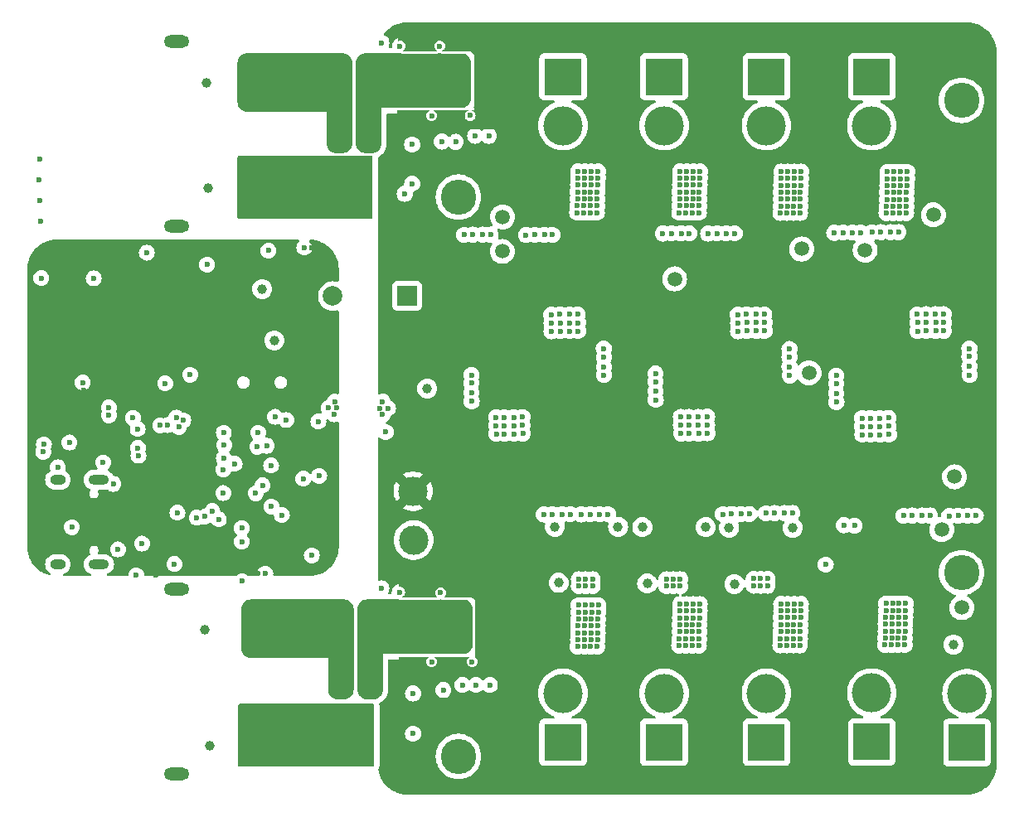
<source format=gbr>
%TF.GenerationSoftware,KiCad,Pcbnew,7.0.1-0*%
%TF.CreationDate,2023-04-01T19:34:19-07:00*%
%TF.ProjectId,1.0,312e302e-6b69-4636-9164-5f7063625858,rev?*%
%TF.SameCoordinates,Original*%
%TF.FileFunction,Copper,L3,Inr*%
%TF.FilePolarity,Positive*%
%FSLAX46Y46*%
G04 Gerber Fmt 4.6, Leading zero omitted, Abs format (unit mm)*
G04 Created by KiCad (PCBNEW 7.0.1-0) date 2023-04-01 19:34:19*
%MOMM*%
%LPD*%
G01*
G04 APERTURE LIST*
%TA.AperFunction,ComponentPad*%
%ADD10C,3.600000*%
%TD*%
%TA.AperFunction,ComponentPad*%
%ADD11R,3.800000X3.800000*%
%TD*%
%TA.AperFunction,ComponentPad*%
%ADD12C,4.000000*%
%TD*%
%TA.AperFunction,ComponentPad*%
%ADD13C,3.000000*%
%TD*%
%TA.AperFunction,ComponentPad*%
%ADD14O,2.600000X1.300000*%
%TD*%
%TA.AperFunction,ComponentPad*%
%ADD15R,4.916000X4.916000*%
%TD*%
%TA.AperFunction,ComponentPad*%
%ADD16C,4.916000*%
%TD*%
%TA.AperFunction,ComponentPad*%
%ADD17O,2.100000X1.000000*%
%TD*%
%TA.AperFunction,ComponentPad*%
%ADD18O,1.600000X1.000000*%
%TD*%
%TA.AperFunction,ComponentPad*%
%ADD19R,2.000000X2.000000*%
%TD*%
%TA.AperFunction,ComponentPad*%
%ADD20C,2.000000*%
%TD*%
%TA.AperFunction,ViaPad*%
%ADD21C,1.000000*%
%TD*%
%TA.AperFunction,ViaPad*%
%ADD22C,0.600000*%
%TD*%
%TA.AperFunction,ViaPad*%
%ADD23C,0.700000*%
%TD*%
%TA.AperFunction,ViaPad*%
%ADD24C,1.500000*%
%TD*%
G04 APERTURE END LIST*
D10*
%TO.N,unconnected-(U28-Pad1)*%
%TO.C,U28*%
X245900000Y-108565000D03*
%TD*%
D11*
%TO.N,GND*%
%TO.C,U22*%
X225975000Y-106150000D03*
D12*
%TO.N,Net-(U22-+)*%
X225975000Y-111150000D03*
%TD*%
D11*
%TO.N,GND*%
%TO.C,U17*%
X225975000Y-174150000D03*
D12*
%TO.N,Net-(U17-+)*%
X225975000Y-169150000D03*
%TD*%
D11*
%TO.N,GND*%
%TO.C,U20*%
X205200000Y-106150000D03*
D12*
%TO.N,Net-(U20-+)*%
X205200000Y-111150000D03*
%TD*%
D11*
%TO.N,GND*%
%TO.C,U23*%
X246450000Y-174175000D03*
D12*
%TO.N,Net-(U23-+)*%
X246450000Y-169175000D03*
%TD*%
D13*
%TO.N,+BATT*%
%TO.C,C5*%
X189900000Y-148500000D03*
%TO.N,GND*%
X189950000Y-153500000D03*
%TD*%
D11*
%TO.N,GND*%
%TO.C,U18*%
X215525000Y-174150000D03*
D12*
%TO.N,Net-(U18-+)*%
X215525000Y-169150000D03*
%TD*%
D14*
%TO.N,*%
%TO.C,U16*%
X165770000Y-121460000D03*
X165770000Y-102560000D03*
D15*
%TO.N,GND*%
X175170000Y-117460000D03*
D16*
%TO.N,BATT_2_PWR*%
X175170000Y-106560000D03*
%TD*%
D10*
%TO.N,unconnected-(U27-Pad1)*%
%TO.C,U27*%
X245900000Y-156825000D03*
%TD*%
D11*
%TO.N,GND*%
%TO.C,U24*%
X236727500Y-106150000D03*
D12*
%TO.N,Net-(U24-+)*%
X236727500Y-111150000D03*
%TD*%
D11*
%TO.N,GND*%
%TO.C,U25*%
X236725000Y-174125000D03*
D12*
%TO.N,Net-(U25-+)*%
X236725000Y-169125000D03*
%TD*%
D17*
%TO.N,GNDD*%
%TO.C,U10*%
X157805000Y-147330000D03*
D18*
X153625000Y-147330000D03*
D17*
X157805000Y-155970000D03*
D18*
X153625000Y-155970000D03*
%TD*%
D14*
%TO.N,*%
%TO.C,U15*%
X165770000Y-177390000D03*
X165770000Y-158490000D03*
D15*
%TO.N,GND*%
X175170000Y-173390000D03*
D16*
%TO.N,BATT_1_PWR*%
X175170000Y-162490000D03*
%TD*%
D11*
%TO.N,GND*%
%TO.C,U19*%
X205200000Y-174150000D03*
D12*
%TO.N,Net-(U19-+)*%
X205200000Y-169150000D03*
%TD*%
D10*
%TO.N,unconnected-(U7-Pad1)*%
%TO.C,U7*%
X194525000Y-175600000D03*
%TD*%
D11*
%TO.N,GND*%
%TO.C,U21*%
X215525000Y-106150000D03*
D12*
%TO.N,Net-(U21-+)*%
X215525000Y-111150000D03*
%TD*%
D19*
%TO.N,Net-(SP1-+)*%
%TO.C,SP1*%
X189300000Y-128550000D03*
D20*
%TO.N,Net-(Q7-D)*%
X181700000Y-128550000D03*
%TD*%
D10*
%TO.N,unconnected-(U8-Pad1)*%
%TO.C,U8*%
X194525000Y-118450000D03*
%TD*%
D21*
%TO.N,3-3V_1*%
X228661625Y-152248250D03*
X222712125Y-157990000D03*
D22*
%TO.N,GNDD*%
X168850000Y-125350000D03*
X159750000Y-154450000D03*
X178680000Y-147230000D03*
X166424739Y-141251261D03*
X174798766Y-156932706D03*
X182125000Y-140000000D03*
X170050500Y-151375000D03*
X180300000Y-146940000D03*
X174060000Y-142520000D03*
X155050000Y-152175000D03*
X176490000Y-150930000D03*
X165824739Y-150699239D03*
X179550000Y-155050761D03*
X153612002Y-146050000D03*
X158250000Y-145580500D03*
X157280347Y-126747147D03*
X175390000Y-145874500D03*
X161625000Y-157100000D03*
D21*
X174475000Y-127850000D03*
D22*
X174510000Y-147900000D03*
X162700000Y-124125000D03*
X174937315Y-143853163D03*
X181275000Y-140000000D03*
X178775975Y-123598249D03*
X151925000Y-126725000D03*
D21*
X175725000Y-133100000D03*
D22*
X181860000Y-140640000D03*
X167125000Y-136600000D03*
X162207830Y-153854119D03*
X172400000Y-152280000D03*
X154800000Y-143525000D03*
X181890000Y-139360000D03*
X164575000Y-137475000D03*
X156162500Y-137387500D03*
X159275000Y-147750000D03*
X172400500Y-153650000D03*
%TO.N,+3V3*%
X182010000Y-146640000D03*
X151480500Y-131375000D03*
X174050000Y-156899500D03*
X163625000Y-157100000D03*
X160150000Y-140625000D03*
X160436043Y-152461043D03*
X162550000Y-150400000D03*
X178110000Y-143700000D03*
D23*
X180150000Y-152375000D03*
D22*
X159200000Y-124125000D03*
X160900000Y-154325000D03*
X156128768Y-127019502D03*
X156250000Y-138175000D03*
X157962000Y-144372157D03*
X179525000Y-123625000D03*
X154649500Y-141925000D03*
X172375000Y-155475000D03*
D23*
X179275000Y-152375000D03*
D21*
X178075000Y-135250000D03*
D22*
X167120000Y-138410000D03*
X172400000Y-147850263D03*
X170099138Y-153490000D03*
X157067243Y-141027974D03*
%TO.N,+BATT*%
X203630000Y-120035000D03*
X223155000Y-116540000D03*
X233210000Y-120085000D03*
X194475000Y-102050000D03*
X198675000Y-105075000D03*
X201680000Y-118635000D03*
X197275000Y-104375000D03*
X233110000Y-162805000D03*
X223135000Y-160720000D03*
X203100000Y-160850000D03*
X223760000Y-161420000D03*
X212090000Y-162140000D03*
X198675000Y-108800000D03*
X224410000Y-162845000D03*
X196575000Y-103700000D03*
X195175000Y-111050000D03*
X224480000Y-115840000D03*
X199375000Y-104425000D03*
X223035000Y-164245000D03*
X208175000Y-136375000D03*
X197450000Y-160825000D03*
X203655000Y-119335000D03*
X203725000Y-162250000D03*
X233160000Y-160680000D03*
X190575000Y-111050000D03*
X189250000Y-111050000D03*
X199550000Y-158875000D03*
X226450000Y-136350000D03*
X198675000Y-104400000D03*
X223705000Y-120065000D03*
X197975000Y-104400000D03*
X233935000Y-117960000D03*
X201750000Y-161550000D03*
X194000000Y-157900000D03*
X199375000Y-103100000D03*
X201630000Y-120035000D03*
X214125000Y-117210000D03*
X223080000Y-119365000D03*
X194500000Y-111050000D03*
X227150000Y-134225000D03*
X200075000Y-104450000D03*
X197275000Y-103050000D03*
X224455000Y-117240000D03*
X195150000Y-102050000D03*
X199550000Y-159550000D03*
X213375000Y-120035000D03*
X202330000Y-119335000D03*
X223105000Y-117940000D03*
X223730000Y-119365000D03*
X196750000Y-163850000D03*
X214115000Y-161440000D03*
X214090000Y-162140000D03*
X214100000Y-118635000D03*
X235310000Y-115860000D03*
X226425000Y-134925000D03*
X233310000Y-116560000D03*
X197450000Y-165200000D03*
X203005000Y-117910000D03*
X234535000Y-120085000D03*
X202380000Y-117210000D03*
X202400000Y-162250000D03*
X212065000Y-163565000D03*
X227200000Y-136350000D03*
X198850000Y-160850000D03*
X201700000Y-163675000D03*
X194650000Y-157900000D03*
X200250000Y-158900000D03*
X222480000Y-115840000D03*
X234435000Y-162805000D03*
X214040000Y-164265000D03*
X222460000Y-160720000D03*
X244800000Y-136325000D03*
X234585000Y-118685000D03*
X235135000Y-161380000D03*
X213465000Y-160040000D03*
X196575000Y-108750000D03*
X198150000Y-160175000D03*
X198850000Y-165900000D03*
X214100000Y-117910000D03*
X197450000Y-164550000D03*
X197275000Y-110100000D03*
X233810000Y-161380000D03*
X223735000Y-162845000D03*
X222435000Y-161420000D03*
X233285000Y-117260000D03*
X212815000Y-160740000D03*
X244775000Y-134900000D03*
X195325000Y-166875000D03*
X234410000Y-163505000D03*
X212150000Y-116510000D03*
X212115000Y-161440000D03*
X212750000Y-119335000D03*
X235100000Y-138950000D03*
X227175000Y-134925000D03*
X193325000Y-166875000D03*
X223735000Y-162120000D03*
X233985000Y-115860000D03*
X202980000Y-119335000D03*
X203000000Y-164375000D03*
X224380000Y-120065000D03*
X224430000Y-118665000D03*
X196750000Y-165850000D03*
X198675000Y-110125000D03*
X245550000Y-136325000D03*
X235210000Y-120085000D03*
X223710000Y-163545000D03*
X235310000Y-116560000D03*
X203100000Y-160150000D03*
X197275000Y-108775000D03*
X214075000Y-119335000D03*
X233110000Y-162080000D03*
X235075000Y-138250000D03*
X202405000Y-116510000D03*
D21*
X220050000Y-154925000D03*
D22*
X198850000Y-165225000D03*
X196925000Y-136700000D03*
X212815000Y-160040000D03*
X190700000Y-166875000D03*
X203055000Y-115810000D03*
X233885000Y-120085000D03*
X222380000Y-120065000D03*
X197675000Y-138125000D03*
X203775000Y-160850000D03*
X189925000Y-111050000D03*
X212090000Y-162865000D03*
X201705000Y-117210000D03*
X198675000Y-103075000D03*
X222430000Y-118665000D03*
X203050000Y-162250000D03*
X234435000Y-162080000D03*
X226450000Y-135650000D03*
X190700000Y-157900000D03*
X223755000Y-117940000D03*
X245525000Y-135625000D03*
X196750000Y-158800000D03*
X202405000Y-115810000D03*
X200250000Y-164625000D03*
X198150000Y-160850000D03*
X212825000Y-116510000D03*
X200075000Y-103125000D03*
X196750000Y-160800000D03*
X233760000Y-163505000D03*
X201680000Y-117910000D03*
X187075000Y-143950000D03*
X196750000Y-159475000D03*
X194650000Y-166875000D03*
X193150000Y-102050000D03*
X244800000Y-135625000D03*
X201730000Y-115810000D03*
X201730000Y-116510000D03*
X216500000Y-136675000D03*
X197650000Y-136700000D03*
X224405000Y-119365000D03*
X223755000Y-118665000D03*
X202305000Y-120035000D03*
X199375000Y-109475000D03*
X233835000Y-159980000D03*
X234325000Y-137525000D03*
X213415000Y-162140000D03*
X198675000Y-109450000D03*
X203675000Y-164375000D03*
X233785000Y-162805000D03*
X196575000Y-108075000D03*
X224430000Y-117940000D03*
X201775000Y-160850000D03*
X212740000Y-163565000D03*
X202355000Y-118635000D03*
X202955000Y-120035000D03*
X235085000Y-163505000D03*
X189925000Y-102050000D03*
X191375000Y-157900000D03*
X235235000Y-119385000D03*
X212125000Y-117210000D03*
X235050000Y-136825000D03*
X198150000Y-158850000D03*
X197450000Y-160150000D03*
X196750000Y-165175000D03*
X196575000Y-104350000D03*
X224480000Y-116540000D03*
X214050000Y-120035000D03*
X202400000Y-162975000D03*
X213390000Y-163565000D03*
X190050000Y-157900000D03*
X197975000Y-105075000D03*
X234350000Y-138950000D03*
X194000000Y-166875000D03*
X196950000Y-138825000D03*
X203750000Y-161550000D03*
X200250000Y-159575000D03*
X222430000Y-117940000D03*
X203025000Y-163675000D03*
X223130000Y-117240000D03*
X234635000Y-115860000D03*
X233160000Y-159980000D03*
X233260000Y-117960000D03*
X224360000Y-164245000D03*
X196575000Y-109400000D03*
X214090000Y-162865000D03*
X196950000Y-138125000D03*
X222360000Y-164245000D03*
X223785000Y-160020000D03*
X224460000Y-160020000D03*
X212765000Y-162140000D03*
X198675000Y-103750000D03*
X223685000Y-164245000D03*
X203055000Y-116510000D03*
X214150000Y-115810000D03*
X200250000Y-160900000D03*
X235160000Y-159980000D03*
X235060000Y-164205000D03*
X234485000Y-160680000D03*
X201655000Y-119335000D03*
X214140000Y-160040000D03*
X224385000Y-163545000D03*
X226425000Y-134225000D03*
X193175000Y-111050000D03*
X197275000Y-103725000D03*
X203005000Y-118635000D03*
X200250000Y-160225000D03*
X222385000Y-163545000D03*
X233235000Y-119385000D03*
D21*
X228836625Y-154973250D03*
D22*
X197975000Y-103750000D03*
X234385000Y-164205000D03*
X191375000Y-166875000D03*
X223780000Y-117240000D03*
X223055000Y-120065000D03*
X200075000Y-108175000D03*
X215775000Y-137375000D03*
X203680000Y-118635000D03*
X222480000Y-116540000D03*
X208150000Y-135675000D03*
X200250000Y-165275000D03*
X201725000Y-162250000D03*
X234610000Y-117260000D03*
X198850000Y-158850000D03*
X234585000Y-117960000D03*
X203775000Y-160150000D03*
X208150000Y-134950000D03*
X197450000Y-158825000D03*
X202350000Y-164375000D03*
X207400000Y-134950000D03*
X190575000Y-102050000D03*
X233135000Y-161380000D03*
X213415000Y-162865000D03*
X193325000Y-157900000D03*
X233960000Y-117260000D03*
X207425000Y-135675000D03*
X214150000Y-116510000D03*
X224435000Y-161420000D03*
X200075000Y-109500000D03*
X212825000Y-115810000D03*
X212050000Y-120035000D03*
X212040000Y-164265000D03*
X223085000Y-162120000D03*
X203725000Y-162975000D03*
X203680000Y-117910000D03*
X201775000Y-160150000D03*
X223110000Y-161420000D03*
X196575000Y-105025000D03*
X233310000Y-115860000D03*
X222410000Y-162120000D03*
X195325000Y-157900000D03*
X234635000Y-116560000D03*
X212100000Y-118635000D03*
X196925000Y-137400000D03*
X207400000Y-134250000D03*
X203050000Y-162975000D03*
X212100000Y-117910000D03*
X215800000Y-138800000D03*
X212075000Y-119335000D03*
X198850000Y-164575000D03*
X197275000Y-105050000D03*
X213475000Y-116510000D03*
X223085000Y-162845000D03*
X212775000Y-117910000D03*
X233260000Y-118685000D03*
X191250000Y-102050000D03*
X216525000Y-137375000D03*
X222455000Y-117240000D03*
X212800000Y-117210000D03*
X216550000Y-138800000D03*
X212765000Y-162865000D03*
X199550000Y-165925000D03*
X193825000Y-102050000D03*
X189250000Y-102050000D03*
X203030000Y-117210000D03*
X203730000Y-115810000D03*
X213450000Y-117210000D03*
X224460000Y-160720000D03*
X233985000Y-116560000D03*
X200075000Y-108850000D03*
X212790000Y-161440000D03*
X214140000Y-160740000D03*
X213440000Y-161440000D03*
X203705000Y-117210000D03*
X223785000Y-160720000D03*
X203700000Y-163675000D03*
X216525000Y-138100000D03*
X223105000Y-118665000D03*
X233060000Y-164205000D03*
X212140000Y-160740000D03*
X203730000Y-116510000D03*
X198850000Y-159525000D03*
X245500000Y-134200000D03*
X190050000Y-166875000D03*
X213475000Y-115810000D03*
X199550000Y-163925000D03*
D21*
X211075000Y-154900000D03*
D22*
X198850000Y-160175000D03*
X193850000Y-111050000D03*
X199550000Y-164600000D03*
X207425000Y-136375000D03*
X213425000Y-117910000D03*
X199375000Y-108150000D03*
X202450000Y-160150000D03*
X202375000Y-163675000D03*
X197275000Y-108100000D03*
X202450000Y-160850000D03*
X196575000Y-110075000D03*
X203075000Y-161550000D03*
X200075000Y-110175000D03*
X233735000Y-164205000D03*
X189375000Y-166875000D03*
X197450000Y-163875000D03*
X234560000Y-119385000D03*
X208125000Y-134250000D03*
X213400000Y-119335000D03*
X199375000Y-110150000D03*
X197975000Y-103075000D03*
X235075000Y-137525000D03*
X199375000Y-108825000D03*
X197450000Y-165875000D03*
X191250000Y-111050000D03*
X235260000Y-117960000D03*
X223805000Y-116540000D03*
X198150000Y-159525000D03*
X201675000Y-164375000D03*
X244775000Y-134200000D03*
X212140000Y-160040000D03*
X202425000Y-161550000D03*
X212775000Y-118635000D03*
X235160000Y-160680000D03*
X234350000Y-138250000D03*
X234460000Y-161380000D03*
X222410000Y-162845000D03*
X198675000Y-108125000D03*
X198850000Y-163900000D03*
X197450000Y-159500000D03*
X215775000Y-136675000D03*
X234325000Y-136825000D03*
X199550000Y-160875000D03*
X199550000Y-165250000D03*
X213365000Y-164265000D03*
X227175000Y-135650000D03*
X196750000Y-164525000D03*
X199550000Y-160200000D03*
X200250000Y-165950000D03*
X197700000Y-138825000D03*
X234485000Y-159980000D03*
X233085000Y-163505000D03*
X233910000Y-119385000D03*
X201725000Y-162975000D03*
X199375000Y-103775000D03*
X233835000Y-160680000D03*
X233935000Y-118685000D03*
X212715000Y-164265000D03*
X235110000Y-162805000D03*
X235285000Y-117260000D03*
X202355000Y-117910000D03*
X189375000Y-157900000D03*
X212150000Y-115810000D03*
X223060000Y-163545000D03*
X212725000Y-120035000D03*
X197275000Y-109425000D03*
X196575000Y-103025000D03*
X223135000Y-160020000D03*
X199375000Y-105100000D03*
X245525000Y-134900000D03*
X235260000Y-118685000D03*
X200075000Y-105125000D03*
X197675000Y-137400000D03*
X222405000Y-119365000D03*
X235110000Y-162080000D03*
X213465000Y-160740000D03*
X233785000Y-162080000D03*
X224410000Y-162120000D03*
X223155000Y-115840000D03*
X223805000Y-115840000D03*
X222460000Y-160020000D03*
X214065000Y-163565000D03*
X200250000Y-163950000D03*
X196750000Y-160125000D03*
X213425000Y-118635000D03*
X215800000Y-138100000D03*
X200075000Y-103800000D03*
D21*
%TO.N,3-3V_2*%
X213800500Y-157930000D03*
X219775000Y-152175000D03*
%TO.N,3-3V_3*%
X210825000Y-152125000D03*
X204750500Y-157860000D03*
D24*
%TO.N,5V_3*%
X229575000Y-123750000D03*
X230325000Y-136400000D03*
%TO.N,12V_3*%
X245180000Y-147030000D03*
X243875000Y-152425000D03*
%TO.N,12V_2*%
X236050000Y-123875000D03*
X243025000Y-120260000D03*
D22*
%TO.N,/batt_ctl/BATT_2_CURR*%
X170561117Y-145126261D03*
X180225000Y-141375000D03*
%TO.N,/batt_ctl/BATT_1_INT*%
X173829500Y-148710000D03*
%TO.N,/batt_ctl/BATT_1_VSENSE*%
X170524737Y-146275761D03*
%TO.N,/batt_ctl/BATT_1_CURR*%
X172425000Y-157675000D03*
X171675000Y-145700261D03*
%TO.N,/batt_ctl/BATT_2_VSENSE*%
X170598741Y-143802417D03*
%TO.N,/A0_SENSE*%
X170511739Y-148688261D03*
%TO.N,/MOSI*%
X164075819Y-141779998D03*
X165973739Y-141954441D03*
X151710000Y-116660000D03*
%TO.N,/SCK*%
X151780000Y-118780000D03*
%TO.N,/MISO*%
X165716770Y-140979304D03*
X164824739Y-141750500D03*
X151880500Y-120930000D03*
%TO.N,/SD_CS*%
X151770000Y-114540000D03*
%TO.N,/BUZZER*%
X175120000Y-123920000D03*
X161297486Y-141009952D03*
%TO.N,/batt_ctl/BATT_1_CTL*%
X165525000Y-155950500D03*
X161855609Y-144863706D03*
%TO.N,/batt_ctl/BATT_2_CTL*%
X161775000Y-142150500D03*
X161800000Y-144075000D03*
X189030000Y-118120000D03*
%TO.N,/SDA*%
X234970000Y-152024500D03*
X158825000Y-139938033D03*
X152189929Y-143728315D03*
%TO.N,/SCL*%
X158825000Y-140750500D03*
X233870000Y-151974500D03*
X152125000Y-144475000D03*
%TO.N,/SWCLK*%
X167808458Y-151203133D03*
X175800000Y-140901261D03*
%TO.N,/SWDIO*%
X168625000Y-151095261D03*
X176950000Y-141225000D03*
%TO.N,/A5_SENSE*%
X169386061Y-150525826D03*
%TO.N,BATT_1_PWR*%
X179925000Y-162050000D03*
X181450000Y-163625000D03*
X182250000Y-163625000D03*
X179900000Y-162825000D03*
X179950000Y-161250000D03*
X182300000Y-161250000D03*
X182250000Y-162825000D03*
X183050000Y-162825000D03*
X183100000Y-161250000D03*
X181450000Y-164525000D03*
X183075000Y-162050000D03*
X183050000Y-164525000D03*
X179900000Y-164525000D03*
X182250000Y-164525000D03*
X179900000Y-163625000D03*
X181450000Y-162825000D03*
X180750000Y-161250000D03*
X183050000Y-163625000D03*
D21*
X168660000Y-162670000D03*
D22*
X180700000Y-163625000D03*
X182275000Y-162050000D03*
X181500000Y-161250000D03*
X180725000Y-162050000D03*
X180700000Y-164525000D03*
X180700000Y-162825000D03*
X175420000Y-150075498D03*
X181475000Y-162050000D03*
%TO.N,BATT_2_PWR*%
X183100000Y-107000000D03*
X173980000Y-143965500D03*
X180775000Y-107800000D03*
X181550000Y-105425000D03*
X181550000Y-107000000D03*
X180775000Y-108600000D03*
X180000000Y-106225000D03*
X182325000Y-107800000D03*
X183100000Y-107800000D03*
X180000000Y-105425000D03*
X182325000Y-105425000D03*
X180000000Y-107800000D03*
D21*
X168780000Y-106760000D03*
D22*
X182325000Y-107000000D03*
X180775000Y-106225000D03*
X181550000Y-107800000D03*
X182325000Y-106225000D03*
X182325000Y-108600000D03*
X183100000Y-108600000D03*
X181550000Y-106225000D03*
X180000000Y-108600000D03*
X180775000Y-105425000D03*
X180775000Y-107000000D03*
X183100000Y-105425000D03*
X183100000Y-106225000D03*
X180000000Y-107000000D03*
X181550000Y-108600000D03*
%TO.N,Net-(Q3-G)*%
X192700000Y-158875000D03*
X197725000Y-168300000D03*
%TO.N,Net-(Q4-G)*%
X194925000Y-168300000D03*
X188530000Y-158825000D03*
%TO.N,Net-(Q5-G)*%
X192973466Y-168814796D03*
X191800000Y-165925000D03*
%TO.N,Net-(Q6-G)*%
X196325000Y-168300000D03*
X195925000Y-165925000D03*
%TO.N,Net-(Q9-G)*%
X196225000Y-112175000D03*
X195725000Y-110100000D03*
%TO.N,Net-(Q10-D)*%
X184850000Y-106225000D03*
X187150000Y-107725000D03*
X185625000Y-105450000D03*
X184825000Y-107000000D03*
X184825000Y-108475000D03*
X187950000Y-106225000D03*
X185600000Y-107725000D03*
X187175000Y-105450000D03*
X186375000Y-107725000D03*
X185625000Y-106225000D03*
X187150000Y-108475000D03*
X187150000Y-107000000D03*
X184825000Y-107725000D03*
X185600000Y-107000000D03*
X187925000Y-107000000D03*
X187175000Y-106225000D03*
X186375000Y-108475000D03*
X186400000Y-105450000D03*
X186400000Y-106225000D03*
X187950000Y-105450000D03*
X186375000Y-107000000D03*
X187925000Y-108475000D03*
X185600000Y-108475000D03*
X187925000Y-107725000D03*
X184850000Y-105450000D03*
%TO.N,GND*%
X229460000Y-161420000D03*
X228830000Y-115840000D03*
X223950000Y-130430000D03*
X206700000Y-164375000D03*
X208225000Y-157500000D03*
X217740000Y-164265000D03*
X208005000Y-119335000D03*
X227505000Y-115840000D03*
X232019500Y-155999500D03*
X208125000Y-160850000D03*
X217800000Y-117910000D03*
X229455000Y-118665000D03*
X239610000Y-118685000D03*
X217800000Y-118635000D03*
X235747500Y-141030000D03*
X201072500Y-140915000D03*
X228160000Y-160720000D03*
X228830000Y-116540000D03*
X196000000Y-122275000D03*
X229480000Y-117240000D03*
X207430000Y-116510000D03*
X206730000Y-117210000D03*
X217175000Y-158200000D03*
X217840000Y-160740000D03*
X220925000Y-122150000D03*
X207380000Y-118635000D03*
X239560000Y-120085000D03*
X228780000Y-117940000D03*
X227435000Y-162120000D03*
X225386625Y-158148250D03*
X238810000Y-162805000D03*
X218440000Y-162865000D03*
X246700000Y-134750000D03*
X243250000Y-130410000D03*
X239610000Y-117960000D03*
X238860000Y-160680000D03*
X206697500Y-130440000D03*
X233125000Y-139400000D03*
X239010000Y-116560000D03*
X219175000Y-115810000D03*
X239410000Y-164205000D03*
X228730000Y-120065000D03*
X238085000Y-164205000D03*
X208075000Y-162250000D03*
X242300000Y-132110000D03*
X239660000Y-115860000D03*
X236597500Y-142730000D03*
X240285000Y-117960000D03*
X236750000Y-122050000D03*
X218400000Y-120035000D03*
X208705000Y-117910000D03*
X239510000Y-159980000D03*
X208755000Y-115810000D03*
X239660000Y-116560000D03*
X238447500Y-141855000D03*
X204897500Y-130440000D03*
X238135000Y-162080000D03*
X237547500Y-141030000D03*
X200172500Y-140940000D03*
X218500000Y-115810000D03*
X208030000Y-117910000D03*
X228180000Y-115840000D03*
X208705000Y-118635000D03*
X242275000Y-130410000D03*
X238472500Y-142705000D03*
X237547500Y-141880000D03*
X207475000Y-160150000D03*
X227405000Y-120065000D03*
X240085000Y-164205000D03*
X221525000Y-150850000D03*
X219050000Y-142610000D03*
X217125000Y-118635000D03*
X206750000Y-162250000D03*
X218465000Y-161440000D03*
X198372500Y-140940000D03*
X217175000Y-157500000D03*
X238110000Y-163505000D03*
X217775000Y-119335000D03*
X242675000Y-150975000D03*
X207400000Y-163675000D03*
X229435000Y-162845000D03*
X241400000Y-132135000D03*
X187080000Y-142450000D03*
X238960000Y-117960000D03*
X187325000Y-140025000D03*
X217790000Y-162140000D03*
X186650000Y-102675000D03*
X228130000Y-117940000D03*
X218100000Y-122150000D03*
X228080000Y-120065000D03*
X217790000Y-162865000D03*
X204125000Y-122300000D03*
X204022500Y-131315000D03*
X208775000Y-161550000D03*
X246700000Y-135725000D03*
X238260000Y-119385000D03*
X208680000Y-119335000D03*
X204922500Y-131290000D03*
X209375000Y-136625000D03*
X208755000Y-116510000D03*
X206800000Y-160150000D03*
X218050000Y-141760000D03*
X204922500Y-132140000D03*
X216475000Y-158200000D03*
X227435000Y-162845000D03*
X228325000Y-135775000D03*
X219950000Y-142585000D03*
X227385000Y-164245000D03*
X224686625Y-157448250D03*
X200197500Y-142640000D03*
X215775000Y-157500000D03*
X233100000Y-136700000D03*
X240110000Y-163505000D03*
X205925000Y-150850000D03*
D21*
X213300000Y-152175000D03*
D22*
X196975000Y-122275000D03*
X240260000Y-119385000D03*
X219115000Y-162865000D03*
X195850000Y-136625000D03*
X247350000Y-151000000D03*
X214650000Y-136475000D03*
X217815000Y-161440000D03*
X206800000Y-160850000D03*
X207425000Y-162975000D03*
X208700000Y-164375000D03*
X239450000Y-122025000D03*
X219075000Y-120035000D03*
X186650000Y-158425000D03*
X240285000Y-118685000D03*
X228710000Y-164245000D03*
X238285000Y-117960000D03*
X200172500Y-141790000D03*
X229435000Y-162120000D03*
X218415000Y-163565000D03*
X244100000Y-132110000D03*
X207375000Y-164375000D03*
X209375000Y-135800000D03*
X228810000Y-160720000D03*
X207525000Y-157500000D03*
X239975000Y-151000000D03*
X228780000Y-118665000D03*
X199197500Y-140940000D03*
X233100000Y-137525000D03*
X245550000Y-151000000D03*
X239435000Y-163505000D03*
X201425000Y-122325000D03*
X219925000Y-140885000D03*
X208025000Y-164375000D03*
X228130000Y-118665000D03*
X206655000Y-120035000D03*
X240310000Y-117260000D03*
X239585000Y-119385000D03*
X238910000Y-120085000D03*
X217125000Y-117910000D03*
X195875000Y-139325000D03*
X217075000Y-120035000D03*
X217275000Y-122150000D03*
X241850000Y-150975000D03*
X203300000Y-122300000D03*
X208800000Y-160850000D03*
X203225000Y-150875000D03*
X228810000Y-160020000D03*
X207475000Y-160850000D03*
X207525000Y-158200000D03*
X228325000Y-133975000D03*
X238810000Y-162080000D03*
X240185000Y-160680000D03*
X239635000Y-117260000D03*
X218075000Y-142610000D03*
X186780000Y-139370000D03*
D21*
X204375000Y-152125000D03*
D22*
X229405000Y-120065000D03*
X207975000Y-150850000D03*
X219140000Y-161440000D03*
X228085000Y-163545000D03*
X215775000Y-158200000D03*
X217165000Y-160740000D03*
X238935000Y-119385000D03*
X217840000Y-160040000D03*
X219025000Y-141760000D03*
X218500000Y-116510000D03*
X238285000Y-118685000D03*
X227480000Y-117240000D03*
X238985000Y-117260000D03*
X229410000Y-163545000D03*
X246700000Y-133925000D03*
X217225000Y-141760000D03*
X228180000Y-116540000D03*
X217225000Y-140910000D03*
X229505000Y-115840000D03*
X222425000Y-150825000D03*
X244100000Y-131260000D03*
X228760000Y-162120000D03*
X239485000Y-161380000D03*
X203997500Y-130465000D03*
X229455000Y-117940000D03*
D21*
X169160000Y-174530000D03*
D22*
X206825000Y-158200000D03*
X218490000Y-160740000D03*
X240875000Y-150975000D03*
X206722500Y-132140000D03*
X219115000Y-162140000D03*
X238235000Y-120085000D03*
X225775000Y-131280000D03*
X227455000Y-118665000D03*
X208075000Y-162975000D03*
X218450000Y-117910000D03*
D21*
X168930000Y-117540000D03*
D22*
X235772500Y-142730000D03*
X219125000Y-118635000D03*
X227460000Y-161420000D03*
X238135000Y-162805000D03*
X207355000Y-119335000D03*
X238860000Y-159980000D03*
X198397500Y-142640000D03*
X208655000Y-120035000D03*
X227410000Y-163545000D03*
X232900000Y-122100000D03*
X208800000Y-160150000D03*
X219065000Y-164265000D03*
X207425000Y-162250000D03*
X228755000Y-119365000D03*
X227505000Y-116540000D03*
X218425000Y-119335000D03*
X186770000Y-140670000D03*
X223050000Y-130455000D03*
X206750000Y-162975000D03*
D21*
X222161625Y-152223250D03*
D22*
X238960000Y-118685000D03*
X238310000Y-117260000D03*
X235600000Y-122075000D03*
X208055000Y-117210000D03*
X205100000Y-150850000D03*
X227455000Y-117940000D03*
X229485000Y-160720000D03*
X204125000Y-150850000D03*
X246525000Y-151000000D03*
X242300000Y-131260000D03*
X240185000Y-159980000D03*
X227430000Y-119365000D03*
X228135000Y-161420000D03*
X217115000Y-162140000D03*
X217750000Y-120035000D03*
X206825000Y-157500000D03*
X240135000Y-162805000D03*
X197800000Y-122275000D03*
X206755000Y-116510000D03*
X228160000Y-160020000D03*
X244075000Y-130410000D03*
X239460000Y-162080000D03*
X205897500Y-132140000D03*
X240235000Y-120085000D03*
X219175000Y-116510000D03*
X218490000Y-160040000D03*
X217165000Y-160040000D03*
X225750000Y-130430000D03*
X227485000Y-160720000D03*
X239010000Y-115860000D03*
X241375000Y-130435000D03*
X208080000Y-115810000D03*
X219165000Y-160740000D03*
X228625000Y-150725000D03*
X206722500Y-131290000D03*
X240335000Y-115860000D03*
X214675000Y-139175000D03*
X224950000Y-132130000D03*
X207980000Y-120035000D03*
X201097500Y-142615000D03*
X217175000Y-116510000D03*
X238835000Y-161380000D03*
X218050000Y-140910000D03*
X225386625Y-157448250D03*
X225775000Y-132130000D03*
X208730000Y-117210000D03*
X240335000Y-116560000D03*
X241400000Y-131285000D03*
X229505000Y-116540000D03*
X219150000Y-117210000D03*
X239460000Y-162805000D03*
X240160000Y-161380000D03*
X209775000Y-150850000D03*
X236572500Y-141880000D03*
X246725000Y-136625000D03*
X224686625Y-158148250D03*
X208750000Y-162975000D03*
X238185000Y-160680000D03*
X219100000Y-119335000D03*
X218475000Y-117210000D03*
X214650000Y-138275000D03*
X216300000Y-122150000D03*
X236572500Y-141030000D03*
X208125000Y-160150000D03*
X223075000Y-131305000D03*
X217090000Y-163565000D03*
X227800000Y-150725000D03*
X233800000Y-122075000D03*
X206705000Y-118635000D03*
X217765000Y-163565000D03*
X207380000Y-117910000D03*
X218450000Y-118635000D03*
X229430000Y-119365000D03*
X218390000Y-164265000D03*
X217850000Y-115810000D03*
X208725000Y-163675000D03*
X219165000Y-160040000D03*
X206705000Y-117910000D03*
X228105000Y-119365000D03*
X206725000Y-163675000D03*
X220025000Y-122175000D03*
X218440000Y-162140000D03*
X239510000Y-160680000D03*
X208030000Y-118635000D03*
X238625000Y-122025000D03*
X219925000Y-141735000D03*
X217115000Y-162865000D03*
X238447500Y-141005000D03*
X207330000Y-120035000D03*
X226086625Y-158148250D03*
X238335000Y-115860000D03*
X219125000Y-117910000D03*
X244650000Y-151025000D03*
X229385000Y-164245000D03*
X240135000Y-162080000D03*
X228110000Y-162845000D03*
X223975000Y-131280000D03*
X234775000Y-122075000D03*
X186475000Y-140025000D03*
X217850000Y-116510000D03*
X222725000Y-122150000D03*
X207450000Y-161550000D03*
X202325000Y-122300000D03*
X195100000Y-122300000D03*
X215400000Y-122175000D03*
X208050000Y-163675000D03*
X209375000Y-134825000D03*
X204022500Y-132165000D03*
X219090000Y-163565000D03*
X208225000Y-158200000D03*
X207405000Y-117210000D03*
X208950000Y-150850000D03*
X238335000Y-116560000D03*
X243275000Y-131260000D03*
X228110000Y-162120000D03*
X221900000Y-122150000D03*
X195850000Y-138425000D03*
X217065000Y-164265000D03*
X228735000Y-163545000D03*
X228060000Y-164245000D03*
X228325000Y-134800000D03*
X238760000Y-164205000D03*
X207075000Y-150875000D03*
X208100000Y-161550000D03*
X229485000Y-160020000D03*
X217250000Y-142610000D03*
X209350000Y-133925000D03*
X233100000Y-138500000D03*
X238160000Y-161380000D03*
X201072500Y-141765000D03*
X219025000Y-140910000D03*
X199222500Y-142640000D03*
X217825000Y-117210000D03*
X214650000Y-137300000D03*
X217140000Y-161440000D03*
X205872500Y-130440000D03*
X217100000Y-119335000D03*
X228155000Y-117240000D03*
X207430000Y-115810000D03*
X228785000Y-161420000D03*
X195850000Y-137450000D03*
X228350000Y-136675000D03*
X217175000Y-115810000D03*
X225925000Y-150750000D03*
D21*
X245075498Y-164175000D03*
D22*
X205897500Y-131290000D03*
X208080000Y-116510000D03*
X206755000Y-115810000D03*
X206680000Y-119335000D03*
X227485000Y-160020000D03*
X237650000Y-122025000D03*
X198372500Y-141790000D03*
X226086625Y-157448250D03*
X228760000Y-162845000D03*
X228805000Y-117240000D03*
X224950000Y-131280000D03*
X208750000Y-162250000D03*
X206775000Y-161550000D03*
X224925000Y-130430000D03*
X216475000Y-157500000D03*
X199197500Y-141790000D03*
X238785000Y-163505000D03*
X243275000Y-132110000D03*
X237572500Y-142730000D03*
X217150000Y-117210000D03*
X223075000Y-132155000D03*
X223975000Y-132130000D03*
X235747500Y-141880000D03*
X223400000Y-150825000D03*
X224225000Y-150825000D03*
X226825000Y-150725000D03*
X238185000Y-159980000D03*
%TO.N,Net-(Q10-G)*%
X191800000Y-110125000D03*
X192830983Y-112768517D03*
%TO.N,Net-(Q11-G)*%
X194249500Y-112800000D03*
X188550000Y-103025000D03*
%TO.N,Net-(Q12-G)*%
X192600000Y-103025000D03*
X197625000Y-112175000D03*
D24*
%TO.N,5V_1*%
X199025000Y-120475000D03*
D21*
X191330000Y-138010000D03*
D24*
X199000000Y-124000000D03*
%TO.N,12V_1*%
X245925000Y-160400000D03*
X216600000Y-126800000D03*
D22*
%TO.N,/batt_ctl/BATT_2_INT*%
X170560000Y-142520000D03*
%TO.N,Net-(Q3-D)*%
X188150000Y-162900000D03*
X184850000Y-164500000D03*
X185675000Y-164500000D03*
X186550000Y-161300000D03*
X185700000Y-163675000D03*
X184875000Y-162900000D03*
X186525000Y-162900000D03*
X186525000Y-162100000D03*
X187350000Y-162100000D03*
X187375000Y-161300000D03*
X188150000Y-163675000D03*
X184875000Y-162100000D03*
X185725000Y-161300000D03*
X187350000Y-162900000D03*
X187350000Y-163675000D03*
X188175000Y-161300000D03*
X184900000Y-161300000D03*
X186525000Y-163675000D03*
X185700000Y-162900000D03*
X186500000Y-164500000D03*
X188125000Y-164500000D03*
X185700000Y-162100000D03*
X187325000Y-164500000D03*
X184875000Y-163675000D03*
X188150000Y-162100000D03*
%TO.N,Net-(Q1-G)*%
X189890000Y-173280000D03*
X189890000Y-169170000D03*
%TO.N,Net-(Q2-G)*%
X189800000Y-113080000D03*
X189800000Y-117080000D03*
%TD*%
%TA.AperFunction,Conductor*%
%TO.N,BATT_1_PWR*%
G36*
X182831061Y-159550597D02*
G01*
X183007941Y-159568018D01*
X183031769Y-159572757D01*
X183196001Y-159622576D01*
X183218453Y-159631877D01*
X183369798Y-159712772D01*
X183390010Y-159726277D01*
X183522666Y-159835145D01*
X183539854Y-159852333D01*
X183648722Y-159984989D01*
X183662227Y-160005201D01*
X183743121Y-160156543D01*
X183752424Y-160179001D01*
X183802240Y-160343224D01*
X183806982Y-160367065D01*
X183824403Y-160543939D01*
X183825000Y-160556093D01*
X183825000Y-168743907D01*
X183824403Y-168756061D01*
X183806982Y-168932934D01*
X183802240Y-168956775D01*
X183752424Y-169120998D01*
X183743121Y-169143456D01*
X183662227Y-169294798D01*
X183648722Y-169315010D01*
X183539854Y-169447666D01*
X183522666Y-169464854D01*
X183390010Y-169573722D01*
X183369798Y-169587227D01*
X183218456Y-169668121D01*
X183195998Y-169677424D01*
X183031775Y-169727240D01*
X183007934Y-169731982D01*
X182831061Y-169749403D01*
X182818907Y-169750000D01*
X182206093Y-169750000D01*
X182193939Y-169749403D01*
X182017065Y-169731982D01*
X181993224Y-169727240D01*
X181829001Y-169677424D01*
X181806543Y-169668121D01*
X181655201Y-169587227D01*
X181634989Y-169573722D01*
X181502333Y-169464854D01*
X181485145Y-169447666D01*
X181376277Y-169315010D01*
X181362772Y-169294798D01*
X181281878Y-169143456D01*
X181272575Y-169120998D01*
X181222757Y-168956769D01*
X181218018Y-168932941D01*
X181200597Y-168756061D01*
X181200000Y-168743907D01*
X181200000Y-165567679D01*
X181200000Y-165567678D01*
X181200000Y-165550000D01*
X181187502Y-165537502D01*
X181187500Y-165537499D01*
X181187496Y-165537496D01*
X181175000Y-165525000D01*
X181157322Y-165525000D01*
X181157321Y-165525000D01*
X173351093Y-165525000D01*
X173338939Y-165524403D01*
X173162065Y-165506982D01*
X173138224Y-165502240D01*
X172974001Y-165452424D01*
X172951543Y-165443121D01*
X172800201Y-165362227D01*
X172779989Y-165348722D01*
X172647333Y-165239854D01*
X172630145Y-165222666D01*
X172521277Y-165090010D01*
X172507772Y-165069798D01*
X172426878Y-164918456D01*
X172417575Y-164895998D01*
X172367757Y-164731769D01*
X172363018Y-164707941D01*
X172345597Y-164531061D01*
X172345000Y-164518907D01*
X172345000Y-160556093D01*
X172345597Y-160543939D01*
X172346290Y-160536895D01*
X172363018Y-160367056D01*
X172367757Y-160343232D01*
X172417577Y-160178994D01*
X172426875Y-160156549D01*
X172507775Y-160005195D01*
X172521272Y-159984995D01*
X172630149Y-159852328D01*
X172647328Y-159835149D01*
X172779995Y-159726272D01*
X172800195Y-159712775D01*
X172951549Y-159631875D01*
X172973994Y-159622577D01*
X173138232Y-159572757D01*
X173162056Y-159568018D01*
X173338938Y-159550597D01*
X173351093Y-159550000D01*
X182818907Y-159550000D01*
X182831061Y-159550597D01*
G37*
%TD.AperFunction*%
%TD*%
%TA.AperFunction,Conductor*%
%TO.N,BATT_2_PWR*%
G36*
X182681061Y-103750597D02*
G01*
X182857941Y-103768018D01*
X182881769Y-103772757D01*
X183046001Y-103822576D01*
X183068453Y-103831877D01*
X183219798Y-103912772D01*
X183240010Y-103926277D01*
X183372666Y-104035145D01*
X183389854Y-104052333D01*
X183498722Y-104184989D01*
X183512227Y-104205201D01*
X183593121Y-104356543D01*
X183602424Y-104379001D01*
X183652240Y-104543224D01*
X183656982Y-104567065D01*
X183674403Y-104743939D01*
X183675000Y-104756093D01*
X183675000Y-112943907D01*
X183674403Y-112956061D01*
X183656982Y-113132934D01*
X183652240Y-113156775D01*
X183602424Y-113320998D01*
X183593121Y-113343456D01*
X183512227Y-113494798D01*
X183498722Y-113515010D01*
X183389854Y-113647666D01*
X183372666Y-113664854D01*
X183240010Y-113773722D01*
X183219798Y-113787227D01*
X183068456Y-113868121D01*
X183045998Y-113877424D01*
X182881775Y-113927240D01*
X182857934Y-113931982D01*
X182681061Y-113949403D01*
X182668907Y-113950000D01*
X182056093Y-113950000D01*
X182043939Y-113949403D01*
X181867065Y-113931982D01*
X181843224Y-113927240D01*
X181679001Y-113877424D01*
X181656543Y-113868121D01*
X181505201Y-113787227D01*
X181484989Y-113773722D01*
X181352333Y-113664854D01*
X181335145Y-113647666D01*
X181226277Y-113515010D01*
X181212772Y-113494798D01*
X181131878Y-113343456D01*
X181122575Y-113320998D01*
X181072757Y-113156769D01*
X181068018Y-113132941D01*
X181050597Y-112956061D01*
X181050000Y-112943907D01*
X181050000Y-109767679D01*
X181050000Y-109767678D01*
X181050000Y-109750000D01*
X181037502Y-109737502D01*
X181037500Y-109737499D01*
X181037496Y-109737496D01*
X181025000Y-109725000D01*
X181007322Y-109725000D01*
X181007321Y-109725000D01*
X172961093Y-109725000D01*
X172948939Y-109724403D01*
X172772065Y-109706982D01*
X172748224Y-109702240D01*
X172584001Y-109652424D01*
X172561543Y-109643121D01*
X172410201Y-109562227D01*
X172389989Y-109548722D01*
X172257333Y-109439854D01*
X172240145Y-109422666D01*
X172131277Y-109290010D01*
X172117772Y-109269798D01*
X172036878Y-109118456D01*
X172027575Y-109095998D01*
X171977757Y-108931769D01*
X171973018Y-108907941D01*
X171955597Y-108731061D01*
X171955000Y-108718907D01*
X171955000Y-104756093D01*
X171955597Y-104743939D01*
X171956290Y-104736895D01*
X171973018Y-104567056D01*
X171977757Y-104543232D01*
X172027577Y-104378994D01*
X172036875Y-104356549D01*
X172117775Y-104205195D01*
X172131272Y-104184995D01*
X172240149Y-104052328D01*
X172257328Y-104035149D01*
X172389995Y-103926272D01*
X172410195Y-103912775D01*
X172561549Y-103831875D01*
X172583994Y-103822577D01*
X172748232Y-103772757D01*
X172772056Y-103768018D01*
X172948938Y-103750597D01*
X172961093Y-103750000D01*
X182668907Y-103750000D01*
X182681061Y-103750597D01*
G37*
%TD.AperFunction*%
%TD*%
%TA.AperFunction,Conductor*%
%TO.N,Net-(Q10-D)*%
G36*
X188692106Y-103765002D02*
G01*
X188695343Y-103765563D01*
X188695344Y-103765564D01*
X188709486Y-103768018D01*
X188781417Y-103780500D01*
X188781419Y-103780500D01*
X192368581Y-103780500D01*
X192368583Y-103780500D01*
X192457896Y-103765002D01*
X192514814Y-103750000D01*
X192685188Y-103750000D01*
X192742106Y-103765002D01*
X192745343Y-103765563D01*
X192745344Y-103765564D01*
X192759486Y-103768018D01*
X192831417Y-103780500D01*
X192831419Y-103780500D01*
X195038898Y-103780500D01*
X195074892Y-103785838D01*
X195196001Y-103822576D01*
X195218453Y-103831877D01*
X195369798Y-103912772D01*
X195390010Y-103926277D01*
X195522666Y-104035145D01*
X195539854Y-104052333D01*
X195648722Y-104184989D01*
X195662227Y-104205201D01*
X195743121Y-104356543D01*
X195752424Y-104379001D01*
X195802240Y-104543224D01*
X195806982Y-104567065D01*
X195824403Y-104743939D01*
X195825000Y-104756093D01*
X195825000Y-108343907D01*
X195824403Y-108356061D01*
X195806982Y-108532934D01*
X195802240Y-108556775D01*
X195752424Y-108720998D01*
X195743121Y-108743456D01*
X195662227Y-108894798D01*
X195648722Y-108915010D01*
X195539854Y-109047666D01*
X195522666Y-109064854D01*
X195390010Y-109173722D01*
X195369798Y-109187227D01*
X195218456Y-109268121D01*
X195195998Y-109277424D01*
X195074893Y-109314161D01*
X195038898Y-109319500D01*
X191839877Y-109319500D01*
X191823192Y-109322677D01*
X191776808Y-109322677D01*
X191760123Y-109319500D01*
X188300000Y-109319500D01*
X188299999Y-109319500D01*
X188191728Y-109341036D01*
X188184066Y-109344661D01*
X188148071Y-109350000D01*
X186675000Y-109350000D01*
X186675000Y-110350000D01*
X186675000Y-110350001D01*
X186675000Y-112943907D01*
X186674403Y-112956061D01*
X186656982Y-113132934D01*
X186652240Y-113156775D01*
X186602424Y-113320998D01*
X186593121Y-113343456D01*
X186512227Y-113494798D01*
X186498722Y-113515010D01*
X186389854Y-113647666D01*
X186372666Y-113664854D01*
X186240010Y-113773722D01*
X186219798Y-113787227D01*
X186068456Y-113868121D01*
X186045998Y-113877424D01*
X185881775Y-113927240D01*
X185857934Y-113931982D01*
X185681061Y-113949403D01*
X185668907Y-113950000D01*
X185056093Y-113950000D01*
X185043939Y-113949403D01*
X184867065Y-113931982D01*
X184843224Y-113927240D01*
X184679001Y-113877424D01*
X184656543Y-113868121D01*
X184505201Y-113787227D01*
X184484989Y-113773722D01*
X184352333Y-113664854D01*
X184335145Y-113647666D01*
X184226277Y-113515010D01*
X184212772Y-113494798D01*
X184131878Y-113343456D01*
X184122575Y-113320998D01*
X184072757Y-113156769D01*
X184068018Y-113132941D01*
X184050597Y-112956061D01*
X184050000Y-112943907D01*
X184050000Y-104756093D01*
X184050597Y-104743939D01*
X184051290Y-104736895D01*
X184068018Y-104567056D01*
X184072757Y-104543232D01*
X184122577Y-104378994D01*
X184131875Y-104356549D01*
X184212775Y-104205195D01*
X184226272Y-104184995D01*
X184335149Y-104052328D01*
X184352328Y-104035149D01*
X184484995Y-103926272D01*
X184505195Y-103912775D01*
X184656549Y-103831875D01*
X184678994Y-103822577D01*
X184843232Y-103772757D01*
X184867056Y-103768018D01*
X185043938Y-103750597D01*
X185056093Y-103750000D01*
X188635188Y-103750000D01*
X188692106Y-103765002D01*
G37*
%TD.AperFunction*%
%TD*%
%TA.AperFunction,Conductor*%
%TO.N,Net-(Q3-D)*%
G36*
X188522155Y-159569238D02*
G01*
X188570922Y-159600119D01*
X188664822Y-159618000D01*
X192438403Y-159618000D01*
X192438405Y-159618000D01*
X192495786Y-159608042D01*
X192524479Y-159603064D01*
X192584191Y-159569238D01*
X192589715Y-159566109D01*
X192650834Y-159550000D01*
X192749166Y-159550000D01*
X192810285Y-159566109D01*
X192815809Y-159569238D01*
X192875522Y-159603065D01*
X192897040Y-159606798D01*
X192961594Y-159618000D01*
X192961597Y-159618000D01*
X195311432Y-159618000D01*
X195369885Y-159632642D01*
X195519798Y-159712772D01*
X195540010Y-159726277D01*
X195672666Y-159835145D01*
X195689854Y-159852333D01*
X195798722Y-159984989D01*
X195812227Y-160005201D01*
X195893121Y-160156543D01*
X195902424Y-160179001D01*
X195939161Y-160300107D01*
X195944500Y-160336102D01*
X195944500Y-164363898D01*
X195939161Y-164399893D01*
X195902424Y-164520998D01*
X195893121Y-164543456D01*
X195812227Y-164694798D01*
X195798722Y-164715010D01*
X195689854Y-164847666D01*
X195672666Y-164864854D01*
X195540010Y-164973722D01*
X195519798Y-164987227D01*
X195368456Y-165068121D01*
X195345998Y-165077424D01*
X195181775Y-165127240D01*
X195157934Y-165131982D01*
X194981061Y-165149403D01*
X194968907Y-165150000D01*
X186825000Y-165150000D01*
X186825000Y-166150000D01*
X186825000Y-166150001D01*
X186825000Y-168743907D01*
X186824403Y-168756061D01*
X186806982Y-168932934D01*
X186802240Y-168956775D01*
X186752424Y-169120998D01*
X186743121Y-169143456D01*
X186662227Y-169294798D01*
X186648722Y-169315010D01*
X186539854Y-169447666D01*
X186522666Y-169464854D01*
X186390010Y-169573722D01*
X186369798Y-169587227D01*
X186218456Y-169668121D01*
X186195998Y-169677424D01*
X186031775Y-169727240D01*
X186007934Y-169731982D01*
X185831061Y-169749403D01*
X185818907Y-169750000D01*
X185206093Y-169750000D01*
X185193939Y-169749403D01*
X185017065Y-169731982D01*
X184993224Y-169727240D01*
X184829001Y-169677424D01*
X184806543Y-169668121D01*
X184655201Y-169587227D01*
X184634989Y-169573722D01*
X184502333Y-169464854D01*
X184485145Y-169447666D01*
X184376277Y-169315010D01*
X184362772Y-169294798D01*
X184281878Y-169143456D01*
X184272575Y-169120998D01*
X184222757Y-168956769D01*
X184218018Y-168932941D01*
X184200597Y-168756061D01*
X184200000Y-168743907D01*
X184200000Y-160556093D01*
X184200597Y-160543939D01*
X184201290Y-160536895D01*
X184218018Y-160367056D01*
X184222757Y-160343232D01*
X184272577Y-160178994D01*
X184281875Y-160156549D01*
X184362775Y-160005195D01*
X184376272Y-159984995D01*
X184485149Y-159852328D01*
X184502328Y-159835149D01*
X184634995Y-159726272D01*
X184655195Y-159712775D01*
X184806549Y-159631875D01*
X184828994Y-159622577D01*
X184993232Y-159572757D01*
X185017056Y-159568018D01*
X185193938Y-159550597D01*
X185206093Y-159550000D01*
X188455816Y-159550000D01*
X188522155Y-159569238D01*
G37*
%TD.AperFunction*%
%TD*%
%TA.AperFunction,Conductor*%
%TO.N,+BATT*%
G36*
X201100000Y-167312500D02*
G01*
X188400000Y-167312500D01*
X188400000Y-165412500D01*
X191598759Y-165412500D01*
X191522377Y-165444137D01*
X191407379Y-165532379D01*
X191319137Y-165647377D01*
X191263670Y-165781290D01*
X191244749Y-165925000D01*
X191263670Y-166068709D01*
X191319137Y-166202622D01*
X191319138Y-166202624D01*
X191319139Y-166202625D01*
X191407379Y-166317621D01*
X191522375Y-166405861D01*
X191656291Y-166461330D01*
X191800000Y-166480250D01*
X191943709Y-166461330D01*
X192077625Y-166405861D01*
X192192621Y-166317621D01*
X192280861Y-166202625D01*
X192336330Y-166068709D01*
X192355250Y-165925000D01*
X192336330Y-165781291D01*
X192280861Y-165647375D01*
X192192621Y-165532379D01*
X192077625Y-165444139D01*
X192077624Y-165444138D01*
X192077622Y-165444137D01*
X192001241Y-165412500D01*
X195723759Y-165412500D01*
X195647377Y-165444137D01*
X195532379Y-165532379D01*
X195444137Y-165647377D01*
X195388670Y-165781290D01*
X195369749Y-165925000D01*
X195388670Y-166068709D01*
X195444137Y-166202622D01*
X195444138Y-166202624D01*
X195444139Y-166202625D01*
X195532379Y-166317621D01*
X195647375Y-166405861D01*
X195781291Y-166461330D01*
X195925000Y-166480250D01*
X196068709Y-166461330D01*
X196202625Y-166405861D01*
X196317621Y-166317621D01*
X196405861Y-166202625D01*
X196461330Y-166068709D01*
X196480250Y-165925000D01*
X196461330Y-165781291D01*
X196405861Y-165647375D01*
X196317621Y-165532379D01*
X196202625Y-165444139D01*
X196202624Y-165444138D01*
X196202622Y-165444137D01*
X196126241Y-165412500D01*
X196200000Y-165412500D01*
X196200000Y-159362500D01*
X192961597Y-159362500D01*
X192964422Y-159361330D01*
X192965702Y-159360799D01*
X192977625Y-159355861D01*
X193092621Y-159267621D01*
X193180861Y-159152625D01*
X193236330Y-159018709D01*
X193255250Y-158875000D01*
X193236330Y-158731291D01*
X193180861Y-158597375D01*
X193092621Y-158482379D01*
X192977625Y-158394139D01*
X192977624Y-158394138D01*
X192977622Y-158394137D01*
X192843709Y-158338670D01*
X192700000Y-158319749D01*
X192556290Y-158338670D01*
X192422377Y-158394137D01*
X192307379Y-158482379D01*
X192219137Y-158597377D01*
X192163670Y-158731290D01*
X192144749Y-158875000D01*
X192163670Y-159018709D01*
X192219137Y-159152622D01*
X192219138Y-159152624D01*
X192219139Y-159152625D01*
X192307379Y-159267621D01*
X192422375Y-159355861D01*
X192422376Y-159355861D01*
X192422377Y-159355862D01*
X192438403Y-159362500D01*
X188664822Y-159362500D01*
X188673709Y-159361330D01*
X188807625Y-159305861D01*
X188922621Y-159217621D01*
X189010861Y-159102625D01*
X189066330Y-158968709D01*
X189085250Y-158825000D01*
X189066330Y-158681291D01*
X189010861Y-158547375D01*
X188922621Y-158432379D01*
X188807625Y-158344139D01*
X188807624Y-158344138D01*
X188807622Y-158344137D01*
X188673709Y-158288670D01*
X188530000Y-158269749D01*
X188425000Y-158283573D01*
X188425000Y-157487500D01*
X201100000Y-157487500D01*
X201100000Y-167312500D01*
G37*
%TD.AperFunction*%
%TD*%
%TA.AperFunction,Conductor*%
%TO.N,+BATT*%
G36*
X201100000Y-111475000D02*
G01*
X188300000Y-111475000D01*
X188300000Y-109575000D01*
X191760123Y-109575000D01*
X191656290Y-109588670D01*
X191522377Y-109644137D01*
X191407379Y-109732379D01*
X191319137Y-109847377D01*
X191263670Y-109981290D01*
X191244749Y-110125000D01*
X191263670Y-110268709D01*
X191319137Y-110402622D01*
X191319138Y-110402624D01*
X191319139Y-110402625D01*
X191407379Y-110517621D01*
X191522375Y-110605861D01*
X191656291Y-110661330D01*
X191800000Y-110680250D01*
X191943709Y-110661330D01*
X192077625Y-110605861D01*
X192192621Y-110517621D01*
X192280861Y-110402625D01*
X192336330Y-110268709D01*
X192355250Y-110125000D01*
X192336330Y-109981291D01*
X192280861Y-109847375D01*
X192192621Y-109732379D01*
X192077625Y-109644139D01*
X192077624Y-109644138D01*
X192077622Y-109644137D01*
X191943709Y-109588670D01*
X191839877Y-109575000D01*
X195553937Y-109575000D01*
X195447377Y-109619137D01*
X195332379Y-109707379D01*
X195244137Y-109822377D01*
X195188670Y-109956290D01*
X195169749Y-110099999D01*
X195188670Y-110243709D01*
X195244137Y-110377622D01*
X195244138Y-110377624D01*
X195244139Y-110377625D01*
X195332379Y-110492621D01*
X195447375Y-110580861D01*
X195581291Y-110636330D01*
X195725000Y-110655250D01*
X195868709Y-110636330D01*
X196002625Y-110580861D01*
X196117621Y-110492621D01*
X196205861Y-110377625D01*
X196261330Y-110243709D01*
X196280250Y-110100000D01*
X196261330Y-109956291D01*
X196205861Y-109822375D01*
X196117621Y-109707379D01*
X196002625Y-109619139D01*
X196002624Y-109619138D01*
X196002622Y-109619137D01*
X195896064Y-109575000D01*
X196100000Y-109575000D01*
X196100000Y-103525000D01*
X192831419Y-103525000D01*
X192877625Y-103505861D01*
X192992621Y-103417621D01*
X193080861Y-103302625D01*
X193136330Y-103168709D01*
X193155250Y-103025000D01*
X193136330Y-102881291D01*
X193080861Y-102747375D01*
X192992621Y-102632379D01*
X192877625Y-102544139D01*
X192877624Y-102544138D01*
X192877622Y-102544137D01*
X192743709Y-102488670D01*
X192600000Y-102469749D01*
X192456290Y-102488670D01*
X192322377Y-102544137D01*
X192207379Y-102632379D01*
X192119137Y-102747377D01*
X192063670Y-102881290D01*
X192044749Y-103025000D01*
X192063670Y-103168709D01*
X192119137Y-103302622D01*
X192119138Y-103302624D01*
X192119139Y-103302625D01*
X192207379Y-103417621D01*
X192322375Y-103505861D01*
X192322376Y-103505861D01*
X192322377Y-103505862D01*
X192368581Y-103525000D01*
X188781419Y-103525000D01*
X188827625Y-103505861D01*
X188942621Y-103417621D01*
X189030861Y-103302625D01*
X189086330Y-103168709D01*
X189105250Y-103025000D01*
X189086330Y-102881291D01*
X189030861Y-102747375D01*
X188942621Y-102632379D01*
X188827625Y-102544139D01*
X188827624Y-102544138D01*
X188827622Y-102544137D01*
X188693709Y-102488670D01*
X188550000Y-102469749D01*
X188406290Y-102488670D01*
X188325000Y-102522341D01*
X188325000Y-101650000D01*
X201100000Y-101650000D01*
X201100000Y-111475000D01*
G37*
%TD.AperFunction*%
%TD*%
%TA.AperFunction,Conductor*%
%TO.N,+3V3*%
G36*
X178201644Y-122795933D02*
G01*
X178246377Y-122834139D01*
X178268890Y-122888489D01*
X178264274Y-122947136D01*
X178233536Y-122997295D01*
X178139864Y-123090966D01*
X178042931Y-123245234D01*
X177982758Y-123417199D01*
X177962359Y-123598249D01*
X177982758Y-123779298D01*
X178042931Y-123951263D01*
X178139864Y-124105531D01*
X178268692Y-124234359D01*
X178268694Y-124234360D01*
X178422960Y-124331292D01*
X178594928Y-124391466D01*
X178775975Y-124411865D01*
X178957022Y-124391466D01*
X179128990Y-124331292D01*
X179283256Y-124234360D01*
X179412086Y-124105530D01*
X179509018Y-123951264D01*
X179569192Y-123779296D01*
X179589591Y-123598249D01*
X179569192Y-123417202D01*
X179509018Y-123245234D01*
X179472400Y-123186957D01*
X179412085Y-123090966D01*
X179325128Y-123004009D01*
X179293961Y-122952503D01*
X179290248Y-122892416D01*
X179314837Y-122837465D01*
X179362115Y-122800194D01*
X179421286Y-122789112D01*
X179627030Y-122800666D01*
X179641066Y-122802247D01*
X179958795Y-122856232D01*
X179972553Y-122859372D01*
X180282241Y-122948592D01*
X180295575Y-122953258D01*
X180593313Y-123076585D01*
X180606043Y-123082716D01*
X180801562Y-123190775D01*
X180888109Y-123238607D01*
X180900059Y-123246116D01*
X181162898Y-123432611D01*
X181173941Y-123441417D01*
X181414243Y-123656165D01*
X181424234Y-123666156D01*
X181638982Y-123906458D01*
X181647790Y-123917503D01*
X181834280Y-124180336D01*
X181841794Y-124192294D01*
X181997683Y-124474356D01*
X182003814Y-124487086D01*
X182127141Y-124784824D01*
X182131808Y-124798161D01*
X182221025Y-125107838D01*
X182224169Y-125121613D01*
X182278151Y-125439331D01*
X182279733Y-125453372D01*
X182298002Y-125778674D01*
X182298200Y-125785739D01*
X182298200Y-126982420D01*
X182285568Y-127037408D01*
X182250206Y-127081370D01*
X182199203Y-127105492D01*
X182142786Y-127104939D01*
X181936711Y-127055464D01*
X181700000Y-127036835D01*
X181463288Y-127055464D01*
X181232405Y-127110895D01*
X181013033Y-127201761D01*
X180810584Y-127325823D01*
X180630030Y-127480030D01*
X180475823Y-127660584D01*
X180351761Y-127863033D01*
X180260895Y-128082405D01*
X180205464Y-128313288D01*
X180186835Y-128549999D01*
X180205464Y-128786711D01*
X180260895Y-129017594D01*
X180351761Y-129236966D01*
X180475823Y-129439415D01*
X180630030Y-129619969D01*
X180810584Y-129774176D01*
X181013033Y-129898238D01*
X181013035Y-129898238D01*
X181013037Y-129898240D01*
X181232406Y-129989105D01*
X181407857Y-130031227D01*
X181463288Y-130044535D01*
X181480558Y-130045894D01*
X181700000Y-130063165D01*
X181936711Y-130044535D01*
X181936711Y-130044534D01*
X182142786Y-129995061D01*
X182199203Y-129994508D01*
X182250206Y-130018630D01*
X182285568Y-130062592D01*
X182298200Y-130117580D01*
X182298200Y-138468687D01*
X182284144Y-138526519D01*
X182245113Y-138571448D01*
X182189814Y-138593450D01*
X182130585Y-138587616D01*
X182071049Y-138566783D01*
X181890000Y-138546384D01*
X181708950Y-138566783D01*
X181536985Y-138626956D01*
X181382717Y-138723889D01*
X181253889Y-138852717D01*
X181156957Y-139006984D01*
X181106121Y-139152265D01*
X181076287Y-139199744D01*
X181028808Y-139229577D01*
X180984924Y-139244933D01*
X180921984Y-139266957D01*
X180767717Y-139363889D01*
X180638889Y-139492717D01*
X180541956Y-139646985D01*
X180481783Y-139818950D01*
X180461384Y-140000000D01*
X180481783Y-140181049D01*
X180541956Y-140353014D01*
X180541957Y-140353015D01*
X180569899Y-140397485D01*
X180572939Y-140402322D01*
X180591967Y-140460881D01*
X180580973Y-140521465D01*
X180542583Y-140569606D01*
X180485965Y-140593806D01*
X180424639Y-140588288D01*
X180406049Y-140581783D01*
X180225000Y-140561384D01*
X180043950Y-140581783D01*
X179871985Y-140641956D01*
X179717717Y-140738889D01*
X179588889Y-140867717D01*
X179491956Y-141021985D01*
X179431783Y-141193950D01*
X179411384Y-141375000D01*
X179431783Y-141556049D01*
X179491956Y-141728014D01*
X179588889Y-141882282D01*
X179717717Y-142011110D01*
X179871985Y-142108043D01*
X179993320Y-142150500D01*
X180043953Y-142168217D01*
X180225000Y-142188616D01*
X180406047Y-142168217D01*
X180578015Y-142108043D01*
X180732281Y-142011111D01*
X180861111Y-141882281D01*
X180958043Y-141728015D01*
X181018217Y-141556047D01*
X181038616Y-141375000D01*
X181026490Y-141267384D01*
X181034755Y-141206372D01*
X181070947Y-141156558D01*
X181126424Y-141129842D01*
X181187935Y-141132604D01*
X181240793Y-141164186D01*
X181352717Y-141276110D01*
X181506985Y-141373043D01*
X181608438Y-141408543D01*
X181678953Y-141433217D01*
X181860000Y-141453616D01*
X182041047Y-141433217D01*
X182130587Y-141401885D01*
X182189813Y-141396052D01*
X182245112Y-141418054D01*
X182284144Y-141462983D01*
X182298200Y-141520815D01*
X182298200Y-154171461D01*
X182298002Y-154178526D01*
X182279733Y-154503827D01*
X182278151Y-154517868D01*
X182224169Y-154835586D01*
X182221025Y-154849361D01*
X182131808Y-155159038D01*
X182127141Y-155172375D01*
X182003814Y-155470113D01*
X181997683Y-155482843D01*
X181841794Y-155764905D01*
X181834276Y-155776870D01*
X181647791Y-156039694D01*
X181638982Y-156050741D01*
X181424234Y-156291043D01*
X181414243Y-156301034D01*
X181173941Y-156515782D01*
X181162894Y-156524591D01*
X180900070Y-156711076D01*
X180888105Y-156718594D01*
X180606043Y-156874483D01*
X180593313Y-156880614D01*
X180295575Y-157003941D01*
X180282238Y-157008608D01*
X179972561Y-157097825D01*
X179958786Y-157100969D01*
X179641068Y-157154951D01*
X179627027Y-157156533D01*
X179301726Y-157174802D01*
X179294661Y-157175000D01*
X175726076Y-157175000D01*
X175659040Y-157155687D01*
X175612554Y-157103669D01*
X175600868Y-157034893D01*
X175601224Y-157031737D01*
X175612382Y-156932706D01*
X175591983Y-156751659D01*
X175531809Y-156579691D01*
X175434876Y-156425423D01*
X175306048Y-156296595D01*
X175151780Y-156199662D01*
X174979815Y-156139489D01*
X174798766Y-156119090D01*
X174617716Y-156139489D01*
X174445751Y-156199662D01*
X174291483Y-156296595D01*
X174162655Y-156425423D01*
X174065722Y-156579691D01*
X174005549Y-156751656D01*
X173985150Y-156932706D01*
X173996664Y-157034893D01*
X173984978Y-157103669D01*
X173938492Y-157155687D01*
X173871456Y-157175000D01*
X173120583Y-157175000D01*
X173072365Y-157165409D01*
X173031488Y-157138095D01*
X172932282Y-157038889D01*
X172778014Y-156941956D01*
X172606049Y-156881783D01*
X172425000Y-156861384D01*
X172243950Y-156881783D01*
X172071985Y-156941956D01*
X171917717Y-157038889D01*
X171818512Y-157138095D01*
X171777635Y-157165409D01*
X171729417Y-157175000D01*
X162559667Y-157175000D01*
X162500791Y-157160399D01*
X162455561Y-157119978D01*
X162434459Y-157063108D01*
X162418217Y-156918953D01*
X162358043Y-156746985D01*
X162261111Y-156592719D01*
X162261110Y-156592717D01*
X162132282Y-156463889D01*
X161978014Y-156366956D01*
X161806049Y-156306783D01*
X161625000Y-156286384D01*
X161443950Y-156306783D01*
X161271985Y-156366956D01*
X161117717Y-156463889D01*
X160988889Y-156592717D01*
X160891956Y-156746985D01*
X160831783Y-156918950D01*
X160830233Y-156932706D01*
X160815763Y-157061140D01*
X160815541Y-157063108D01*
X160794439Y-157119978D01*
X160749209Y-157160399D01*
X160690333Y-157175000D01*
X158706247Y-157175000D01*
X158638316Y-157155119D01*
X158591821Y-157101751D01*
X158581435Y-157031737D01*
X158610436Y-156967170D01*
X158669671Y-156928426D01*
X158700908Y-156918950D01*
X158742804Y-156906241D01*
X158918004Y-156812595D01*
X158918005Y-156812593D01*
X158918007Y-156812593D01*
X159071568Y-156686568D01*
X159197593Y-156533007D01*
X159197595Y-156533004D01*
X159291241Y-156357804D01*
X159348908Y-156167701D01*
X159368380Y-155970000D01*
X159366459Y-155950500D01*
X164711384Y-155950500D01*
X164731783Y-156131549D01*
X164791956Y-156303514D01*
X164888889Y-156457782D01*
X165017717Y-156586610D01*
X165171985Y-156683543D01*
X165343953Y-156743717D01*
X165525000Y-156764116D01*
X165706047Y-156743717D01*
X165878015Y-156683543D01*
X166032281Y-156586611D01*
X166161111Y-156457781D01*
X166258043Y-156303515D01*
X166318217Y-156131547D01*
X166338616Y-155950500D01*
X166318217Y-155769453D01*
X166258043Y-155597485D01*
X166233259Y-155558042D01*
X166161110Y-155443217D01*
X166032282Y-155314389D01*
X165878014Y-155217456D01*
X165706049Y-155157283D01*
X165525000Y-155136884D01*
X165343950Y-155157283D01*
X165171985Y-155217456D01*
X165017717Y-155314389D01*
X164888889Y-155443217D01*
X164791956Y-155597485D01*
X164731783Y-155769450D01*
X164711384Y-155950500D01*
X159366459Y-155950500D01*
X159348908Y-155772298D01*
X159291241Y-155582197D01*
X159291241Y-155582196D01*
X159216957Y-155443219D01*
X159197595Y-155406995D01*
X159097122Y-155284569D01*
X159069479Y-155220146D01*
X159072846Y-155199077D01*
X159033850Y-155201954D01*
X158976473Y-155175388D01*
X158918007Y-155127406D01*
X158742802Y-155033758D01*
X158552701Y-154976091D01*
X158404550Y-154961500D01*
X158404547Y-154961500D01*
X157830098Y-154961500D01*
X157765804Y-154943862D01*
X157719511Y-154895886D01*
X157704178Y-154831003D01*
X157724100Y-154767380D01*
X157741977Y-154739562D01*
X157741978Y-154739561D01*
X157780500Y-154608367D01*
X157780500Y-154471633D01*
X157774148Y-154450000D01*
X158936384Y-154450000D01*
X158956783Y-154631049D01*
X159016956Y-154803014D01*
X159113889Y-154957282D01*
X159145501Y-154988894D01*
X159177563Y-155043391D01*
X159178540Y-155083208D01*
X159194167Y-155078635D01*
X159261557Y-155097948D01*
X159396985Y-155183043D01*
X159536353Y-155231810D01*
X159568953Y-155243217D01*
X159750000Y-155263616D01*
X159931047Y-155243217D01*
X160103015Y-155183043D01*
X160257281Y-155086111D01*
X160292631Y-155050761D01*
X178736384Y-155050761D01*
X178756783Y-155231810D01*
X178816956Y-155403775D01*
X178913889Y-155558043D01*
X179042717Y-155686871D01*
X179042719Y-155686872D01*
X179196985Y-155783804D01*
X179368953Y-155843978D01*
X179550000Y-155864377D01*
X179731047Y-155843978D01*
X179903015Y-155783804D01*
X180057281Y-155686872D01*
X180186111Y-155558042D01*
X180283043Y-155403776D01*
X180343217Y-155231808D01*
X180363616Y-155050761D01*
X180343217Y-154869714D01*
X180329671Y-154831003D01*
X180283043Y-154697746D01*
X180186110Y-154543478D01*
X180057282Y-154414650D01*
X179903014Y-154317717D01*
X179731049Y-154257544D01*
X179550000Y-154237145D01*
X179368950Y-154257544D01*
X179196985Y-154317717D01*
X179042717Y-154414650D01*
X178913889Y-154543478D01*
X178816956Y-154697746D01*
X178756783Y-154869711D01*
X178736384Y-155050761D01*
X160292631Y-155050761D01*
X160386111Y-154957281D01*
X160483043Y-154803015D01*
X160543217Y-154631047D01*
X160563616Y-154450000D01*
X160543217Y-154268953D01*
X160483043Y-154096985D01*
X160444201Y-154035168D01*
X160386110Y-153942717D01*
X160297511Y-153854118D01*
X161394214Y-153854118D01*
X161414613Y-154035168D01*
X161474786Y-154207133D01*
X161571719Y-154361401D01*
X161700547Y-154490229D01*
X161854815Y-154587162D01*
X161980231Y-154631047D01*
X162026783Y-154647336D01*
X162207830Y-154667735D01*
X162388877Y-154647336D01*
X162560845Y-154587162D01*
X162715111Y-154490230D01*
X162843941Y-154361400D01*
X162940873Y-154207134D01*
X163001047Y-154035166D01*
X163021446Y-153854119D01*
X163001047Y-153673072D01*
X162940873Y-153501104D01*
X162843941Y-153346838D01*
X162843940Y-153346836D01*
X162715112Y-153218008D01*
X162560844Y-153121075D01*
X162388879Y-153060902D01*
X162207830Y-153040503D01*
X162026780Y-153060902D01*
X161854815Y-153121075D01*
X161700547Y-153218008D01*
X161571719Y-153346836D01*
X161474786Y-153501104D01*
X161414613Y-153673069D01*
X161394214Y-153854118D01*
X160297511Y-153854118D01*
X160257282Y-153813889D01*
X160103014Y-153716956D01*
X159931049Y-153656783D01*
X159750000Y-153636384D01*
X159568950Y-153656783D01*
X159396985Y-153716956D01*
X159242717Y-153813889D01*
X159113889Y-153942717D01*
X159016956Y-154096985D01*
X158956783Y-154268950D01*
X158936384Y-154450000D01*
X157774148Y-154450000D01*
X157741978Y-154340439D01*
X157668055Y-154225411D01*
X157564718Y-154135870D01*
X157440342Y-154079069D01*
X157440340Y-154079068D01*
X157440339Y-154079068D01*
X157339014Y-154064500D01*
X157339011Y-154064500D01*
X157270989Y-154064500D01*
X157270986Y-154064500D01*
X157169660Y-154079068D01*
X157045281Y-154135870D01*
X156941945Y-154225410D01*
X156904983Y-154282925D01*
X156868022Y-154340439D01*
X156829500Y-154471633D01*
X156829500Y-154608367D01*
X156868022Y-154739561D01*
X156935954Y-154845266D01*
X156955203Y-154899637D01*
X156948207Y-154956889D01*
X156916432Y-155005026D01*
X156877863Y-155027390D01*
X156878141Y-155027909D01*
X156691992Y-155127406D01*
X156538431Y-155253431D01*
X156412406Y-155406992D01*
X156318758Y-155582197D01*
X156261091Y-155772298D01*
X156241619Y-155969999D01*
X156261091Y-156167701D01*
X156318758Y-156357802D01*
X156412406Y-156533007D01*
X156538431Y-156686568D01*
X156691992Y-156812593D01*
X156691996Y-156812595D01*
X156867196Y-156906241D01*
X156899143Y-156915932D01*
X156940329Y-156928426D01*
X156999564Y-156967170D01*
X157028565Y-157031737D01*
X157018179Y-157101751D01*
X156971684Y-157155119D01*
X156903753Y-157175000D01*
X154276247Y-157175000D01*
X154208316Y-157155119D01*
X154161821Y-157101751D01*
X154151435Y-157031737D01*
X154180436Y-156967170D01*
X154239671Y-156928426D01*
X154270908Y-156918950D01*
X154312804Y-156906241D01*
X154488004Y-156812595D01*
X154488005Y-156812593D01*
X154488007Y-156812593D01*
X154641568Y-156686568D01*
X154767593Y-156533007D01*
X154767595Y-156533004D01*
X154861241Y-156357804D01*
X154918908Y-156167701D01*
X154938380Y-155970000D01*
X154936459Y-155950500D01*
X154918908Y-155772298D01*
X154861241Y-155582197D01*
X154861241Y-155582196D01*
X154767595Y-155406996D01*
X154767593Y-155406992D01*
X154641568Y-155253431D01*
X154488007Y-155127406D01*
X154312802Y-155033758D01*
X154122701Y-154976091D01*
X153974550Y-154961500D01*
X153974547Y-154961500D01*
X153275453Y-154961500D01*
X153275450Y-154961500D01*
X153127298Y-154976091D01*
X152937197Y-155033758D01*
X152761992Y-155127406D01*
X152608431Y-155253431D01*
X152482406Y-155406992D01*
X152388758Y-155582197D01*
X152331091Y-155772298D01*
X152311619Y-155969999D01*
X152331091Y-156167701D01*
X152388758Y-156357802D01*
X152482406Y-156533007D01*
X152608431Y-156686568D01*
X152761992Y-156812593D01*
X152792579Y-156828942D01*
X152837784Y-156869817D01*
X152858517Y-156927128D01*
X152849927Y-156987465D01*
X152814024Y-157036712D01*
X152759207Y-157063347D01*
X152698301Y-157061140D01*
X152515960Y-157008608D01*
X152502624Y-157003941D01*
X152204886Y-156880614D01*
X152192156Y-156874483D01*
X151910094Y-156718594D01*
X151898136Y-156711080D01*
X151635303Y-156524590D01*
X151624258Y-156515782D01*
X151383956Y-156301034D01*
X151373965Y-156291043D01*
X151159217Y-156050741D01*
X151150408Y-156039694D01*
X150963916Y-155776859D01*
X150956405Y-155764905D01*
X150800516Y-155482843D01*
X150794385Y-155470113D01*
X150708851Y-155263615D01*
X150671057Y-155172373D01*
X150666391Y-155159038D01*
X150577172Y-154849353D01*
X150574032Y-154835595D01*
X150520047Y-154517866D01*
X150518466Y-154503827D01*
X150517702Y-154490229D01*
X150500197Y-154178525D01*
X150500000Y-154171461D01*
X150500000Y-152175000D01*
X154236384Y-152175000D01*
X154256783Y-152356049D01*
X154316956Y-152528014D01*
X154413889Y-152682282D01*
X154542717Y-152811110D01*
X154542719Y-152811111D01*
X154696985Y-152908043D01*
X154868953Y-152968217D01*
X155050000Y-152988616D01*
X155231047Y-152968217D01*
X155403015Y-152908043D01*
X155557281Y-152811111D01*
X155686111Y-152682281D01*
X155783043Y-152528015D01*
X155843217Y-152356047D01*
X155851785Y-152280000D01*
X171586384Y-152280000D01*
X171606783Y-152461049D01*
X171666956Y-152633014D01*
X171763889Y-152787282D01*
X171852762Y-152876155D01*
X171885374Y-152932639D01*
X171885374Y-152997861D01*
X171852762Y-153054345D01*
X171764389Y-153142717D01*
X171667456Y-153296985D01*
X171607283Y-153468950D01*
X171586884Y-153649999D01*
X171607283Y-153831049D01*
X171667456Y-154003014D01*
X171764389Y-154157282D01*
X171893217Y-154286110D01*
X171943521Y-154317718D01*
X172047485Y-154383043D01*
X172219453Y-154443217D01*
X172400500Y-154463616D01*
X172581547Y-154443217D01*
X172753515Y-154383043D01*
X172907781Y-154286111D01*
X173036611Y-154157281D01*
X173133543Y-154003015D01*
X173193717Y-153831047D01*
X173214116Y-153650000D01*
X173193717Y-153468953D01*
X173133543Y-153296985D01*
X173036611Y-153142719D01*
X173036610Y-153142717D01*
X172947738Y-153053845D01*
X172915126Y-152997361D01*
X172915126Y-152932139D01*
X172947738Y-152875655D01*
X173036110Y-152787282D01*
X173102086Y-152682282D01*
X173133043Y-152633015D01*
X173193217Y-152461047D01*
X173213616Y-152280000D01*
X173193217Y-152098953D01*
X173133043Y-151926985D01*
X173077911Y-151839243D01*
X173036110Y-151772717D01*
X172907282Y-151643889D01*
X172753014Y-151546956D01*
X172581049Y-151486783D01*
X172400000Y-151466384D01*
X172218950Y-151486783D01*
X172046985Y-151546956D01*
X171892717Y-151643889D01*
X171763889Y-151772717D01*
X171666956Y-151926985D01*
X171606783Y-152098950D01*
X171586384Y-152280000D01*
X155851785Y-152280000D01*
X155863616Y-152175000D01*
X155843217Y-151993953D01*
X155783043Y-151821985D01*
X155686111Y-151667719D01*
X155686110Y-151667717D01*
X155557282Y-151538889D01*
X155403014Y-151441956D01*
X155231049Y-151381783D01*
X155050000Y-151361384D01*
X154868950Y-151381783D01*
X154696985Y-151441956D01*
X154542717Y-151538889D01*
X154413889Y-151667717D01*
X154316956Y-151821985D01*
X154256783Y-151993950D01*
X154236384Y-152175000D01*
X150500000Y-152175000D01*
X150500000Y-150699238D01*
X165011123Y-150699238D01*
X165031522Y-150880288D01*
X165091695Y-151052253D01*
X165188628Y-151206521D01*
X165317456Y-151335349D01*
X165395170Y-151384180D01*
X165471724Y-151432282D01*
X165643692Y-151492456D01*
X165824739Y-151512855D01*
X166005786Y-151492456D01*
X166177754Y-151432282D01*
X166332020Y-151335350D01*
X166460850Y-151206520D01*
X166462978Y-151203133D01*
X166994842Y-151203133D01*
X167015241Y-151384182D01*
X167075414Y-151556147D01*
X167172347Y-151710415D01*
X167301175Y-151839243D01*
X167379532Y-151888478D01*
X167455443Y-151936176D01*
X167627411Y-151996350D01*
X167808458Y-152016749D01*
X167989505Y-151996350D01*
X168161473Y-151936176D01*
X168259892Y-151874333D01*
X168312821Y-151855812D01*
X168368543Y-151862090D01*
X168443953Y-151888478D01*
X168625000Y-151908877D01*
X168806047Y-151888478D01*
X168978015Y-151828304D01*
X169132281Y-151731372D01*
X169135573Y-151728079D01*
X169183051Y-151698245D01*
X169238775Y-151691965D01*
X169291705Y-151710485D01*
X169331357Y-151750137D01*
X169414389Y-151882282D01*
X169543217Y-152011110D01*
X169683014Y-152098950D01*
X169697485Y-152108043D01*
X169869453Y-152168217D01*
X170050500Y-152188616D01*
X170231547Y-152168217D01*
X170403515Y-152108043D01*
X170557781Y-152011111D01*
X170686611Y-151882281D01*
X170783543Y-151728015D01*
X170843717Y-151556047D01*
X170864116Y-151375000D01*
X170843717Y-151193953D01*
X170783543Y-151021985D01*
X170725745Y-150930000D01*
X170686610Y-150867717D01*
X170557782Y-150738889D01*
X170403514Y-150641956D01*
X170279660Y-150598618D01*
X170222764Y-150558248D01*
X170196068Y-150493799D01*
X170179278Y-150344779D01*
X170119104Y-150172811D01*
X170092386Y-150130289D01*
X170057958Y-150075498D01*
X174606384Y-150075498D01*
X174626783Y-150256547D01*
X174686956Y-150428512D01*
X174783889Y-150582780D01*
X174912717Y-150711608D01*
X175066985Y-150808541D01*
X175236106Y-150867719D01*
X175238953Y-150868715D01*
X175420000Y-150889114D01*
X175543415Y-150875208D01*
X175607906Y-150884929D01*
X175658899Y-150925594D01*
X175682728Y-150986308D01*
X175696783Y-151111049D01*
X175756956Y-151283014D01*
X175853889Y-151437282D01*
X175982717Y-151566110D01*
X175982719Y-151566111D01*
X176136985Y-151663043D01*
X176308953Y-151723217D01*
X176490000Y-151743616D01*
X176671047Y-151723217D01*
X176843015Y-151663043D01*
X176997281Y-151566111D01*
X177126111Y-151437281D01*
X177223043Y-151283015D01*
X177283217Y-151111047D01*
X177303616Y-150930000D01*
X177283217Y-150748953D01*
X177279695Y-150738889D01*
X177223043Y-150576985D01*
X177126110Y-150422717D01*
X176997282Y-150293889D01*
X176843014Y-150196956D01*
X176671049Y-150136783D01*
X176527134Y-150120568D01*
X176490000Y-150116384D01*
X176489999Y-150116384D01*
X176366586Y-150130289D01*
X176302092Y-150120568D01*
X176251099Y-150079902D01*
X176227271Y-150019188D01*
X176227199Y-150018545D01*
X176213217Y-149894451D01*
X176153043Y-149722483D01*
X176056111Y-149568217D01*
X176056110Y-149568215D01*
X175927282Y-149439387D01*
X175773014Y-149342454D01*
X175601049Y-149282281D01*
X175420000Y-149261882D01*
X175238950Y-149282281D01*
X175066985Y-149342454D01*
X174912717Y-149439387D01*
X174783889Y-149568215D01*
X174686956Y-149722483D01*
X174626783Y-149894448D01*
X174606384Y-150075498D01*
X170057958Y-150075498D01*
X170022171Y-150018543D01*
X169893343Y-149889715D01*
X169739075Y-149792782D01*
X169567110Y-149732609D01*
X169446409Y-149719009D01*
X169386061Y-149712210D01*
X169386060Y-149712210D01*
X169205011Y-149732609D01*
X169033046Y-149792782D01*
X168878778Y-149889715D01*
X168749950Y-150018543D01*
X168653018Y-150172809D01*
X168640670Y-150208098D01*
X168600300Y-150264992D01*
X168535850Y-150291689D01*
X168443950Y-150302044D01*
X168271986Y-150362217D01*
X168173562Y-150424061D01*
X168120634Y-150442581D01*
X168064912Y-150436302D01*
X167989507Y-150409916D01*
X167808458Y-150389517D01*
X167627408Y-150409916D01*
X167455443Y-150470089D01*
X167301175Y-150567022D01*
X167172347Y-150695850D01*
X167075414Y-150850118D01*
X167015241Y-151022083D01*
X166994842Y-151203133D01*
X166462978Y-151203133D01*
X166557782Y-151052254D01*
X166617956Y-150880286D01*
X166638355Y-150699239D01*
X166617956Y-150518192D01*
X166609419Y-150493796D01*
X166557782Y-150346224D01*
X166460849Y-150191956D01*
X166332021Y-150063128D01*
X166177753Y-149966195D01*
X166005788Y-149906022D01*
X165824739Y-149885623D01*
X165643689Y-149906022D01*
X165471724Y-149966195D01*
X165317456Y-150063128D01*
X165188628Y-150191956D01*
X165091695Y-150346224D01*
X165031522Y-150518189D01*
X165011123Y-150699238D01*
X150500000Y-150699238D01*
X150500000Y-147330000D01*
X152311619Y-147330000D01*
X152331091Y-147527701D01*
X152388758Y-147717802D01*
X152482406Y-147893007D01*
X152608431Y-148046568D01*
X152761992Y-148172593D01*
X152777683Y-148180980D01*
X152937196Y-148266241D01*
X153010050Y-148288341D01*
X153127298Y-148323908D01*
X153275450Y-148338500D01*
X153275453Y-148338500D01*
X153974547Y-148338500D01*
X153974550Y-148338500D01*
X154122701Y-148323908D01*
X154167679Y-148310264D01*
X154312804Y-148266241D01*
X154488004Y-148172595D01*
X154488005Y-148172593D01*
X154488007Y-148172593D01*
X154641568Y-148046568D01*
X154767593Y-147893007D01*
X154777408Y-147874645D01*
X154861241Y-147717804D01*
X154918908Y-147527701D01*
X154938380Y-147330000D01*
X156241619Y-147330000D01*
X156261091Y-147527701D01*
X156318758Y-147717802D01*
X156412406Y-147893007D01*
X156538431Y-148046568D01*
X156691992Y-148172593D01*
X156878141Y-148272091D01*
X156877863Y-148272610D01*
X156916426Y-148294968D01*
X156948205Y-148343104D01*
X156955203Y-148400359D01*
X156935954Y-148454732D01*
X156868022Y-148560438D01*
X156831789Y-148683838D01*
X156829500Y-148691633D01*
X156829500Y-148828367D01*
X156868022Y-148959561D01*
X156941945Y-149074589D01*
X157045282Y-149164130D01*
X157169658Y-149220931D01*
X157210190Y-149226758D01*
X157270986Y-149235500D01*
X157270989Y-149235500D01*
X157339011Y-149235500D01*
X157339014Y-149235500D01*
X157389676Y-149228215D01*
X157440342Y-149220931D01*
X157564718Y-149164130D01*
X157668055Y-149074589D01*
X157741978Y-148959561D01*
X157780500Y-148828367D01*
X157780500Y-148691633D01*
X157779510Y-148688261D01*
X169698123Y-148688261D01*
X169699306Y-148698760D01*
X169718522Y-148869310D01*
X169778695Y-149041275D01*
X169875628Y-149195543D01*
X170004456Y-149324371D01*
X170039055Y-149346111D01*
X170158724Y-149421304D01*
X170330692Y-149481478D01*
X170511739Y-149501877D01*
X170692786Y-149481478D01*
X170864754Y-149421304D01*
X171019020Y-149324372D01*
X171147850Y-149195542D01*
X171244782Y-149041276D01*
X171304956Y-148869308D01*
X171322906Y-148709999D01*
X173015884Y-148709999D01*
X173036283Y-148891049D01*
X173096456Y-149063014D01*
X173193389Y-149217282D01*
X173322217Y-149346110D01*
X173476485Y-149443043D01*
X173644620Y-149501876D01*
X173648453Y-149503217D01*
X173829500Y-149523616D01*
X174010547Y-149503217D01*
X174182515Y-149443043D01*
X174336781Y-149346111D01*
X174465611Y-149217281D01*
X174562543Y-149063015D01*
X174622717Y-148891047D01*
X174634253Y-148788657D01*
X174660949Y-148724208D01*
X174717841Y-148683841D01*
X174863015Y-148633043D01*
X175017281Y-148536111D01*
X175146111Y-148407281D01*
X175243043Y-148253015D01*
X175303217Y-148081047D01*
X175323616Y-147900000D01*
X175303217Y-147718953D01*
X175243043Y-147546985D01*
X175157629Y-147411049D01*
X175146110Y-147392717D01*
X175017282Y-147263889D01*
X174963348Y-147230000D01*
X177866384Y-147230000D01*
X177886783Y-147411049D01*
X177946956Y-147583014D01*
X178043889Y-147737282D01*
X178172717Y-147866110D01*
X178276064Y-147931047D01*
X178326985Y-147963043D01*
X178498953Y-148023217D01*
X178680000Y-148043616D01*
X178861047Y-148023217D01*
X179033015Y-147963043D01*
X179187281Y-147866111D01*
X179316111Y-147737281D01*
X179413043Y-147583015D01*
X179447019Y-147485915D01*
X179481988Y-147433580D01*
X179537910Y-147404690D01*
X179600829Y-147406455D01*
X179655043Y-147438436D01*
X179792717Y-147576110D01*
X179946985Y-147673043D01*
X180118953Y-147733217D01*
X180300000Y-147753616D01*
X180481047Y-147733217D01*
X180653015Y-147673043D01*
X180807281Y-147576111D01*
X180936111Y-147447281D01*
X181033043Y-147293015D01*
X181093217Y-147121047D01*
X181113616Y-146940000D01*
X181093217Y-146758953D01*
X181033043Y-146586985D01*
X180987106Y-146513877D01*
X180936110Y-146432717D01*
X180807282Y-146303889D01*
X180653014Y-146206956D01*
X180481049Y-146146783D01*
X180300000Y-146126384D01*
X180118950Y-146146783D01*
X179946985Y-146206956D01*
X179792717Y-146303889D01*
X179663889Y-146432717D01*
X179566957Y-146586984D01*
X179532980Y-146684084D01*
X179498010Y-146736419D01*
X179442088Y-146765309D01*
X179379169Y-146763544D01*
X179324956Y-146731563D01*
X179187282Y-146593889D01*
X179033014Y-146496956D01*
X178861049Y-146436783D01*
X178680000Y-146416384D01*
X178498950Y-146436783D01*
X178326985Y-146496956D01*
X178172717Y-146593889D01*
X178043889Y-146722717D01*
X177946956Y-146876985D01*
X177886783Y-147048950D01*
X177866384Y-147230000D01*
X174963348Y-147230000D01*
X174863014Y-147166956D01*
X174691049Y-147106783D01*
X174510000Y-147086384D01*
X174328950Y-147106783D01*
X174156985Y-147166956D01*
X174002717Y-147263889D01*
X173873889Y-147392717D01*
X173776956Y-147546985D01*
X173716783Y-147718950D01*
X173705247Y-147821338D01*
X173678550Y-147885790D01*
X173621655Y-147926159D01*
X173476484Y-147976957D01*
X173322217Y-148073889D01*
X173193389Y-148202717D01*
X173096456Y-148356985D01*
X173036283Y-148528950D01*
X173015884Y-148709999D01*
X171322906Y-148709999D01*
X171325355Y-148688261D01*
X171304956Y-148507214D01*
X171244782Y-148335246D01*
X171161510Y-148202719D01*
X171147849Y-148180978D01*
X171019021Y-148052150D01*
X170864753Y-147955217D01*
X170692788Y-147895044D01*
X170511739Y-147874645D01*
X170330689Y-147895044D01*
X170158724Y-147955217D01*
X170004456Y-148052150D01*
X169875628Y-148180978D01*
X169778695Y-148335246D01*
X169718522Y-148507211D01*
X169698621Y-148683838D01*
X169698123Y-148688261D01*
X157779510Y-148688261D01*
X157741978Y-148560439D01*
X157724099Y-148532619D01*
X157704178Y-148468997D01*
X157719511Y-148404114D01*
X157765804Y-148356138D01*
X157830098Y-148338500D01*
X158404550Y-148338500D01*
X158505022Y-148328604D01*
X158552701Y-148323908D01*
X158597679Y-148310263D01*
X158664870Y-148308614D01*
X158723350Y-148341743D01*
X158767717Y-148386110D01*
X158801412Y-148407282D01*
X158921985Y-148483043D01*
X159093953Y-148543217D01*
X159275000Y-148563616D01*
X159456047Y-148543217D01*
X159628015Y-148483043D01*
X159782281Y-148386111D01*
X159911111Y-148257281D01*
X160008043Y-148103015D01*
X160068217Y-147931047D01*
X160088616Y-147750000D01*
X160068217Y-147568953D01*
X160008043Y-147396985D01*
X160005361Y-147392717D01*
X159911110Y-147242717D01*
X159782282Y-147113889D01*
X159628014Y-147016956D01*
X159456049Y-146956783D01*
X159354775Y-146945372D01*
X159298148Y-146924435D01*
X159257761Y-146879559D01*
X159197594Y-146766994D01*
X159071568Y-146613431D01*
X158918006Y-146487406D01*
X158786626Y-146417182D01*
X158743006Y-146378612D01*
X158721386Y-146324548D01*
X158725588Y-146275761D01*
X169711121Y-146275761D01*
X169731520Y-146456810D01*
X169791693Y-146628775D01*
X169888626Y-146783043D01*
X170017454Y-146911871D01*
X170062221Y-146940000D01*
X170171722Y-147008804D01*
X170343690Y-147068978D01*
X170524737Y-147089377D01*
X170705784Y-147068978D01*
X170877752Y-147008804D01*
X171032018Y-146911872D01*
X171160848Y-146783042D01*
X171257780Y-146628776D01*
X171284106Y-146553539D01*
X171320847Y-146499651D01*
X171379610Y-146471352D01*
X171444649Y-146476225D01*
X171493953Y-146493478D01*
X171675000Y-146513877D01*
X171856047Y-146493478D01*
X172028015Y-146433304D01*
X172182281Y-146336372D01*
X172311111Y-146207542D01*
X172408043Y-146053276D01*
X172468217Y-145881308D01*
X172468984Y-145874500D01*
X174576384Y-145874500D01*
X174596783Y-146055549D01*
X174656956Y-146227514D01*
X174753889Y-146381782D01*
X174882717Y-146510610D01*
X174951040Y-146553540D01*
X175036985Y-146607543D01*
X175208953Y-146667717D01*
X175390000Y-146688116D01*
X175571047Y-146667717D01*
X175743015Y-146607543D01*
X175897281Y-146510611D01*
X176026111Y-146381781D01*
X176123043Y-146227515D01*
X176183217Y-146055547D01*
X176203616Y-145874500D01*
X176183217Y-145693453D01*
X176123043Y-145521485D01*
X176026111Y-145367219D01*
X176026110Y-145367217D01*
X175897282Y-145238389D01*
X175743014Y-145141456D01*
X175571049Y-145081283D01*
X175390000Y-145060884D01*
X175208950Y-145081283D01*
X175036985Y-145141456D01*
X174882717Y-145238389D01*
X174753889Y-145367217D01*
X174656956Y-145521485D01*
X174596783Y-145693450D01*
X174576384Y-145874500D01*
X172468984Y-145874500D01*
X172488616Y-145700261D01*
X172468217Y-145519214D01*
X172408043Y-145347246D01*
X172389011Y-145316957D01*
X172311110Y-145192978D01*
X172182282Y-145064150D01*
X172028014Y-144967217D01*
X171856049Y-144907044D01*
X171675000Y-144886645D01*
X171493952Y-144907044D01*
X171476591Y-144913119D01*
X171411552Y-144917991D01*
X171352790Y-144889692D01*
X171316050Y-144835804D01*
X171313324Y-144828014D01*
X171294160Y-144773246D01*
X171197228Y-144618980D01*
X171197227Y-144618978D01*
X171150495Y-144572246D01*
X171117883Y-144515762D01*
X171117883Y-144450540D01*
X171150495Y-144394056D01*
X171234851Y-144309699D01*
X171244745Y-144293953D01*
X171331784Y-144155432D01*
X171391958Y-143983464D01*
X171393982Y-143965500D01*
X173166384Y-143965500D01*
X173186783Y-144146549D01*
X173246956Y-144318514D01*
X173343889Y-144472782D01*
X173472717Y-144601610D01*
X173543968Y-144646380D01*
X173626985Y-144698543D01*
X173798953Y-144758717D01*
X173980000Y-144779116D01*
X174161047Y-144758717D01*
X174333015Y-144698543D01*
X174486358Y-144602190D01*
X174539281Y-144583672D01*
X174595001Y-144589950D01*
X174756268Y-144646380D01*
X174937315Y-144666779D01*
X175118362Y-144646380D01*
X175290330Y-144586206D01*
X175444596Y-144489274D01*
X175573426Y-144360444D01*
X175670358Y-144206178D01*
X175730532Y-144034210D01*
X175750931Y-143853163D01*
X175730532Y-143672116D01*
X175670358Y-143500148D01*
X175573426Y-143345882D01*
X175573425Y-143345880D01*
X175444597Y-143217052D01*
X175290329Y-143120119D01*
X175118364Y-143059946D01*
X175045943Y-143051786D01*
X174937315Y-143039547D01*
X174937313Y-143039547D01*
X174925721Y-143040853D01*
X174863396Y-143032053D01*
X174813104Y-142994203D01*
X174787396Y-142936750D01*
X174792687Y-142874029D01*
X174793040Y-142873019D01*
X174793043Y-142873015D01*
X174853217Y-142701047D01*
X174873616Y-142520000D01*
X174853217Y-142338953D01*
X174793043Y-142166985D01*
X174696111Y-142012719D01*
X174696110Y-142012717D01*
X174567282Y-141883889D01*
X174413014Y-141786956D01*
X174241049Y-141726783D01*
X174060000Y-141706384D01*
X173878950Y-141726783D01*
X173706985Y-141786956D01*
X173552717Y-141883889D01*
X173423889Y-142012717D01*
X173326956Y-142166985D01*
X173266783Y-142338950D01*
X173246384Y-142519999D01*
X173266783Y-142701049D01*
X173326956Y-142873014D01*
X173423889Y-143027282D01*
X173516539Y-143119932D01*
X173546373Y-143167411D01*
X173552652Y-143223133D01*
X173534133Y-143276061D01*
X173494483Y-143315712D01*
X173472718Y-143329388D01*
X173343889Y-143458217D01*
X173246956Y-143612485D01*
X173186783Y-143784450D01*
X173166384Y-143965500D01*
X171393982Y-143965500D01*
X171412357Y-143802417D01*
X171391958Y-143621370D01*
X171331784Y-143449402D01*
X171234852Y-143295136D01*
X171234851Y-143295134D01*
X171170649Y-143230932D01*
X171138037Y-143174447D01*
X171138038Y-143109224D01*
X171170648Y-143052743D01*
X171196111Y-143027281D01*
X171293043Y-142873015D01*
X171353217Y-142701047D01*
X171373616Y-142520000D01*
X171353217Y-142338953D01*
X171293043Y-142166985D01*
X171196111Y-142012719D01*
X171196110Y-142012717D01*
X171067282Y-141883889D01*
X170913014Y-141786956D01*
X170741049Y-141726783D01*
X170560000Y-141706384D01*
X170378950Y-141726783D01*
X170206985Y-141786956D01*
X170052717Y-141883889D01*
X169923889Y-142012717D01*
X169826956Y-142166985D01*
X169766783Y-142338950D01*
X169746384Y-142519999D01*
X169766783Y-142701049D01*
X169826956Y-142873014D01*
X169923889Y-143027282D01*
X169988090Y-143091483D01*
X170020701Y-143147966D01*
X170020702Y-143213187D01*
X169988093Y-143269671D01*
X169962630Y-143295135D01*
X169865697Y-143449402D01*
X169805524Y-143621367D01*
X169785125Y-143802416D01*
X169805524Y-143983466D01*
X169865697Y-144155431D01*
X169962630Y-144309699D01*
X170009363Y-144356432D01*
X170041975Y-144412916D01*
X170041975Y-144478138D01*
X170009363Y-144534622D01*
X169925006Y-144618978D01*
X169828073Y-144773246D01*
X169767900Y-144945211D01*
X169747501Y-145126260D01*
X169767900Y-145307310D01*
X169828072Y-145479272D01*
X169828073Y-145479274D01*
X169828074Y-145479276D01*
X169909578Y-145608988D01*
X169928098Y-145661915D01*
X169921820Y-145717636D01*
X169891989Y-145765116D01*
X169888626Y-145768478D01*
X169791693Y-145922746D01*
X169731520Y-146094711D01*
X169711121Y-146275761D01*
X158725588Y-146275761D01*
X158726382Y-146266536D01*
X158756927Y-146216964D01*
X158757278Y-146216612D01*
X158757281Y-146216611D01*
X158886111Y-146087781D01*
X158983043Y-145933515D01*
X159043217Y-145761547D01*
X159063616Y-145580500D01*
X159043217Y-145399453D01*
X159014350Y-145316957D01*
X158983043Y-145227485D01*
X158886110Y-145073217D01*
X158757282Y-144944389D01*
X158603014Y-144847456D01*
X158431049Y-144787283D01*
X158250000Y-144766884D01*
X158068950Y-144787283D01*
X157896985Y-144847456D01*
X157742717Y-144944389D01*
X157613889Y-145073217D01*
X157516956Y-145227485D01*
X157456783Y-145399450D01*
X157436384Y-145580499D01*
X157456783Y-145761549D01*
X157516956Y-145933514D01*
X157613889Y-146087782D01*
X157632512Y-146106405D01*
X157663250Y-146156564D01*
X157667866Y-146215211D01*
X157645353Y-146269561D01*
X157600620Y-146307767D01*
X157543417Y-146321500D01*
X157205450Y-146321500D01*
X157057298Y-146336091D01*
X156867197Y-146393758D01*
X156691992Y-146487406D01*
X156538431Y-146613431D01*
X156412406Y-146766992D01*
X156318758Y-146942197D01*
X156261091Y-147132298D01*
X156241619Y-147330000D01*
X154938380Y-147330000D01*
X154922322Y-147166957D01*
X154918908Y-147132298D01*
X154861241Y-146942197D01*
X154861241Y-146942196D01*
X154767595Y-146766996D01*
X154767593Y-146766992D01*
X154641568Y-146613431D01*
X154488008Y-146487407D01*
X154437869Y-146460607D01*
X154393828Y-146421433D01*
X154372422Y-146366514D01*
X154378336Y-146307872D01*
X154405219Y-146231047D01*
X154425618Y-146050000D01*
X154405219Y-145868953D01*
X154345045Y-145696985D01*
X154289753Y-145608988D01*
X154248112Y-145542717D01*
X154119284Y-145413889D01*
X153965016Y-145316956D01*
X153793051Y-145256783D01*
X153612002Y-145236384D01*
X153430952Y-145256783D01*
X153258987Y-145316956D01*
X153104719Y-145413889D01*
X152975891Y-145542717D01*
X152878958Y-145696985D01*
X152818785Y-145868950D01*
X152798386Y-146050000D01*
X152818785Y-146231049D01*
X152849762Y-146319576D01*
X152855677Y-146378221D01*
X152834272Y-146433138D01*
X152790231Y-146472312D01*
X152761993Y-146487405D01*
X152608431Y-146613431D01*
X152482406Y-146766992D01*
X152388758Y-146942197D01*
X152331091Y-147132298D01*
X152311619Y-147330000D01*
X150500000Y-147330000D01*
X150500000Y-144475000D01*
X151311384Y-144475000D01*
X151311515Y-144476159D01*
X151331783Y-144656049D01*
X151391956Y-144828014D01*
X151488889Y-144982282D01*
X151617717Y-145111110D01*
X151666014Y-145141457D01*
X151771985Y-145208043D01*
X151943953Y-145268217D01*
X152125000Y-145288616D01*
X152306047Y-145268217D01*
X152478015Y-145208043D01*
X152632281Y-145111111D01*
X152761111Y-144982281D01*
X152858043Y-144828015D01*
X152918217Y-144656047D01*
X152938616Y-144475000D01*
X152918217Y-144293953D01*
X152892169Y-144219513D01*
X152885891Y-144163794D01*
X152904411Y-144110869D01*
X152922972Y-144081330D01*
X152983146Y-143909362D01*
X153003545Y-143728315D01*
X152983146Y-143547268D01*
X152975354Y-143525000D01*
X153986384Y-143525000D01*
X154006783Y-143706049D01*
X154066956Y-143878014D01*
X154163889Y-144032282D01*
X154292717Y-144161110D01*
X154385673Y-144219518D01*
X154446985Y-144258043D01*
X154618953Y-144318217D01*
X154800000Y-144338616D01*
X154981047Y-144318217D01*
X155153015Y-144258043D01*
X155307281Y-144161111D01*
X155393393Y-144074999D01*
X160986384Y-144074999D01*
X161006783Y-144256049D01*
X161066956Y-144428014D01*
X161088973Y-144463054D01*
X161107494Y-144515982D01*
X161101216Y-144571704D01*
X161062392Y-144682658D01*
X161041993Y-144863706D01*
X161062392Y-145044755D01*
X161122565Y-145216720D01*
X161219498Y-145370988D01*
X161348326Y-145499816D01*
X161348328Y-145499817D01*
X161502594Y-145596749D01*
X161674562Y-145656923D01*
X161855609Y-145677322D01*
X162036656Y-145656923D01*
X162208624Y-145596749D01*
X162362890Y-145499817D01*
X162491720Y-145370987D01*
X162588652Y-145216721D01*
X162648826Y-145044753D01*
X162669225Y-144863706D01*
X162648826Y-144682659D01*
X162636131Y-144646380D01*
X162588653Y-144510694D01*
X162588652Y-144510691D01*
X162566632Y-144475646D01*
X162548113Y-144422723D01*
X162554391Y-144367003D01*
X162593217Y-144256047D01*
X162613616Y-144075000D01*
X162593217Y-143893953D01*
X162533043Y-143721985D01*
X162469822Y-143621370D01*
X162436110Y-143567717D01*
X162307282Y-143438889D01*
X162153014Y-143341956D01*
X161981049Y-143281783D01*
X161800000Y-143261384D01*
X161618950Y-143281783D01*
X161446985Y-143341956D01*
X161292717Y-143438889D01*
X161163889Y-143567717D01*
X161066956Y-143721985D01*
X161006783Y-143893950D01*
X160986384Y-144074999D01*
X155393393Y-144074999D01*
X155436111Y-144032281D01*
X155533043Y-143878015D01*
X155593217Y-143706047D01*
X155613616Y-143525000D01*
X155593217Y-143343953D01*
X155533043Y-143171985D01*
X155450647Y-143040853D01*
X155436110Y-143017717D01*
X155307282Y-142888889D01*
X155153014Y-142791956D01*
X154981049Y-142731783D01*
X154800000Y-142711384D01*
X154618950Y-142731783D01*
X154446985Y-142791956D01*
X154292717Y-142888889D01*
X154163889Y-143017717D01*
X154066956Y-143171985D01*
X154006783Y-143343950D01*
X153986384Y-143525000D01*
X152975354Y-143525000D01*
X152922972Y-143375300D01*
X152885530Y-143315712D01*
X152826039Y-143221032D01*
X152697211Y-143092204D01*
X152542943Y-142995271D01*
X152370978Y-142935098D01*
X152189929Y-142914699D01*
X152008879Y-142935098D01*
X151836914Y-142995271D01*
X151682646Y-143092204D01*
X151553818Y-143221032D01*
X151456885Y-143375300D01*
X151396712Y-143547265D01*
X151376313Y-143728314D01*
X151396712Y-143909364D01*
X151422757Y-143983796D01*
X151429036Y-144039517D01*
X151410517Y-144092445D01*
X151391955Y-144121986D01*
X151331783Y-144293950D01*
X151316678Y-144428014D01*
X151311384Y-144475000D01*
X150500000Y-144475000D01*
X150500000Y-140750499D01*
X158011384Y-140750499D01*
X158031783Y-140931549D01*
X158091956Y-141103514D01*
X158188889Y-141257782D01*
X158317717Y-141386610D01*
X158439264Y-141462983D01*
X158471985Y-141483543D01*
X158643953Y-141543717D01*
X158825000Y-141564116D01*
X159006047Y-141543717D01*
X159178015Y-141483543D01*
X159332281Y-141386611D01*
X159461111Y-141257781D01*
X159558043Y-141103515D01*
X159590782Y-141009952D01*
X160483870Y-141009952D01*
X160504269Y-141191001D01*
X160564442Y-141362966D01*
X160661375Y-141517234D01*
X160790203Y-141646062D01*
X160954936Y-141749571D01*
X160994587Y-141789222D01*
X161013108Y-141842150D01*
X161006830Y-141897872D01*
X160981783Y-141969452D01*
X160961384Y-142150500D01*
X160981783Y-142331549D01*
X161041956Y-142503514D01*
X161138889Y-142657782D01*
X161267717Y-142786610D01*
X161267719Y-142786611D01*
X161421985Y-142883543D01*
X161593953Y-142943717D01*
X161775000Y-142964116D01*
X161956047Y-142943717D01*
X162128015Y-142883543D01*
X162282281Y-142786611D01*
X162411111Y-142657781D01*
X162508043Y-142503515D01*
X162568217Y-142331547D01*
X162588616Y-142150500D01*
X162568217Y-141969453D01*
X162564224Y-141958043D01*
X162508043Y-141797485D01*
X162497055Y-141779997D01*
X163262203Y-141779997D01*
X163282602Y-141961047D01*
X163342775Y-142133012D01*
X163439708Y-142287280D01*
X163568536Y-142416108D01*
X163722804Y-142513041D01*
X163868765Y-142564115D01*
X163894772Y-142573215D01*
X164075819Y-142593614D01*
X164256866Y-142573215D01*
X164368857Y-142534027D01*
X164442235Y-142508352D01*
X164442745Y-142509811D01*
X164475873Y-142498217D01*
X164531601Y-142504494D01*
X164643692Y-142543717D01*
X164824739Y-142564116D01*
X165005786Y-142543717D01*
X165177754Y-142483543D01*
X165204256Y-142466890D01*
X165257183Y-142448369D01*
X165312906Y-142454647D01*
X165360387Y-142484482D01*
X165466456Y-142590551D01*
X165620724Y-142687484D01*
X165689026Y-142711384D01*
X165792692Y-142747658D01*
X165973739Y-142768057D01*
X166154786Y-142747658D01*
X166326754Y-142687484D01*
X166481020Y-142590552D01*
X166609850Y-142461722D01*
X166706782Y-142307456D01*
X166766956Y-142135488D01*
X166777671Y-142040382D01*
X166796192Y-141987455D01*
X166835843Y-141947804D01*
X166915309Y-141897872D01*
X166932020Y-141887372D01*
X167060850Y-141758542D01*
X167157782Y-141604276D01*
X167217956Y-141432308D01*
X167238355Y-141251261D01*
X167217956Y-141070214D01*
X167196869Y-141009952D01*
X167158837Y-140901261D01*
X174986384Y-140901261D01*
X175006783Y-141082310D01*
X175066956Y-141254275D01*
X175163889Y-141408543D01*
X175292717Y-141537371D01*
X175357400Y-141578014D01*
X175446985Y-141634304D01*
X175618953Y-141694478D01*
X175800000Y-141714877D01*
X175981047Y-141694478D01*
X176139583Y-141639003D01*
X176195305Y-141632725D01*
X176248234Y-141651246D01*
X176287884Y-141690895D01*
X176311208Y-141728015D01*
X176313891Y-141732284D01*
X176442717Y-141861110D01*
X176596985Y-141958043D01*
X176753240Y-142012719D01*
X176768953Y-142018217D01*
X176950000Y-142038616D01*
X177131047Y-142018217D01*
X177303015Y-141958043D01*
X177457281Y-141861111D01*
X177586111Y-141732281D01*
X177683043Y-141578015D01*
X177743217Y-141406047D01*
X177763616Y-141225000D01*
X177743217Y-141043953D01*
X177683043Y-140871985D01*
X177655118Y-140827543D01*
X177586110Y-140717717D01*
X177457282Y-140588889D01*
X177303014Y-140491956D01*
X177131049Y-140431783D01*
X176950000Y-140411384D01*
X176768950Y-140431783D01*
X176610416Y-140487257D01*
X176554693Y-140493536D01*
X176501764Y-140475015D01*
X176462114Y-140435364D01*
X176436111Y-140393980D01*
X176436109Y-140393978D01*
X176436108Y-140393976D01*
X176307282Y-140265150D01*
X176153014Y-140168217D01*
X175981049Y-140108044D01*
X175800000Y-140087645D01*
X175618950Y-140108044D01*
X175446985Y-140168217D01*
X175292717Y-140265150D01*
X175163889Y-140393978D01*
X175066956Y-140548246D01*
X175006783Y-140720211D01*
X174986384Y-140901261D01*
X167158837Y-140901261D01*
X167157782Y-140898246D01*
X167060849Y-140743978D01*
X166932021Y-140615150D01*
X166777753Y-140518217D01*
X166605788Y-140458044D01*
X166485087Y-140444444D01*
X166424739Y-140437645D01*
X166424738Y-140437645D01*
X166389555Y-140441609D01*
X166333833Y-140435330D01*
X166286355Y-140405497D01*
X166224051Y-140343193D01*
X166118561Y-140276909D01*
X166069784Y-140246260D01*
X165897819Y-140186087D01*
X165716770Y-140165688D01*
X165535720Y-140186087D01*
X165363755Y-140246260D01*
X165209487Y-140343193D01*
X165080659Y-140472021D01*
X164983726Y-140626289D01*
X164923552Y-140798258D01*
X164920252Y-140827543D01*
X164901731Y-140880470D01*
X164862080Y-140920120D01*
X164809153Y-140938640D01*
X164643689Y-140957283D01*
X164458324Y-141022145D01*
X164457813Y-141020686D01*
X164424675Y-141032281D01*
X164368955Y-141026002D01*
X164256868Y-140986781D01*
X164075819Y-140966382D01*
X163894769Y-140986781D01*
X163722804Y-141046954D01*
X163568536Y-141143887D01*
X163439708Y-141272715D01*
X163342775Y-141426983D01*
X163282602Y-141598948D01*
X163262203Y-141779997D01*
X162497055Y-141779997D01*
X162411110Y-141643217D01*
X162282282Y-141514389D01*
X162151650Y-141432308D01*
X162128015Y-141417457D01*
X162128014Y-141417456D01*
X162117549Y-141410881D01*
X162077898Y-141371230D01*
X162059377Y-141318301D01*
X162065656Y-141262579D01*
X162069616Y-141251261D01*
X162090703Y-141190999D01*
X162111102Y-141009952D01*
X162090703Y-140828905D01*
X162030529Y-140656937D01*
X161990861Y-140593806D01*
X161933596Y-140502669D01*
X161804768Y-140373841D01*
X161650500Y-140276908D01*
X161478535Y-140216735D01*
X161297486Y-140196336D01*
X161116436Y-140216735D01*
X160944471Y-140276908D01*
X160790203Y-140373841D01*
X160661375Y-140502669D01*
X160564442Y-140656937D01*
X160504269Y-140828902D01*
X160483870Y-141009952D01*
X159590782Y-141009952D01*
X159618217Y-140931547D01*
X159638616Y-140750500D01*
X159618217Y-140569453D01*
X159558043Y-140397485D01*
X159558041Y-140397482D01*
X159553982Y-140385881D01*
X159546911Y-140344266D01*
X159553982Y-140302650D01*
X159558040Y-140291052D01*
X159558043Y-140291048D01*
X159618217Y-140119080D01*
X159638616Y-139938033D01*
X159618217Y-139756986D01*
X159558043Y-139585018D01*
X159461111Y-139430752D01*
X159461110Y-139430750D01*
X159332282Y-139301922D01*
X159178014Y-139204989D01*
X159006049Y-139144816D01*
X158825000Y-139124417D01*
X158643950Y-139144816D01*
X158471985Y-139204989D01*
X158317717Y-139301922D01*
X158188889Y-139430750D01*
X158091956Y-139585018D01*
X158031783Y-139756983D01*
X158011384Y-139938032D01*
X158031783Y-140119082D01*
X158096016Y-140302650D01*
X158103087Y-140344265D01*
X158096017Y-140385879D01*
X158031783Y-140569452D01*
X158011384Y-140750499D01*
X150500000Y-140750499D01*
X150500000Y-137387500D01*
X155348884Y-137387500D01*
X155351827Y-137413616D01*
X155369283Y-137568549D01*
X155429456Y-137740514D01*
X155526389Y-137894782D01*
X155655217Y-138023610D01*
X155794474Y-138111111D01*
X155809485Y-138120543D01*
X155981453Y-138180717D01*
X156162500Y-138201116D01*
X156343547Y-138180717D01*
X156515515Y-138120543D01*
X156669781Y-138023611D01*
X156798611Y-137894781D01*
X156895543Y-137740515D01*
X156955717Y-137568547D01*
X156966257Y-137475000D01*
X163761384Y-137475000D01*
X163781783Y-137656049D01*
X163841956Y-137828014D01*
X163938889Y-137982282D01*
X164067717Y-138111110D01*
X164067719Y-138111111D01*
X164221985Y-138208043D01*
X164393953Y-138268217D01*
X164575000Y-138288616D01*
X164756047Y-138268217D01*
X164928015Y-138208043D01*
X165082281Y-138111111D01*
X165211111Y-137982281D01*
X165308043Y-137828015D01*
X165368217Y-137656047D01*
X165388616Y-137475000D01*
X165368217Y-137293953D01*
X165337598Y-137206450D01*
X165308043Y-137121985D01*
X165211110Y-136967717D01*
X165082282Y-136838889D01*
X164928014Y-136741956D01*
X164756049Y-136681783D01*
X164575000Y-136661384D01*
X164393950Y-136681783D01*
X164221985Y-136741956D01*
X164067717Y-136838889D01*
X163938889Y-136967717D01*
X163841956Y-137121985D01*
X163781783Y-137293950D01*
X163761384Y-137475000D01*
X156966257Y-137475000D01*
X156976116Y-137387500D01*
X156955717Y-137206453D01*
X156895543Y-137034485D01*
X156798611Y-136880219D01*
X156798610Y-136880217D01*
X156669782Y-136751389D01*
X156515514Y-136654456D01*
X156359884Y-136599999D01*
X166311384Y-136599999D01*
X166331783Y-136781049D01*
X166391956Y-136953014D01*
X166488889Y-137107282D01*
X166617717Y-137236110D01*
X166617719Y-137236111D01*
X166771985Y-137333043D01*
X166943953Y-137393217D01*
X167125000Y-137413616D01*
X167306047Y-137393217D01*
X167404320Y-137358830D01*
X171915623Y-137358830D01*
X171925943Y-137522859D01*
X171976732Y-137679172D01*
X172064797Y-137817939D01*
X172184608Y-137930449D01*
X172328628Y-138009625D01*
X172328632Y-138009627D01*
X172487823Y-138050500D01*
X172610925Y-138050500D01*
X172610928Y-138050500D01*
X172671991Y-138042785D01*
X172733058Y-138035071D01*
X172885871Y-137974568D01*
X173018837Y-137877963D01*
X173123600Y-137751326D01*
X173193579Y-137602613D01*
X173224376Y-137441170D01*
X173219196Y-137358830D01*
X175725623Y-137358830D01*
X175735943Y-137522859D01*
X175786732Y-137679172D01*
X175874797Y-137817939D01*
X175994608Y-137930449D01*
X176138628Y-138009625D01*
X176138632Y-138009627D01*
X176297823Y-138050500D01*
X176420925Y-138050500D01*
X176420928Y-138050500D01*
X176481991Y-138042785D01*
X176543058Y-138035071D01*
X176695871Y-137974568D01*
X176828837Y-137877963D01*
X176933600Y-137751326D01*
X177003579Y-137602613D01*
X177034376Y-137441170D01*
X177024056Y-137277140D01*
X176973268Y-137120829D01*
X176885202Y-136982060D01*
X176765393Y-136869552D01*
X176765391Y-136869550D01*
X176621371Y-136790374D01*
X176621368Y-136790373D01*
X176462177Y-136749500D01*
X176339075Y-136749500D01*
X176339072Y-136749500D01*
X176216944Y-136764928D01*
X176177782Y-136780433D01*
X176064129Y-136825432D01*
X176064127Y-136825433D01*
X176064128Y-136825433D01*
X175931162Y-136922037D01*
X175826399Y-137048674D01*
X175756420Y-137197386D01*
X175725623Y-137358830D01*
X173219196Y-137358830D01*
X173214056Y-137277140D01*
X173163268Y-137120829D01*
X173075202Y-136982060D01*
X172955393Y-136869552D01*
X172955391Y-136869550D01*
X172811371Y-136790374D01*
X172811368Y-136790373D01*
X172652177Y-136749500D01*
X172529075Y-136749500D01*
X172529072Y-136749500D01*
X172406944Y-136764928D01*
X172367782Y-136780433D01*
X172254129Y-136825432D01*
X172254127Y-136825433D01*
X172254128Y-136825433D01*
X172121162Y-136922037D01*
X172016399Y-137048674D01*
X171946420Y-137197386D01*
X171915623Y-137358830D01*
X167404320Y-137358830D01*
X167478015Y-137333043D01*
X167632281Y-137236111D01*
X167761111Y-137107281D01*
X167858043Y-136953015D01*
X167918217Y-136781047D01*
X167938616Y-136600000D01*
X167918217Y-136418953D01*
X167858043Y-136246985D01*
X167761111Y-136092719D01*
X167761110Y-136092717D01*
X167632282Y-135963889D01*
X167478014Y-135866956D01*
X167306049Y-135806783D01*
X167125000Y-135786384D01*
X166943950Y-135806783D01*
X166771985Y-135866956D01*
X166617717Y-135963889D01*
X166488889Y-136092717D01*
X166391956Y-136246985D01*
X166331783Y-136418950D01*
X166311384Y-136599999D01*
X156359884Y-136599999D01*
X156343549Y-136594283D01*
X156162500Y-136573884D01*
X155981450Y-136594283D01*
X155809485Y-136654456D01*
X155655217Y-136751389D01*
X155526389Y-136880217D01*
X155429456Y-137034485D01*
X155369283Y-137206450D01*
X155359424Y-137293953D01*
X155348884Y-137387500D01*
X150500000Y-137387500D01*
X150500000Y-133100000D01*
X174711619Y-133100000D01*
X174731091Y-133297701D01*
X174788758Y-133487802D01*
X174882406Y-133663007D01*
X175008431Y-133816568D01*
X175161992Y-133942593D01*
X175161996Y-133942595D01*
X175337196Y-134036241D01*
X175432247Y-134065074D01*
X175527298Y-134093908D01*
X175725000Y-134113380D01*
X175922701Y-134093908D01*
X176112804Y-134036241D01*
X176288004Y-133942595D01*
X176288005Y-133942593D01*
X176288007Y-133942593D01*
X176441568Y-133816568D01*
X176567593Y-133663007D01*
X176567595Y-133663004D01*
X176661241Y-133487804D01*
X176718908Y-133297701D01*
X176738380Y-133100000D01*
X176718908Y-132902299D01*
X176661241Y-132712196D01*
X176567595Y-132536996D01*
X176567593Y-132536992D01*
X176441568Y-132383431D01*
X176288007Y-132257406D01*
X176112802Y-132163758D01*
X175922701Y-132106091D01*
X175725000Y-132086619D01*
X175527298Y-132106091D01*
X175337197Y-132163758D01*
X175161992Y-132257406D01*
X175008431Y-132383431D01*
X174882406Y-132536992D01*
X174788758Y-132712197D01*
X174731091Y-132902298D01*
X174711619Y-133100000D01*
X150500000Y-133100000D01*
X150500000Y-127849999D01*
X173461619Y-127849999D01*
X173481091Y-128047701D01*
X173538758Y-128237802D01*
X173632406Y-128413007D01*
X173758431Y-128566568D01*
X173911992Y-128692593D01*
X173911996Y-128692595D01*
X174087196Y-128786241D01*
X174182247Y-128815074D01*
X174277298Y-128843908D01*
X174475000Y-128863380D01*
X174672701Y-128843908D01*
X174862804Y-128786241D01*
X175038004Y-128692595D01*
X175038005Y-128692593D01*
X175038007Y-128692593D01*
X175191568Y-128566568D01*
X175317593Y-128413007D01*
X175317595Y-128413004D01*
X175411241Y-128237804D01*
X175468908Y-128047701D01*
X175488380Y-127850000D01*
X175468908Y-127652299D01*
X175411241Y-127462196D01*
X175317595Y-127286996D01*
X175317593Y-127286992D01*
X175191568Y-127133431D01*
X175038007Y-127007406D01*
X174862802Y-126913758D01*
X174672701Y-126856091D01*
X174475000Y-126836619D01*
X174277298Y-126856091D01*
X174087197Y-126913758D01*
X173911992Y-127007406D01*
X173758431Y-127133431D01*
X173632406Y-127286992D01*
X173538758Y-127462197D01*
X173481091Y-127652298D01*
X173461619Y-127849999D01*
X150500000Y-127849999D01*
X150500000Y-126725000D01*
X151111384Y-126725000D01*
X151131783Y-126906049D01*
X151191956Y-127078014D01*
X151288889Y-127232282D01*
X151417717Y-127361110D01*
X151571985Y-127458043D01*
X151743953Y-127518217D01*
X151925000Y-127538616D01*
X152106047Y-127518217D01*
X152278015Y-127458043D01*
X152432281Y-127361111D01*
X152561111Y-127232281D01*
X152658043Y-127078015D01*
X152718217Y-126906047D01*
X152736121Y-126747146D01*
X156466731Y-126747146D01*
X156487130Y-126928196D01*
X156547303Y-127100161D01*
X156644236Y-127254429D01*
X156773064Y-127383257D01*
X156927332Y-127480190D01*
X157094301Y-127538615D01*
X157099300Y-127540364D01*
X157280347Y-127560763D01*
X157461394Y-127540364D01*
X157633362Y-127480190D01*
X157787628Y-127383258D01*
X157916458Y-127254428D01*
X158013390Y-127100162D01*
X158073564Y-126928194D01*
X158093963Y-126747147D01*
X158073564Y-126566100D01*
X158013390Y-126394132D01*
X157916458Y-126239866D01*
X157916457Y-126239864D01*
X157787629Y-126111036D01*
X157633361Y-126014103D01*
X157461396Y-125953930D01*
X157280347Y-125933531D01*
X157099297Y-125953930D01*
X156927332Y-126014103D01*
X156773064Y-126111036D01*
X156644236Y-126239864D01*
X156547303Y-126394132D01*
X156487130Y-126566097D01*
X156466731Y-126747146D01*
X152736121Y-126747146D01*
X152738616Y-126725000D01*
X152718217Y-126543953D01*
X152658043Y-126371985D01*
X152561111Y-126217719D01*
X152561110Y-126217717D01*
X152432282Y-126088889D01*
X152278014Y-125991956D01*
X152106049Y-125931783D01*
X151925000Y-125911384D01*
X151743950Y-125931783D01*
X151571985Y-125991956D01*
X151417717Y-126088889D01*
X151288889Y-126217717D01*
X151191956Y-126371985D01*
X151131783Y-126543950D01*
X151111384Y-126725000D01*
X150500000Y-126725000D01*
X150500000Y-125785739D01*
X150500198Y-125778674D01*
X150518466Y-125453372D01*
X150520048Y-125439331D01*
X150535226Y-125350000D01*
X168036384Y-125350000D01*
X168056783Y-125531049D01*
X168116956Y-125703014D01*
X168213889Y-125857282D01*
X168342717Y-125986110D01*
X168387268Y-126014103D01*
X168496985Y-126083043D01*
X168668953Y-126143217D01*
X168850000Y-126163616D01*
X169031047Y-126143217D01*
X169203015Y-126083043D01*
X169357281Y-125986111D01*
X169486111Y-125857281D01*
X169583043Y-125703015D01*
X169643217Y-125531047D01*
X169663616Y-125350000D01*
X169643217Y-125168953D01*
X169583043Y-124996985D01*
X169486111Y-124842719D01*
X169486110Y-124842717D01*
X169357282Y-124713889D01*
X169203014Y-124616956D01*
X169031049Y-124556783D01*
X168850000Y-124536384D01*
X168668950Y-124556783D01*
X168496985Y-124616956D01*
X168342717Y-124713889D01*
X168213889Y-124842717D01*
X168116956Y-124996985D01*
X168056783Y-125168950D01*
X168036384Y-125350000D01*
X150535226Y-125350000D01*
X150574032Y-125121600D01*
X150577171Y-125107850D01*
X150666393Y-124798152D01*
X150671055Y-124784832D01*
X150794387Y-124487081D01*
X150800516Y-124474356D01*
X150879584Y-124331292D01*
X150956412Y-124192281D01*
X150963910Y-124180348D01*
X151003182Y-124125000D01*
X161886384Y-124125000D01*
X161906783Y-124306049D01*
X161966956Y-124478014D01*
X162063889Y-124632282D01*
X162192717Y-124761110D01*
X162322594Y-124842717D01*
X162346985Y-124858043D01*
X162518953Y-124918217D01*
X162700000Y-124938616D01*
X162881047Y-124918217D01*
X163053015Y-124858043D01*
X163207281Y-124761111D01*
X163336111Y-124632281D01*
X163433043Y-124478015D01*
X163493217Y-124306047D01*
X163513616Y-124125000D01*
X163493217Y-123943953D01*
X163484836Y-123920000D01*
X174306384Y-123920000D01*
X174309907Y-123951264D01*
X174326783Y-124101049D01*
X174386956Y-124273014D01*
X174483889Y-124427282D01*
X174612717Y-124556110D01*
X174733944Y-124632282D01*
X174766985Y-124653043D01*
X174938953Y-124713217D01*
X175120000Y-124733616D01*
X175301047Y-124713217D01*
X175473015Y-124653043D01*
X175627281Y-124556111D01*
X175756111Y-124427281D01*
X175853043Y-124273015D01*
X175913217Y-124101047D01*
X175933616Y-123920000D01*
X175913217Y-123738953D01*
X175853043Y-123566985D01*
X175774136Y-123441406D01*
X175756110Y-123412717D01*
X175627282Y-123283889D01*
X175473014Y-123186956D01*
X175301049Y-123126783D01*
X175120000Y-123106384D01*
X174938950Y-123126783D01*
X174766985Y-123186956D01*
X174612717Y-123283889D01*
X174483889Y-123412717D01*
X174386956Y-123566985D01*
X174326783Y-123738950D01*
X174306665Y-123917503D01*
X174306384Y-123920000D01*
X163484836Y-123920000D01*
X163433043Y-123771985D01*
X163366546Y-123666156D01*
X163336110Y-123617717D01*
X163207282Y-123488889D01*
X163053014Y-123391956D01*
X162881049Y-123331783D01*
X162700000Y-123311384D01*
X162518950Y-123331783D01*
X162346985Y-123391956D01*
X162192717Y-123488889D01*
X162063889Y-123617717D01*
X161966956Y-123771985D01*
X161906783Y-123943950D01*
X161886384Y-124125000D01*
X151003182Y-124125000D01*
X151150418Y-123917492D01*
X151159206Y-123906470D01*
X151373965Y-123666155D01*
X151383956Y-123656165D01*
X151448764Y-123598249D01*
X151624270Y-123441406D01*
X151635292Y-123432618D01*
X151898148Y-123246110D01*
X151910081Y-123238612D01*
X152149332Y-123106384D01*
X152192156Y-123082716D01*
X152204881Y-123076587D01*
X152502632Y-122953255D01*
X152515952Y-122948593D01*
X152825650Y-122859371D01*
X152839400Y-122856232D01*
X153157135Y-122802247D01*
X153171167Y-122800666D01*
X153496474Y-122782397D01*
X153503539Y-122782200D01*
X178144441Y-122782200D01*
X178201644Y-122795933D01*
G37*
%TD.AperFunction*%
%TD*%
%TA.AperFunction,Conductor*%
%TO.N,+BATT*%
G36*
X246471725Y-100584197D02*
G01*
X246797030Y-100602466D01*
X246811066Y-100604047D01*
X247128795Y-100658032D01*
X247142553Y-100661172D01*
X247452241Y-100750392D01*
X247465575Y-100755058D01*
X247763313Y-100878385D01*
X247776043Y-100884516D01*
X247971562Y-100992575D01*
X248058109Y-101040407D01*
X248070059Y-101047916D01*
X248332898Y-101234411D01*
X248343941Y-101243217D01*
X248584243Y-101457965D01*
X248594234Y-101467956D01*
X248808982Y-101708258D01*
X248817790Y-101719303D01*
X249004280Y-101982136D01*
X249011794Y-101994094D01*
X249167683Y-102276156D01*
X249173814Y-102288886D01*
X249297141Y-102586624D01*
X249301808Y-102599961D01*
X249391025Y-102909638D01*
X249394169Y-102923413D01*
X249448151Y-103241131D01*
X249449733Y-103255172D01*
X249468002Y-103580474D01*
X249468200Y-103587539D01*
X249468200Y-176498261D01*
X249468002Y-176505326D01*
X249449733Y-176830627D01*
X249448151Y-176844668D01*
X249394169Y-177162386D01*
X249391025Y-177176161D01*
X249301808Y-177485838D01*
X249297141Y-177499175D01*
X249173814Y-177796913D01*
X249167683Y-177809643D01*
X249011794Y-178091705D01*
X249004276Y-178103670D01*
X248817791Y-178366494D01*
X248808982Y-178377541D01*
X248594234Y-178617843D01*
X248584243Y-178627834D01*
X248343941Y-178842582D01*
X248332894Y-178851391D01*
X248070070Y-179037876D01*
X248058105Y-179045394D01*
X247776043Y-179201283D01*
X247763313Y-179207414D01*
X247465575Y-179330741D01*
X247452238Y-179335408D01*
X247142561Y-179424625D01*
X247128786Y-179427769D01*
X246811068Y-179481751D01*
X246797027Y-179483333D01*
X246471726Y-179501602D01*
X246464661Y-179501800D01*
X189298539Y-179501800D01*
X189291474Y-179501602D01*
X188966172Y-179483333D01*
X188952131Y-179481751D01*
X188634413Y-179427769D01*
X188620638Y-179424625D01*
X188310961Y-179335408D01*
X188297624Y-179330741D01*
X187999886Y-179207414D01*
X187987156Y-179201283D01*
X187705094Y-179045394D01*
X187693136Y-179037880D01*
X187430303Y-178851390D01*
X187419258Y-178842582D01*
X187178956Y-178627834D01*
X187168965Y-178617843D01*
X186954217Y-178377541D01*
X186945408Y-178366494D01*
X186758916Y-178103659D01*
X186751405Y-178091705D01*
X186595516Y-177809643D01*
X186589385Y-177796913D01*
X186466058Y-177499175D01*
X186461391Y-177485838D01*
X186372172Y-177176153D01*
X186369032Y-177162395D01*
X186333882Y-176955517D01*
X186335808Y-176904084D01*
X186358140Y-176857714D01*
X186363483Y-176850751D01*
X186415981Y-176724011D01*
X186432594Y-176662011D01*
X186450500Y-176526000D01*
X186450500Y-175600000D01*
X192199521Y-175600000D01*
X192219415Y-175903535D01*
X192278760Y-176201879D01*
X192376536Y-176489920D01*
X192428603Y-176595500D01*
X192511076Y-176762740D01*
X192556437Y-176830627D01*
X192680070Y-177015659D01*
X192880637Y-177244362D01*
X193109340Y-177444929D01*
X193190526Y-177499175D01*
X193362260Y-177613924D01*
X193543311Y-177703208D01*
X193635079Y-177748463D01*
X193815311Y-177809643D01*
X193923122Y-177846240D01*
X194221464Y-177905584D01*
X194525000Y-177925479D01*
X194828536Y-177905584D01*
X195126878Y-177846240D01*
X195320702Y-177780445D01*
X195414920Y-177748463D01*
X195417403Y-177747238D01*
X195687740Y-177613924D01*
X195940662Y-177444927D01*
X196169362Y-177244362D01*
X196369927Y-177015662D01*
X196538924Y-176762740D01*
X196673462Y-176489922D01*
X196688199Y-176446510D01*
X196726899Y-176332501D01*
X196771240Y-176201878D01*
X196830584Y-175903536D01*
X196850479Y-175600000D01*
X196830584Y-175296464D01*
X196771240Y-174998122D01*
X196771239Y-174998119D01*
X196673464Y-174710081D01*
X196606193Y-174573669D01*
X196538924Y-174437261D01*
X196369927Y-174184338D01*
X196282800Y-174084989D01*
X196169365Y-173955641D01*
X196169360Y-173955637D01*
X195985977Y-173794813D01*
X195940659Y-173755070D01*
X195765828Y-173638253D01*
X195687740Y-173586076D01*
X195598454Y-173542045D01*
X195414920Y-173451536D01*
X195126879Y-173353760D01*
X194828535Y-173294415D01*
X194525000Y-173274521D01*
X194221464Y-173294415D01*
X193923119Y-173353760D01*
X193635081Y-173451535D01*
X193362258Y-173586077D01*
X193109337Y-173755073D01*
X192880637Y-173955637D01*
X192680073Y-174184337D01*
X192511077Y-174437258D01*
X192376535Y-174710081D01*
X192278760Y-174998119D01*
X192219415Y-175296464D01*
X192199521Y-175600000D01*
X186450500Y-175600000D01*
X186450500Y-173279999D01*
X189064308Y-173279999D01*
X189085010Y-173463736D01*
X189146076Y-173638253D01*
X189244449Y-173794813D01*
X189375186Y-173925550D01*
X189375188Y-173925551D01*
X189375189Y-173925552D01*
X189531746Y-174023923D01*
X189706266Y-174084990D01*
X189890000Y-174105692D01*
X190073734Y-174084990D01*
X190248254Y-174023923D01*
X190404811Y-173925552D01*
X190535552Y-173794811D01*
X190633923Y-173638254D01*
X190694990Y-173463734D01*
X190715692Y-173280000D01*
X190694990Y-173096266D01*
X190633923Y-172921746D01*
X190535552Y-172765189D01*
X190535551Y-172765188D01*
X190535550Y-172765186D01*
X190404813Y-172634449D01*
X190248253Y-172536076D01*
X190073736Y-172475010D01*
X189890000Y-172454308D01*
X189706263Y-172475010D01*
X189531746Y-172536076D01*
X189375186Y-172634449D01*
X189244449Y-172765186D01*
X189146076Y-172921746D01*
X189085010Y-173096263D01*
X189064308Y-173279999D01*
X186450500Y-173279999D01*
X186450500Y-170349000D01*
X186436170Y-170240151D01*
X186439748Y-170189769D01*
X186462827Y-170144840D01*
X186501693Y-170112585D01*
X186617517Y-170050677D01*
X186661747Y-170024167D01*
X186681959Y-170010662D01*
X186723384Y-169979939D01*
X186856040Y-169871071D01*
X186894251Y-169836439D01*
X186911439Y-169819251D01*
X186946071Y-169781040D01*
X187054939Y-169648384D01*
X187085662Y-169606959D01*
X187099167Y-169586747D01*
X187125677Y-169542517D01*
X187206571Y-169391175D01*
X187228615Y-169344567D01*
X187237918Y-169322109D01*
X187255297Y-169273541D01*
X187285189Y-169175000D01*
X187286706Y-169170000D01*
X189064308Y-169170000D01*
X189085010Y-169353736D01*
X189146076Y-169528253D01*
X189244449Y-169684813D01*
X189375186Y-169815550D01*
X189375188Y-169815551D01*
X189375189Y-169815552D01*
X189531746Y-169913923D01*
X189706266Y-169974990D01*
X189890000Y-169995692D01*
X190073734Y-169974990D01*
X190248254Y-169913923D01*
X190404811Y-169815552D01*
X190535552Y-169684811D01*
X190633923Y-169528254D01*
X190694990Y-169353734D01*
X190715692Y-169170000D01*
X190694990Y-168986266D01*
X190694352Y-168984444D01*
X190634990Y-168814796D01*
X192147774Y-168814796D01*
X192168476Y-168998532D01*
X192229542Y-169173049D01*
X192327915Y-169329609D01*
X192458652Y-169460346D01*
X192458654Y-169460347D01*
X192458655Y-169460348D01*
X192589427Y-169542517D01*
X192615212Y-169558719D01*
X192753091Y-169606965D01*
X192789732Y-169619786D01*
X192973466Y-169640488D01*
X193157200Y-169619786D01*
X193331720Y-169558719D01*
X193488277Y-169460348D01*
X193619018Y-169329607D01*
X193717389Y-169173050D01*
X193725455Y-169149999D01*
X202674516Y-169149999D01*
X202694430Y-169466525D01*
X202753859Y-169778061D01*
X202851864Y-170079692D01*
X202986902Y-170366661D01*
X203156838Y-170634439D01*
X203359001Y-170878812D01*
X203590197Y-171095918D01*
X203846775Y-171282334D01*
X203846780Y-171282336D01*
X203846779Y-171282336D01*
X204124702Y-171435125D01*
X204254077Y-171486348D01*
X204308690Y-171528164D01*
X204333206Y-171592431D01*
X204320317Y-171659996D01*
X204273865Y-171710725D01*
X204207693Y-171729500D01*
X203259245Y-171729500D01*
X203175606Y-171739543D01*
X203042499Y-171792034D01*
X202928490Y-171878490D01*
X202842034Y-171992499D01*
X202789543Y-172125606D01*
X202779500Y-172209245D01*
X202779500Y-176090755D01*
X202789543Y-176174393D01*
X202842034Y-176307500D01*
X202842035Y-176307501D01*
X202928490Y-176421510D01*
X203042499Y-176507965D01*
X203175605Y-176560456D01*
X203217425Y-176565478D01*
X203259245Y-176570500D01*
X203259246Y-176570500D01*
X207140754Y-176570500D01*
X207140755Y-176570500D01*
X207168634Y-176567152D01*
X207224395Y-176560456D01*
X207357501Y-176507965D01*
X207471510Y-176421510D01*
X207557965Y-176307501D01*
X207610456Y-176174395D01*
X207620500Y-176090754D01*
X207620500Y-172209246D01*
X207610456Y-172125605D01*
X207557965Y-171992499D01*
X207471510Y-171878490D01*
X207357501Y-171792035D01*
X207357500Y-171792034D01*
X207224393Y-171739543D01*
X207140755Y-171729500D01*
X207140754Y-171729500D01*
X206192307Y-171729500D01*
X206126135Y-171710725D01*
X206079683Y-171659996D01*
X206066794Y-171592431D01*
X206091310Y-171528164D01*
X206145922Y-171486348D01*
X206275298Y-171435125D01*
X206553221Y-171282336D01*
X206587631Y-171257336D01*
X206604085Y-171245380D01*
X206809803Y-171095918D01*
X207040998Y-170878812D01*
X207243159Y-170634442D01*
X207413098Y-170366661D01*
X207548135Y-170079692D01*
X207646140Y-169778062D01*
X207705569Y-169466527D01*
X207725483Y-169150000D01*
X207725483Y-169149999D01*
X212999516Y-169149999D01*
X213019430Y-169466525D01*
X213078859Y-169778061D01*
X213176864Y-170079692D01*
X213311902Y-170366661D01*
X213481838Y-170634439D01*
X213684001Y-170878812D01*
X213915197Y-171095918D01*
X214171775Y-171282334D01*
X214171780Y-171282336D01*
X214171779Y-171282336D01*
X214449702Y-171435125D01*
X214579077Y-171486348D01*
X214633690Y-171528164D01*
X214658206Y-171592431D01*
X214645317Y-171659996D01*
X214598865Y-171710725D01*
X214532693Y-171729500D01*
X213584245Y-171729500D01*
X213500606Y-171739543D01*
X213367499Y-171792034D01*
X213253490Y-171878490D01*
X213167034Y-171992499D01*
X213114543Y-172125606D01*
X213104500Y-172209245D01*
X213104500Y-176090755D01*
X213114543Y-176174393D01*
X213167034Y-176307500D01*
X213167035Y-176307501D01*
X213253490Y-176421510D01*
X213367499Y-176507965D01*
X213500605Y-176560456D01*
X213542425Y-176565478D01*
X213584245Y-176570500D01*
X213584246Y-176570500D01*
X217465754Y-176570500D01*
X217465755Y-176570500D01*
X217493634Y-176567152D01*
X217549395Y-176560456D01*
X217682501Y-176507965D01*
X217796510Y-176421510D01*
X217882965Y-176307501D01*
X217935456Y-176174395D01*
X217945500Y-176090754D01*
X217945500Y-172209246D01*
X217935456Y-172125605D01*
X217882965Y-171992499D01*
X217796510Y-171878490D01*
X217682501Y-171792035D01*
X217682500Y-171792034D01*
X217549393Y-171739543D01*
X217465755Y-171729500D01*
X217465754Y-171729500D01*
X216517307Y-171729500D01*
X216451135Y-171710725D01*
X216404683Y-171659996D01*
X216391794Y-171592431D01*
X216416310Y-171528164D01*
X216470922Y-171486348D01*
X216600298Y-171435125D01*
X216878221Y-171282336D01*
X216912631Y-171257336D01*
X216929085Y-171245380D01*
X217134803Y-171095918D01*
X217365998Y-170878812D01*
X217568159Y-170634442D01*
X217738098Y-170366661D01*
X217873135Y-170079692D01*
X217971140Y-169778062D01*
X218030569Y-169466527D01*
X218050483Y-169150000D01*
X218050483Y-169149999D01*
X223449516Y-169149999D01*
X223469430Y-169466525D01*
X223528859Y-169778061D01*
X223626864Y-170079692D01*
X223761902Y-170366661D01*
X223931838Y-170634439D01*
X224134001Y-170878812D01*
X224365197Y-171095918D01*
X224621775Y-171282334D01*
X224621780Y-171282336D01*
X224621779Y-171282336D01*
X224899702Y-171435125D01*
X225029077Y-171486348D01*
X225083690Y-171528164D01*
X225108206Y-171592431D01*
X225095317Y-171659996D01*
X225048865Y-171710725D01*
X224982693Y-171729500D01*
X224034245Y-171729500D01*
X223950606Y-171739543D01*
X223817499Y-171792034D01*
X223703490Y-171878490D01*
X223617034Y-171992499D01*
X223564543Y-172125606D01*
X223554500Y-172209245D01*
X223554500Y-176090755D01*
X223564543Y-176174393D01*
X223617034Y-176307500D01*
X223617035Y-176307501D01*
X223703490Y-176421510D01*
X223817499Y-176507965D01*
X223950605Y-176560456D01*
X223992425Y-176565478D01*
X224034245Y-176570500D01*
X224034246Y-176570500D01*
X227915754Y-176570500D01*
X227915755Y-176570500D01*
X227943634Y-176567152D01*
X227999395Y-176560456D01*
X228132501Y-176507965D01*
X228246510Y-176421510D01*
X228332965Y-176307501D01*
X228385456Y-176174395D01*
X228395500Y-176090754D01*
X228395500Y-172209246D01*
X228385456Y-172125605D01*
X228332965Y-171992499D01*
X228246510Y-171878490D01*
X228132501Y-171792035D01*
X228132500Y-171792034D01*
X227999393Y-171739543D01*
X227915755Y-171729500D01*
X227915754Y-171729500D01*
X226967307Y-171729500D01*
X226901135Y-171710725D01*
X226854683Y-171659996D01*
X226841794Y-171592431D01*
X226866310Y-171528164D01*
X226920922Y-171486348D01*
X227050298Y-171435125D01*
X227328221Y-171282336D01*
X227362631Y-171257336D01*
X227379085Y-171245380D01*
X227584803Y-171095918D01*
X227815998Y-170878812D01*
X228018159Y-170634442D01*
X228188098Y-170366661D01*
X228323135Y-170079692D01*
X228421140Y-169778062D01*
X228480569Y-169466527D01*
X228500483Y-169150000D01*
X228498910Y-169124999D01*
X234199516Y-169124999D01*
X234219430Y-169441525D01*
X234278859Y-169753061D01*
X234376864Y-170054692D01*
X234511902Y-170341661D01*
X234681838Y-170609439D01*
X234884001Y-170853812D01*
X235115197Y-171070918D01*
X235371775Y-171257334D01*
X235371780Y-171257336D01*
X235371779Y-171257336D01*
X235649702Y-171410125D01*
X235779077Y-171461348D01*
X235833690Y-171503164D01*
X235858206Y-171567431D01*
X235845317Y-171634996D01*
X235798865Y-171685725D01*
X235732693Y-171704500D01*
X234784245Y-171704500D01*
X234700606Y-171714543D01*
X234567499Y-171767034D01*
X234453490Y-171853490D01*
X234367034Y-171967499D01*
X234314543Y-172100606D01*
X234304500Y-172184245D01*
X234304500Y-176065755D01*
X234314543Y-176149393D01*
X234367034Y-176282500D01*
X234367035Y-176282501D01*
X234453490Y-176396510D01*
X234567499Y-176482965D01*
X234700605Y-176535456D01*
X234742425Y-176540478D01*
X234784245Y-176545500D01*
X234784246Y-176545500D01*
X238665754Y-176545500D01*
X238665755Y-176545500D01*
X238693634Y-176542151D01*
X238749395Y-176535456D01*
X238882501Y-176482965D01*
X238996510Y-176396510D01*
X239082965Y-176282501D01*
X239135456Y-176149395D01*
X239145500Y-176065754D01*
X239145500Y-172184246D01*
X239135456Y-172100605D01*
X239082965Y-171967499D01*
X238996510Y-171853490D01*
X238882501Y-171767035D01*
X238882500Y-171767034D01*
X238749393Y-171714543D01*
X238665755Y-171704500D01*
X238665754Y-171704500D01*
X237717307Y-171704500D01*
X237651135Y-171685725D01*
X237604683Y-171634996D01*
X237591794Y-171567431D01*
X237616310Y-171503164D01*
X237670922Y-171461348D01*
X237800298Y-171410125D01*
X238078221Y-171257336D01*
X238334803Y-171070918D01*
X238565998Y-170853812D01*
X238768159Y-170609442D01*
X238938098Y-170341661D01*
X239073135Y-170054692D01*
X239171140Y-169753062D01*
X239230569Y-169441527D01*
X239247337Y-169175000D01*
X243924516Y-169175000D01*
X243944430Y-169491525D01*
X244003859Y-169803061D01*
X244101864Y-170104692D01*
X244236902Y-170391661D01*
X244406838Y-170659439D01*
X244609001Y-170903812D01*
X244840197Y-171120918D01*
X245096775Y-171307334D01*
X245096780Y-171307336D01*
X245096779Y-171307336D01*
X245374702Y-171460125D01*
X245504077Y-171511348D01*
X245558690Y-171553164D01*
X245583206Y-171617431D01*
X245570317Y-171684996D01*
X245523865Y-171735725D01*
X245457693Y-171754500D01*
X244509245Y-171754500D01*
X244425606Y-171764543D01*
X244292499Y-171817034D01*
X244178490Y-171903490D01*
X244092034Y-172017499D01*
X244039543Y-172150606D01*
X244029500Y-172234245D01*
X244029500Y-176115755D01*
X244039543Y-176199393D01*
X244092034Y-176332500D01*
X244092035Y-176332501D01*
X244178490Y-176446510D01*
X244292499Y-176532965D01*
X244425605Y-176585456D01*
X244467425Y-176590477D01*
X244509245Y-176595500D01*
X244509246Y-176595500D01*
X248390754Y-176595500D01*
X248390755Y-176595500D01*
X248418634Y-176592152D01*
X248474395Y-176585456D01*
X248607501Y-176532965D01*
X248721510Y-176446510D01*
X248807965Y-176332501D01*
X248860456Y-176199395D01*
X248870500Y-176115754D01*
X248870500Y-172234246D01*
X248860456Y-172150605D01*
X248807965Y-172017499D01*
X248721510Y-171903490D01*
X248607501Y-171817035D01*
X248607500Y-171817034D01*
X248474393Y-171764543D01*
X248390755Y-171754500D01*
X248390754Y-171754500D01*
X247442307Y-171754500D01*
X247376135Y-171735725D01*
X247329683Y-171684996D01*
X247316794Y-171617431D01*
X247341310Y-171553164D01*
X247395922Y-171511348D01*
X247525298Y-171460125D01*
X247803221Y-171307336D01*
X247837631Y-171282336D01*
X247872043Y-171257334D01*
X248059803Y-171120918D01*
X248290998Y-170903812D01*
X248493159Y-170659442D01*
X248663098Y-170391661D01*
X248798135Y-170104692D01*
X248896140Y-169803062D01*
X248955569Y-169491527D01*
X248975483Y-169175000D01*
X248955569Y-168858473D01*
X248896140Y-168546938D01*
X248856870Y-168426076D01*
X248798135Y-168245307D01*
X248687316Y-168009806D01*
X248663098Y-167958339D01*
X248551922Y-167783153D01*
X248493161Y-167690560D01*
X248290998Y-167446187D01*
X248059802Y-167229081D01*
X247803224Y-167042665D01*
X247525297Y-166889874D01*
X247343463Y-166817881D01*
X247230417Y-166773123D01*
X247230414Y-166773122D01*
X247230411Y-166773121D01*
X246923228Y-166694249D01*
X246608579Y-166654500D01*
X246608576Y-166654500D01*
X246291424Y-166654500D01*
X246291421Y-166654500D01*
X245976771Y-166694249D01*
X245669588Y-166773121D01*
X245374702Y-166889874D01*
X245096775Y-167042665D01*
X244840197Y-167229081D01*
X244609001Y-167446187D01*
X244406838Y-167690560D01*
X244236902Y-167958338D01*
X244101864Y-168245307D01*
X244003859Y-168546938D01*
X243944430Y-168858474D01*
X243924516Y-169175000D01*
X239247337Y-169175000D01*
X239250483Y-169125000D01*
X239230569Y-168808473D01*
X239171140Y-168496938D01*
X239121548Y-168344308D01*
X239073135Y-168195307D01*
X239009591Y-168060269D01*
X238938098Y-167908339D01*
X238858653Y-167783153D01*
X238768161Y-167640560D01*
X238565998Y-167396187D01*
X238334802Y-167179081D01*
X238078224Y-166992665D01*
X237800297Y-166839874D01*
X237575048Y-166750692D01*
X237505417Y-166723123D01*
X237505414Y-166723122D01*
X237505411Y-166723121D01*
X237198228Y-166644249D01*
X236883579Y-166604500D01*
X236883576Y-166604500D01*
X236566424Y-166604500D01*
X236566421Y-166604500D01*
X236251771Y-166644249D01*
X235944588Y-166723121D01*
X235649702Y-166839874D01*
X235371775Y-166992665D01*
X235115197Y-167179081D01*
X234884001Y-167396187D01*
X234681838Y-167640560D01*
X234511902Y-167908338D01*
X234376864Y-168195307D01*
X234278859Y-168496938D01*
X234219430Y-168808474D01*
X234199516Y-169124999D01*
X228498910Y-169124999D01*
X228480569Y-168833473D01*
X228421140Y-168521938D01*
X228413017Y-168496938D01*
X228323135Y-168220307D01*
X228252816Y-168070872D01*
X228188098Y-167933339D01*
X228034026Y-167690560D01*
X228018161Y-167665560D01*
X227815998Y-167421187D01*
X227584802Y-167204081D01*
X227328224Y-167017665D01*
X227050297Y-166864874D01*
X226868463Y-166792881D01*
X226755417Y-166748123D01*
X226755414Y-166748122D01*
X226755411Y-166748121D01*
X226448228Y-166669249D01*
X226133579Y-166629500D01*
X226133576Y-166629500D01*
X225816424Y-166629500D01*
X225816421Y-166629500D01*
X225501771Y-166669249D01*
X225194588Y-166748121D01*
X224899702Y-166864874D01*
X224621775Y-167017665D01*
X224365197Y-167204081D01*
X224134001Y-167421187D01*
X223931838Y-167665560D01*
X223761902Y-167933338D01*
X223626864Y-168220307D01*
X223528859Y-168521938D01*
X223469430Y-168833474D01*
X223449516Y-169149999D01*
X218050483Y-169149999D01*
X218030569Y-168833473D01*
X217971140Y-168521938D01*
X217963017Y-168496938D01*
X217873135Y-168220307D01*
X217802816Y-168070872D01*
X217738098Y-167933339D01*
X217584026Y-167690560D01*
X217568161Y-167665560D01*
X217365998Y-167421187D01*
X217134802Y-167204081D01*
X216878224Y-167017665D01*
X216600297Y-166864874D01*
X216418463Y-166792881D01*
X216305417Y-166748123D01*
X216305414Y-166748122D01*
X216305411Y-166748121D01*
X215998228Y-166669249D01*
X215683579Y-166629500D01*
X215683576Y-166629500D01*
X215366424Y-166629500D01*
X215366421Y-166629500D01*
X215051771Y-166669249D01*
X214744588Y-166748121D01*
X214449702Y-166864874D01*
X214171775Y-167017665D01*
X213915197Y-167204081D01*
X213684001Y-167421187D01*
X213481838Y-167665560D01*
X213311902Y-167933338D01*
X213176864Y-168220307D01*
X213078859Y-168521938D01*
X213019430Y-168833474D01*
X212999516Y-169149999D01*
X207725483Y-169149999D01*
X207705569Y-168833473D01*
X207646140Y-168521938D01*
X207638017Y-168496938D01*
X207548135Y-168220307D01*
X207477816Y-168070872D01*
X207413098Y-167933339D01*
X207259026Y-167690560D01*
X207243161Y-167665560D01*
X207040998Y-167421187D01*
X206809802Y-167204081D01*
X206553224Y-167017665D01*
X206275297Y-166864874D01*
X206093463Y-166792881D01*
X205980417Y-166748123D01*
X205980414Y-166748122D01*
X205980411Y-166748121D01*
X205673228Y-166669249D01*
X205358579Y-166629500D01*
X205358576Y-166629500D01*
X205041424Y-166629500D01*
X205041421Y-166629500D01*
X204726771Y-166669249D01*
X204419588Y-166748121D01*
X204124702Y-166864874D01*
X203846775Y-167017665D01*
X203590197Y-167204081D01*
X203359001Y-167421187D01*
X203156838Y-167665560D01*
X202986902Y-167933338D01*
X202851864Y-168220307D01*
X202753859Y-168521938D01*
X202694430Y-168833474D01*
X202674516Y-169149999D01*
X193725455Y-169149999D01*
X193778456Y-168998530D01*
X193799158Y-168814796D01*
X193778456Y-168631062D01*
X193717389Y-168456542D01*
X193619027Y-168300000D01*
X194099308Y-168300000D01*
X194120010Y-168483736D01*
X194181076Y-168658253D01*
X194279449Y-168814813D01*
X194410186Y-168945550D01*
X194410188Y-168945551D01*
X194410189Y-168945552D01*
X194566746Y-169043923D01*
X194741266Y-169104990D01*
X194925000Y-169125692D01*
X195108734Y-169104990D01*
X195283254Y-169043923D01*
X195439811Y-168945552D01*
X195439812Y-168945550D01*
X195535905Y-168849459D01*
X195592389Y-168816847D01*
X195657611Y-168816847D01*
X195714095Y-168849459D01*
X195810186Y-168945550D01*
X195810188Y-168945551D01*
X195810189Y-168945552D01*
X195966746Y-169043923D01*
X196141266Y-169104990D01*
X196325000Y-169125692D01*
X196508734Y-169104990D01*
X196683254Y-169043923D01*
X196839811Y-168945552D01*
X196839812Y-168945550D01*
X196935905Y-168849459D01*
X196992389Y-168816847D01*
X197057611Y-168816847D01*
X197114095Y-168849459D01*
X197210186Y-168945550D01*
X197210188Y-168945551D01*
X197210189Y-168945552D01*
X197366746Y-169043923D01*
X197541266Y-169104990D01*
X197725000Y-169125692D01*
X197908734Y-169104990D01*
X198083254Y-169043923D01*
X198239811Y-168945552D01*
X198370552Y-168814811D01*
X198468923Y-168658254D01*
X198529990Y-168483734D01*
X198550692Y-168300000D01*
X198529990Y-168116266D01*
X198468923Y-167941746D01*
X198370552Y-167785189D01*
X198370551Y-167785188D01*
X198370550Y-167785186D01*
X198239813Y-167654449D01*
X198083253Y-167556076D01*
X197908736Y-167495010D01*
X197725000Y-167474308D01*
X197541263Y-167495010D01*
X197366746Y-167556076D01*
X197210186Y-167654449D01*
X197114095Y-167750541D01*
X197057611Y-167783153D01*
X196992389Y-167783153D01*
X196935905Y-167750541D01*
X196839813Y-167654449D01*
X196683253Y-167556076D01*
X196508736Y-167495010D01*
X196325000Y-167474308D01*
X196141263Y-167495010D01*
X195966746Y-167556076D01*
X195810186Y-167654449D01*
X195714095Y-167750541D01*
X195657611Y-167783153D01*
X195592389Y-167783153D01*
X195535905Y-167750541D01*
X195439813Y-167654449D01*
X195283253Y-167556076D01*
X195108736Y-167495010D01*
X194925000Y-167474308D01*
X194741263Y-167495010D01*
X194566746Y-167556076D01*
X194410186Y-167654449D01*
X194279449Y-167785186D01*
X194181076Y-167941746D01*
X194120010Y-168116263D01*
X194099308Y-168300000D01*
X193619027Y-168300000D01*
X193619018Y-168299985D01*
X193619017Y-168299984D01*
X193619016Y-168299982D01*
X193488279Y-168169245D01*
X193331719Y-168070872D01*
X193157202Y-168009806D01*
X192973466Y-167989104D01*
X192789729Y-168009806D01*
X192615212Y-168070872D01*
X192458652Y-168169245D01*
X192327915Y-168299982D01*
X192229542Y-168456542D01*
X192168476Y-168631059D01*
X192147774Y-168814796D01*
X190634990Y-168814796D01*
X190633923Y-168811746D01*
X190535550Y-168655186D01*
X190404813Y-168524449D01*
X190248253Y-168426076D01*
X190073736Y-168365010D01*
X189890000Y-168344308D01*
X189706263Y-168365010D01*
X189531746Y-168426076D01*
X189375186Y-168524449D01*
X189244449Y-168655186D01*
X189146076Y-168811746D01*
X189085010Y-168986263D01*
X189064308Y-169170000D01*
X187286706Y-169170000D01*
X187305113Y-169109320D01*
X187317644Y-169059291D01*
X187322384Y-169035458D01*
X187322383Y-169035458D01*
X187322386Y-169035448D01*
X187329951Y-168984444D01*
X187347372Y-168807571D01*
X187349270Y-168781842D01*
X187349867Y-168769688D01*
X187350500Y-168743907D01*
X187350500Y-165801500D01*
X187367381Y-165738500D01*
X187413500Y-165692381D01*
X187476500Y-165675500D01*
X188400000Y-165675500D01*
X188400000Y-167312500D01*
X201100000Y-167312500D01*
X201100000Y-164375000D01*
X205874308Y-164375000D01*
X205895010Y-164558736D01*
X205956076Y-164733253D01*
X206054449Y-164889813D01*
X206185186Y-165020550D01*
X206185188Y-165020551D01*
X206185189Y-165020552D01*
X206341746Y-165118923D01*
X206516266Y-165179990D01*
X206700000Y-165200692D01*
X206883734Y-165179990D01*
X206995889Y-165140744D01*
X207037499Y-165133675D01*
X207079109Y-165140745D01*
X207191266Y-165179990D01*
X207375000Y-165200692D01*
X207558734Y-165179990D01*
X207658389Y-165145119D01*
X207700000Y-165138049D01*
X207741610Y-165145119D01*
X207841266Y-165179990D01*
X208025000Y-165200692D01*
X208208734Y-165179990D01*
X208320889Y-165140744D01*
X208362499Y-165133675D01*
X208404109Y-165140745D01*
X208516266Y-165179990D01*
X208700000Y-165200692D01*
X208883734Y-165179990D01*
X209058254Y-165118923D01*
X209214811Y-165020552D01*
X209345552Y-164889811D01*
X209443923Y-164733254D01*
X209504990Y-164558734D01*
X209525692Y-164375000D01*
X209504990Y-164191266D01*
X209473872Y-164102338D01*
X209466802Y-164060724D01*
X209473873Y-164019109D01*
X209520188Y-163886746D01*
X209529990Y-163858734D01*
X209550692Y-163675000D01*
X209529990Y-163491266D01*
X209498872Y-163402338D01*
X209491802Y-163360724D01*
X209498873Y-163319109D01*
X209545188Y-163186746D01*
X209554990Y-163158734D01*
X209575692Y-162975000D01*
X209554990Y-162791266D01*
X209554989Y-162791263D01*
X209506999Y-162654114D01*
X209499928Y-162612499D01*
X209506999Y-162570884D01*
X209523364Y-162524116D01*
X209554990Y-162433734D01*
X209575692Y-162250000D01*
X209554990Y-162066266D01*
X209523872Y-161977338D01*
X209516802Y-161935724D01*
X209523873Y-161894109D01*
X209570188Y-161761746D01*
X209579990Y-161733734D01*
X209600692Y-161550000D01*
X209579990Y-161366266D01*
X209548872Y-161277338D01*
X209541802Y-161235724D01*
X209548873Y-161194109D01*
X209595188Y-161061746D01*
X209604990Y-161033734D01*
X209625692Y-160850000D01*
X209604990Y-160666266D01*
X209561370Y-160541610D01*
X209554301Y-160500000D01*
X209561370Y-160458389D01*
X209604990Y-160333734D01*
X209625692Y-160150000D01*
X209604990Y-159966266D01*
X209543923Y-159791746D01*
X209445552Y-159635189D01*
X209445551Y-159635188D01*
X209445550Y-159635186D01*
X209314813Y-159504449D01*
X209158253Y-159406076D01*
X208983736Y-159345010D01*
X208800000Y-159324308D01*
X208616265Y-159345010D01*
X208504112Y-159384253D01*
X208462497Y-159391323D01*
X208420883Y-159384252D01*
X208308736Y-159345010D01*
X208125000Y-159324308D01*
X207941263Y-159345010D01*
X207841611Y-159379879D01*
X207799997Y-159386949D01*
X207758383Y-159379878D01*
X207658737Y-159345010D01*
X207475000Y-159324308D01*
X207291265Y-159345010D01*
X207179112Y-159384253D01*
X207137497Y-159391323D01*
X207095883Y-159384252D01*
X206983736Y-159345010D01*
X206800000Y-159324308D01*
X206616263Y-159345010D01*
X206441746Y-159406076D01*
X206285186Y-159504449D01*
X206154449Y-159635186D01*
X206056076Y-159791746D01*
X205995010Y-159966263D01*
X205974308Y-160150000D01*
X205995010Y-160333734D01*
X206038626Y-160458385D01*
X206045696Y-160499999D01*
X206038626Y-160541612D01*
X205995010Y-160666263D01*
X205986702Y-160740000D01*
X205974308Y-160850000D01*
X205975856Y-160863736D01*
X205995010Y-161033734D01*
X206026127Y-161122662D01*
X206033197Y-161164276D01*
X206026127Y-161205890D01*
X205970010Y-161366265D01*
X205963955Y-161420000D01*
X205949308Y-161550000D01*
X205950856Y-161563736D01*
X205970010Y-161733734D01*
X206001127Y-161822662D01*
X206008197Y-161864276D01*
X206001127Y-161905890D01*
X205945010Y-162066265D01*
X205938955Y-162120000D01*
X205924308Y-162250000D01*
X205925856Y-162263736D01*
X205945010Y-162433734D01*
X205993001Y-162570886D01*
X206000071Y-162612500D01*
X205993001Y-162654114D01*
X205945010Y-162791265D01*
X205924308Y-162975000D01*
X205945010Y-163158734D01*
X205976127Y-163247662D01*
X205983197Y-163289276D01*
X205976127Y-163330890D01*
X205920010Y-163491265D01*
X205899308Y-163675000D01*
X205920010Y-163858734D01*
X205951127Y-163947662D01*
X205958197Y-163989276D01*
X205951127Y-164030890D01*
X205895010Y-164191265D01*
X205874308Y-164375000D01*
X201100000Y-164375000D01*
X201100000Y-157859999D01*
X203725061Y-157859999D01*
X203744765Y-158060053D01*
X203803118Y-158252418D01*
X203897877Y-158429701D01*
X204025405Y-158585094D01*
X204180798Y-158712622D01*
X204358081Y-158807381D01*
X204550446Y-158865734D01*
X204750500Y-158885438D01*
X204950553Y-158865734D01*
X205142918Y-158807381D01*
X205320203Y-158712621D01*
X205475594Y-158585094D01*
X205603121Y-158429703D01*
X205697881Y-158252418D01*
X205713782Y-158200000D01*
X205999308Y-158200000D01*
X206020010Y-158383736D01*
X206081076Y-158558253D01*
X206179449Y-158714813D01*
X206310186Y-158845550D01*
X206466746Y-158943923D01*
X206516612Y-158961372D01*
X206641266Y-159004990D01*
X206825000Y-159025692D01*
X207008734Y-159004990D01*
X207133390Y-158961370D01*
X207174999Y-158954301D01*
X207216610Y-158961371D01*
X207341266Y-159004990D01*
X207525000Y-159025692D01*
X207708734Y-159004990D01*
X207833390Y-158961370D01*
X207874999Y-158954301D01*
X207916610Y-158961371D01*
X208041266Y-159004990D01*
X208225000Y-159025692D01*
X208408734Y-159004990D01*
X208583254Y-158943923D01*
X208739811Y-158845552D01*
X208870552Y-158714811D01*
X208968923Y-158558254D01*
X209029990Y-158383734D01*
X209050692Y-158200000D01*
X209029990Y-158016266D01*
X208999804Y-157929999D01*
X212775061Y-157929999D01*
X212794765Y-158130053D01*
X212853118Y-158322418D01*
X212947877Y-158499701D01*
X213075405Y-158655094D01*
X213230798Y-158782622D01*
X213408081Y-158877381D01*
X213600446Y-158935734D01*
X213800500Y-158955438D01*
X214000553Y-158935734D01*
X214192918Y-158877381D01*
X214370203Y-158782621D01*
X214525594Y-158655094D01*
X214653121Y-158499703D01*
X214734662Y-158347148D01*
X214777553Y-158300619D01*
X214837657Y-158280808D01*
X214899811Y-158292718D01*
X214948336Y-158333342D01*
X214962849Y-158371198D01*
X214965321Y-158370334D01*
X215031076Y-158558253D01*
X215129449Y-158714813D01*
X215260186Y-158845550D01*
X215416746Y-158943923D01*
X215466612Y-158961372D01*
X215591266Y-159004990D01*
X215775000Y-159025692D01*
X215958734Y-159004990D01*
X216083390Y-158961370D01*
X216124999Y-158954301D01*
X216166610Y-158961371D01*
X216291266Y-159004990D01*
X216475000Y-159025692D01*
X216658734Y-159004990D01*
X216783390Y-158961370D01*
X216824999Y-158954301D01*
X216866610Y-158961371D01*
X216975067Y-158999321D01*
X217026453Y-159033242D01*
X217055631Y-159087463D01*
X217055631Y-159149037D01*
X217026453Y-159203258D01*
X216975066Y-159237179D01*
X216806745Y-159296077D01*
X216650186Y-159394449D01*
X216519449Y-159525186D01*
X216421076Y-159681746D01*
X216360010Y-159856263D01*
X216339308Y-160039999D01*
X216360010Y-160223736D01*
X216403626Y-160348383D01*
X216410697Y-160389997D01*
X216403627Y-160431612D01*
X216360010Y-160556265D01*
X216347616Y-160666263D01*
X216339308Y-160740000D01*
X216360010Y-160923734D01*
X216384693Y-160994276D01*
X216391127Y-161012662D01*
X216398197Y-161054276D01*
X216391127Y-161095890D01*
X216342008Y-161236266D01*
X216335010Y-161256266D01*
X216314308Y-161440000D01*
X216335010Y-161623734D01*
X216359693Y-161694276D01*
X216366127Y-161712662D01*
X216373197Y-161754276D01*
X216366127Y-161795890D01*
X216310010Y-161956265D01*
X216289308Y-162140000D01*
X216310010Y-162323734D01*
X216358001Y-162460886D01*
X216365071Y-162502500D01*
X216358001Y-162544114D01*
X216317008Y-162661266D01*
X216310010Y-162681266D01*
X216289308Y-162865000D01*
X216310010Y-163048734D01*
X216334693Y-163119276D01*
X216341127Y-163137662D01*
X216348197Y-163179276D01*
X216341127Y-163220890D01*
X216292008Y-163361266D01*
X216285010Y-163381266D01*
X216264308Y-163565000D01*
X216285010Y-163748734D01*
X216309693Y-163819276D01*
X216316127Y-163837662D01*
X216323197Y-163879276D01*
X216316127Y-163920890D01*
X216260010Y-164081265D01*
X216239308Y-164265000D01*
X216260010Y-164448736D01*
X216321076Y-164623253D01*
X216419449Y-164779813D01*
X216550186Y-164910550D01*
X216550188Y-164910551D01*
X216550189Y-164910552D01*
X216706746Y-165008923D01*
X216881266Y-165069990D01*
X217065000Y-165090692D01*
X217248734Y-165069990D01*
X217360889Y-165030745D01*
X217402500Y-165023675D01*
X217444110Y-165030745D01*
X217556266Y-165069990D01*
X217740000Y-165090692D01*
X217923734Y-165069990D01*
X218023390Y-165035118D01*
X218064999Y-165028049D01*
X218106611Y-165035119D01*
X218206266Y-165069990D01*
X218390000Y-165090692D01*
X218573734Y-165069990D01*
X218685889Y-165030745D01*
X218727500Y-165023675D01*
X218769110Y-165030745D01*
X218881266Y-165069990D01*
X219065000Y-165090692D01*
X219248734Y-165069990D01*
X219423254Y-165008923D01*
X219579811Y-164910552D01*
X219710552Y-164779811D01*
X219808923Y-164623254D01*
X219869990Y-164448734D01*
X219890692Y-164265000D01*
X219888439Y-164245000D01*
X226559308Y-164245000D01*
X226580010Y-164428736D01*
X226641076Y-164603253D01*
X226739449Y-164759813D01*
X226870186Y-164890550D01*
X227026746Y-164988923D01*
X227104656Y-165016185D01*
X227201266Y-165049990D01*
X227385000Y-165070692D01*
X227568734Y-165049990D01*
X227680890Y-165010744D01*
X227722499Y-165003675D01*
X227764111Y-165010745D01*
X227876266Y-165049990D01*
X228060000Y-165070692D01*
X228243734Y-165049990D01*
X228343389Y-165015119D01*
X228385000Y-165008049D01*
X228426610Y-165015119D01*
X228526266Y-165049990D01*
X228710000Y-165070692D01*
X228893734Y-165049990D01*
X229005890Y-165010744D01*
X229047499Y-165003675D01*
X229089111Y-165010745D01*
X229201266Y-165049990D01*
X229385000Y-165070692D01*
X229568734Y-165049990D01*
X229743254Y-164988923D01*
X229899811Y-164890552D01*
X230030552Y-164759811D01*
X230128923Y-164603254D01*
X230189990Y-164428734D01*
X230210692Y-164245000D01*
X230206185Y-164204999D01*
X237259308Y-164204999D01*
X237280010Y-164388736D01*
X237341076Y-164563253D01*
X237439449Y-164719813D01*
X237570186Y-164850550D01*
X237570188Y-164850551D01*
X237570189Y-164850552D01*
X237726746Y-164948923D01*
X237901266Y-165009990D01*
X238085000Y-165030692D01*
X238268734Y-165009990D01*
X238380889Y-164970745D01*
X238422500Y-164963675D01*
X238464110Y-164970745D01*
X238576266Y-165009990D01*
X238760000Y-165030692D01*
X238943734Y-165009990D01*
X239043389Y-164975119D01*
X239085000Y-164968049D01*
X239126610Y-164975119D01*
X239226266Y-165009990D01*
X239410000Y-165030692D01*
X239593734Y-165009990D01*
X239705889Y-164970745D01*
X239747500Y-164963675D01*
X239789110Y-164970745D01*
X239901266Y-165009990D01*
X240085000Y-165030692D01*
X240268734Y-165009990D01*
X240443254Y-164948923D01*
X240599811Y-164850552D01*
X240730552Y-164719811D01*
X240828923Y-164563254D01*
X240889990Y-164388734D01*
X240910692Y-164205000D01*
X240907312Y-164174999D01*
X244050059Y-164174999D01*
X244069763Y-164375053D01*
X244128116Y-164567418D01*
X244222875Y-164744701D01*
X244350403Y-164900094D01*
X244505796Y-165027622D01*
X244683079Y-165122381D01*
X244875444Y-165180734D01*
X245075497Y-165200438D01*
X245075497Y-165200437D01*
X245075498Y-165200438D01*
X245275551Y-165180734D01*
X245467916Y-165122381D01*
X245645201Y-165027621D01*
X245800592Y-164900094D01*
X245928119Y-164744703D01*
X246022879Y-164567418D01*
X246081232Y-164375053D01*
X246100936Y-164175000D01*
X246091703Y-164081263D01*
X246081232Y-163974946D01*
X246022879Y-163782581D01*
X245928120Y-163605298D01*
X245800592Y-163449905D01*
X245645199Y-163322377D01*
X245467916Y-163227618D01*
X245275551Y-163169265D01*
X245075497Y-163149561D01*
X244875444Y-163169265D01*
X244683079Y-163227618D01*
X244505796Y-163322377D01*
X244350403Y-163449905D01*
X244222875Y-163605298D01*
X244128116Y-163782581D01*
X244069763Y-163974946D01*
X244050059Y-164174999D01*
X240907312Y-164174999D01*
X240889990Y-164021266D01*
X240858872Y-163932338D01*
X240851802Y-163890724D01*
X240858873Y-163849109D01*
X240914989Y-163688736D01*
X240914990Y-163688734D01*
X240935692Y-163505000D01*
X240914990Y-163321266D01*
X240883872Y-163232338D01*
X240876802Y-163190724D01*
X240883873Y-163149109D01*
X240939989Y-162988736D01*
X240939990Y-162988734D01*
X240960692Y-162805000D01*
X240939990Y-162621266D01*
X240891999Y-162484115D01*
X240884928Y-162442500D01*
X240891999Y-162400885D01*
X240939989Y-162263736D01*
X240939990Y-162263734D01*
X240960692Y-162080000D01*
X240939990Y-161896266D01*
X240908872Y-161807338D01*
X240901802Y-161765724D01*
X240908873Y-161724109D01*
X240964989Y-161563736D01*
X240964990Y-161563734D01*
X240985692Y-161380000D01*
X240964990Y-161196266D01*
X240933872Y-161107338D01*
X240926802Y-161065724D01*
X240933873Y-161024109D01*
X240989989Y-160863736D01*
X240989990Y-160863734D01*
X241010692Y-160680000D01*
X240989990Y-160496266D01*
X240946370Y-160371610D01*
X240939301Y-160330000D01*
X240946372Y-160288386D01*
X240989990Y-160163734D01*
X241010692Y-159980000D01*
X240989990Y-159796266D01*
X240928923Y-159621746D01*
X240830552Y-159465189D01*
X240830551Y-159465188D01*
X240830550Y-159465186D01*
X240699813Y-159334449D01*
X240543253Y-159236076D01*
X240368736Y-159175010D01*
X240185000Y-159154308D01*
X240001265Y-159175010D01*
X239889112Y-159214253D01*
X239847497Y-159221323D01*
X239805883Y-159214252D01*
X239693736Y-159175010D01*
X239510000Y-159154308D01*
X239326265Y-159175010D01*
X239226614Y-159209879D01*
X239185000Y-159216949D01*
X239143386Y-159209879D01*
X239043734Y-159175010D01*
X238860000Y-159154308D01*
X238676265Y-159175010D01*
X238564112Y-159214253D01*
X238522497Y-159221323D01*
X238480883Y-159214252D01*
X238368736Y-159175010D01*
X238185000Y-159154308D01*
X238001263Y-159175010D01*
X237826746Y-159236076D01*
X237670186Y-159334449D01*
X237539449Y-159465186D01*
X237441076Y-159621746D01*
X237380010Y-159796263D01*
X237360856Y-159966263D01*
X237359308Y-159980000D01*
X237378187Y-160147556D01*
X237380010Y-160163734D01*
X237423626Y-160288386D01*
X237430696Y-160330000D01*
X237423626Y-160371614D01*
X237380010Y-160496265D01*
X237359308Y-160680000D01*
X237380010Y-160863734D01*
X237411127Y-160952662D01*
X237418197Y-160994276D01*
X237411127Y-161035890D01*
X237355010Y-161196265D01*
X237334308Y-161380000D01*
X237355010Y-161563734D01*
X237386127Y-161652662D01*
X237393197Y-161694276D01*
X237386127Y-161735890D01*
X237330010Y-161896265D01*
X237309308Y-162080000D01*
X237330010Y-162263737D01*
X237378000Y-162400884D01*
X237385071Y-162442499D01*
X237378001Y-162484113D01*
X237330010Y-162621265D01*
X237309308Y-162805000D01*
X237330010Y-162988734D01*
X237361127Y-163077662D01*
X237368197Y-163119276D01*
X237361127Y-163160890D01*
X237305010Y-163321265D01*
X237284308Y-163505000D01*
X237305010Y-163688734D01*
X237336127Y-163777662D01*
X237343197Y-163819276D01*
X237336127Y-163860890D01*
X237280010Y-164021265D01*
X237259308Y-164204999D01*
X230206185Y-164204999D01*
X230189990Y-164061266D01*
X230158872Y-163972338D01*
X230151802Y-163930724D01*
X230158873Y-163889109D01*
X230214989Y-163728736D01*
X230214990Y-163728734D01*
X230235692Y-163545000D01*
X230214990Y-163361266D01*
X230183872Y-163272338D01*
X230176802Y-163230724D01*
X230183873Y-163189109D01*
X230239989Y-163028736D01*
X230239990Y-163028734D01*
X230260692Y-162845000D01*
X230239990Y-162661266D01*
X230191996Y-162524108D01*
X230184927Y-162482500D01*
X230191996Y-162440891D01*
X230239990Y-162303734D01*
X230260692Y-162120000D01*
X230239990Y-161936266D01*
X230208872Y-161847338D01*
X230201802Y-161805724D01*
X230208873Y-161764109D01*
X230264989Y-161603736D01*
X230264990Y-161603734D01*
X230285692Y-161420000D01*
X230264990Y-161236266D01*
X230233872Y-161147338D01*
X230226802Y-161105724D01*
X230233873Y-161064109D01*
X230289989Y-160903736D01*
X230289990Y-160903734D01*
X230310692Y-160720000D01*
X230289990Y-160536266D01*
X230246371Y-160411609D01*
X230239301Y-160369999D01*
X230246370Y-160328389D01*
X230289990Y-160203734D01*
X230310692Y-160020000D01*
X230289990Y-159836266D01*
X230228923Y-159661746D01*
X230130552Y-159505189D01*
X230130551Y-159505188D01*
X230130550Y-159505186D01*
X229999813Y-159374449D01*
X229843253Y-159276076D01*
X229668736Y-159215010D01*
X229485000Y-159194308D01*
X229301265Y-159215010D01*
X229210843Y-159246649D01*
X229203198Y-159249325D01*
X229189114Y-159254253D01*
X229147500Y-159261323D01*
X229105886Y-159254253D01*
X229091802Y-159249325D01*
X228993734Y-159215010D01*
X228810000Y-159194308D01*
X228626265Y-159215010D01*
X228526614Y-159249879D01*
X228485000Y-159256949D01*
X228443386Y-159249879D01*
X228417090Y-159240678D01*
X228343734Y-159215010D01*
X228160000Y-159194308D01*
X227976265Y-159215010D01*
X227885843Y-159246649D01*
X227878198Y-159249325D01*
X227864114Y-159254253D01*
X227822500Y-159261323D01*
X227780886Y-159254253D01*
X227766802Y-159249325D01*
X227668734Y-159215010D01*
X227485000Y-159194308D01*
X227301263Y-159215010D01*
X227126746Y-159276076D01*
X226970186Y-159374449D01*
X226839449Y-159505186D01*
X226741076Y-159661746D01*
X226680010Y-159836263D01*
X226659308Y-160020000D01*
X226680010Y-160203736D01*
X226723626Y-160328383D01*
X226730697Y-160369997D01*
X226723627Y-160411612D01*
X226680010Y-160536265D01*
X226665362Y-160666265D01*
X226659308Y-160720000D01*
X226680010Y-160903734D01*
X226697130Y-160952662D01*
X226711127Y-160992662D01*
X226718197Y-161034276D01*
X226711127Y-161075890D01*
X226655010Y-161236265D01*
X226639155Y-161376977D01*
X226634308Y-161420000D01*
X226655010Y-161603734D01*
X226672130Y-161652662D01*
X226686127Y-161692662D01*
X226693197Y-161734276D01*
X226686127Y-161775890D01*
X226630010Y-161936265D01*
X226615362Y-162066265D01*
X226609308Y-162120000D01*
X226623956Y-162250000D01*
X226630010Y-162303734D01*
X226678001Y-162440886D01*
X226685071Y-162482500D01*
X226678001Y-162524114D01*
X226630010Y-162661265D01*
X226615362Y-162791266D01*
X226609308Y-162845000D01*
X226630010Y-163028734D01*
X226647130Y-163077662D01*
X226661127Y-163117662D01*
X226668197Y-163159276D01*
X226661127Y-163200890D01*
X226605010Y-163361265D01*
X226590362Y-163491265D01*
X226584308Y-163545000D01*
X226605010Y-163728734D01*
X226622130Y-163777662D01*
X226636127Y-163817662D01*
X226643197Y-163859276D01*
X226636127Y-163900890D01*
X226580010Y-164061265D01*
X226559308Y-164245000D01*
X219888439Y-164245000D01*
X219869990Y-164081266D01*
X219838872Y-163992338D01*
X219831802Y-163950724D01*
X219838873Y-163909109D01*
X219894989Y-163748736D01*
X219894990Y-163748734D01*
X219915692Y-163565000D01*
X219894990Y-163381266D01*
X219863872Y-163292338D01*
X219856802Y-163250724D01*
X219863873Y-163209109D01*
X219919989Y-163048736D01*
X219919990Y-163048734D01*
X219940692Y-162865000D01*
X219919990Y-162681266D01*
X219895928Y-162612500D01*
X219871999Y-162544114D01*
X219864928Y-162502499D01*
X219871999Y-162460884D01*
X219878997Y-162440886D01*
X219919990Y-162323734D01*
X219940692Y-162140000D01*
X219919990Y-161956266D01*
X219888872Y-161867338D01*
X219881802Y-161825724D01*
X219888873Y-161784109D01*
X219944989Y-161623736D01*
X219944990Y-161623734D01*
X219965692Y-161440000D01*
X219944990Y-161256266D01*
X219913872Y-161167338D01*
X219906802Y-161125724D01*
X219913873Y-161084109D01*
X219969989Y-160923736D01*
X219969990Y-160923734D01*
X219990692Y-160740000D01*
X219969990Y-160556266D01*
X219926371Y-160431609D01*
X219919301Y-160389999D01*
X219926370Y-160348389D01*
X219969990Y-160223734D01*
X219990692Y-160040000D01*
X219969990Y-159856266D01*
X219908923Y-159681746D01*
X219810552Y-159525189D01*
X219810551Y-159525188D01*
X219810550Y-159525186D01*
X219679813Y-159394449D01*
X219523253Y-159296076D01*
X219348736Y-159235010D01*
X219165000Y-159214308D01*
X218981265Y-159235010D01*
X218869112Y-159274253D01*
X218827497Y-159281323D01*
X218785883Y-159274252D01*
X218673736Y-159235010D01*
X218490000Y-159214308D01*
X218306265Y-159235010D01*
X218206614Y-159269879D01*
X218165000Y-159276949D01*
X218123386Y-159269879D01*
X218023734Y-159235010D01*
X217840000Y-159214308D01*
X217656265Y-159235010D01*
X217544112Y-159274253D01*
X217502497Y-159281323D01*
X217460883Y-159274252D01*
X217364934Y-159240678D01*
X217313546Y-159206757D01*
X217284368Y-159152536D01*
X217284368Y-159090962D01*
X217313546Y-159036740D01*
X217364932Y-159002821D01*
X217533254Y-158943923D01*
X217689811Y-158845552D01*
X217820552Y-158714811D01*
X217918923Y-158558254D01*
X217979990Y-158383734D01*
X218000692Y-158200000D01*
X217979990Y-158016266D01*
X217970799Y-157990000D01*
X221686686Y-157990000D01*
X221706390Y-158190053D01*
X221764743Y-158382418D01*
X221859502Y-158559701D01*
X221987030Y-158715094D01*
X222142423Y-158842622D01*
X222319706Y-158937381D01*
X222512071Y-158995734D01*
X222712125Y-159015438D01*
X222912178Y-158995734D01*
X223104543Y-158937381D01*
X223281828Y-158842621D01*
X223437219Y-158715094D01*
X223564746Y-158559703D01*
X223596816Y-158499703D01*
X223665356Y-158371474D01*
X223666477Y-158372073D01*
X223691294Y-158331189D01*
X223745523Y-158299910D01*
X223808111Y-158298592D01*
X223863610Y-158327558D01*
X223898317Y-158379659D01*
X223942701Y-158506503D01*
X224041074Y-158663063D01*
X224171811Y-158793800D01*
X224171813Y-158793801D01*
X224171814Y-158793802D01*
X224301039Y-158874999D01*
X224328371Y-158892173D01*
X224500467Y-158952392D01*
X224502891Y-158953240D01*
X224686625Y-158973942D01*
X224870359Y-158953240D01*
X224995014Y-158909620D01*
X225036625Y-158902551D01*
X225078235Y-158909620D01*
X225202891Y-158953240D01*
X225386625Y-158973942D01*
X225570359Y-158953240D01*
X225695014Y-158909620D01*
X225736625Y-158902551D01*
X225778235Y-158909620D01*
X225902891Y-158953240D01*
X226086625Y-158973942D01*
X226270359Y-158953240D01*
X226444879Y-158892173D01*
X226601436Y-158793802D01*
X226732177Y-158663061D01*
X226830548Y-158506504D01*
X226891615Y-158331984D01*
X226912317Y-158148250D01*
X226891615Y-157964516D01*
X226847995Y-157839860D01*
X226840926Y-157798250D01*
X226847995Y-157756639D01*
X226891615Y-157631984D01*
X226912317Y-157448250D01*
X226891615Y-157264516D01*
X226830548Y-157089996D01*
X226732177Y-156933439D01*
X226732176Y-156933438D01*
X226732175Y-156933436D01*
X226601438Y-156802699D01*
X226444878Y-156704326D01*
X226270361Y-156643260D01*
X226086625Y-156622558D01*
X225902888Y-156643260D01*
X225778237Y-156686876D01*
X225736624Y-156693946D01*
X225695010Y-156686876D01*
X225570359Y-156643260D01*
X225386625Y-156622558D01*
X225202888Y-156643260D01*
X225078237Y-156686876D01*
X225036624Y-156693946D01*
X224995010Y-156686876D01*
X224870359Y-156643260D01*
X224686625Y-156622558D01*
X224502888Y-156643260D01*
X224328371Y-156704326D01*
X224171811Y-156802699D01*
X224041074Y-156933436D01*
X223942701Y-157089996D01*
X223881635Y-157264513D01*
X223881635Y-157264516D01*
X223864083Y-157420298D01*
X223860933Y-157448254D01*
X223862436Y-157461596D01*
X223851205Y-157529415D01*
X223806048Y-157581246D01*
X223740406Y-157601660D01*
X223673819Y-157584582D01*
X223626107Y-157535097D01*
X223564746Y-157420297D01*
X223515506Y-157360298D01*
X223437219Y-157264905D01*
X223281826Y-157137377D01*
X223104543Y-157042618D01*
X222912178Y-156984265D01*
X222712125Y-156964561D01*
X222512071Y-156984265D01*
X222319706Y-157042618D01*
X222142423Y-157137377D01*
X221987030Y-157264905D01*
X221859502Y-157420298D01*
X221764743Y-157597581D01*
X221706390Y-157789946D01*
X221686686Y-157990000D01*
X217970799Y-157990000D01*
X217936371Y-157891609D01*
X217929301Y-157849999D01*
X217936370Y-157808389D01*
X217979990Y-157683734D01*
X218000692Y-157500000D01*
X217979990Y-157316266D01*
X217918923Y-157141746D01*
X217820552Y-156985189D01*
X217820551Y-156985188D01*
X217820550Y-156985186D01*
X217689813Y-156854449D01*
X217533253Y-156756076D01*
X217358736Y-156695010D01*
X217175000Y-156674308D01*
X216991263Y-156695010D01*
X216866612Y-156738626D01*
X216824999Y-156745696D01*
X216783385Y-156738626D01*
X216658734Y-156695010D01*
X216475000Y-156674308D01*
X216291263Y-156695010D01*
X216166612Y-156738626D01*
X216124999Y-156745696D01*
X216083385Y-156738626D01*
X215958734Y-156695010D01*
X215775000Y-156674308D01*
X215591263Y-156695010D01*
X215416746Y-156756076D01*
X215260186Y-156854449D01*
X215129449Y-156985186D01*
X215031076Y-157141746D01*
X214970010Y-157316263D01*
X214970010Y-157316266D01*
X214958289Y-157420298D01*
X214956102Y-157439705D01*
X214933450Y-157498798D01*
X214884925Y-157539424D01*
X214822770Y-157551335D01*
X214762665Y-157531525D01*
X214719772Y-157484993D01*
X214653121Y-157360296D01*
X214525594Y-157204905D01*
X214370201Y-157077377D01*
X214192918Y-156982618D01*
X214000553Y-156924265D01*
X213800500Y-156904561D01*
X213600446Y-156924265D01*
X213408081Y-156982618D01*
X213230798Y-157077377D01*
X213075405Y-157204905D01*
X212947877Y-157360298D01*
X212853118Y-157537581D01*
X212794765Y-157729946D01*
X212775061Y-157929999D01*
X208999804Y-157929999D01*
X208986371Y-157891609D01*
X208979301Y-157849999D01*
X208986370Y-157808389D01*
X209029990Y-157683734D01*
X209050692Y-157500000D01*
X209029990Y-157316266D01*
X208968923Y-157141746D01*
X208870552Y-156985189D01*
X208870551Y-156985188D01*
X208870550Y-156985186D01*
X208739813Y-156854449D01*
X208583253Y-156756076D01*
X208408736Y-156695010D01*
X208225000Y-156674308D01*
X208041263Y-156695010D01*
X207916612Y-156738626D01*
X207874999Y-156745696D01*
X207833385Y-156738626D01*
X207708734Y-156695010D01*
X207525000Y-156674308D01*
X207341263Y-156695010D01*
X207216612Y-156738626D01*
X207174999Y-156745696D01*
X207133385Y-156738626D01*
X207008734Y-156695010D01*
X206825000Y-156674308D01*
X206641263Y-156695010D01*
X206466746Y-156756076D01*
X206310186Y-156854449D01*
X206179449Y-156985186D01*
X206081076Y-157141746D01*
X206020010Y-157316263D01*
X205999308Y-157500000D01*
X206020010Y-157683736D01*
X206063626Y-157808383D01*
X206070697Y-157849997D01*
X206063627Y-157891612D01*
X206020010Y-158016265D01*
X205999308Y-158200000D01*
X205713782Y-158200000D01*
X205756234Y-158060053D01*
X205775938Y-157860000D01*
X205763128Y-157729946D01*
X205756234Y-157659946D01*
X205697881Y-157467581D01*
X205603122Y-157290298D01*
X205475594Y-157134905D01*
X205320201Y-157007377D01*
X205142918Y-156912618D01*
X204950553Y-156854265D01*
X204750499Y-156834561D01*
X204550446Y-156854265D01*
X204358081Y-156912618D01*
X204180798Y-157007377D01*
X204025405Y-157134905D01*
X203897877Y-157290298D01*
X203803118Y-157467581D01*
X203744765Y-157659946D01*
X203725061Y-157859999D01*
X201100000Y-157859999D01*
X201100000Y-157487500D01*
X188425000Y-157487500D01*
X188425000Y-158011139D01*
X188346263Y-158020010D01*
X188171746Y-158081076D01*
X188015186Y-158179449D01*
X187884449Y-158310186D01*
X187786076Y-158466746D01*
X187725010Y-158641263D01*
X187704308Y-158825000D01*
X187711000Y-158884393D01*
X187699314Y-158953170D01*
X187652828Y-159005187D01*
X187585792Y-159024500D01*
X187470318Y-159024500D01*
X187406301Y-159007026D01*
X187360040Y-158959449D01*
X187344368Y-158894967D01*
X187363630Y-158831465D01*
X187367692Y-158825000D01*
X187393923Y-158783254D01*
X187454990Y-158608734D01*
X187475692Y-158425000D01*
X187454990Y-158241266D01*
X187393923Y-158066746D01*
X187295552Y-157910189D01*
X187295551Y-157910188D01*
X187295550Y-157910186D01*
X187164813Y-157779449D01*
X187008253Y-157681076D01*
X186833736Y-157620010D01*
X186650000Y-157599308D01*
X186466263Y-157620010D01*
X186462613Y-157621288D01*
X186403384Y-157627121D01*
X186348086Y-157605118D01*
X186309056Y-157560189D01*
X186295000Y-157502358D01*
X186295000Y-155999500D01*
X231193808Y-155999500D01*
X231214510Y-156183236D01*
X231275576Y-156357753D01*
X231373949Y-156514313D01*
X231504686Y-156645050D01*
X231661246Y-156743423D01*
X231830647Y-156802699D01*
X231835766Y-156804490D01*
X232019500Y-156825192D01*
X232021213Y-156824999D01*
X243574521Y-156824999D01*
X243594415Y-157128535D01*
X243653760Y-157426879D01*
X243751536Y-157714920D01*
X243823082Y-157860000D01*
X243886076Y-157987740D01*
X243934394Y-158060053D01*
X244055070Y-158240659D01*
X244255637Y-158469362D01*
X244484340Y-158669929D01*
X244551935Y-158715094D01*
X244737260Y-158838924D01*
X244918311Y-158928208D01*
X245010079Y-158973463D01*
X245273032Y-159062723D01*
X245323167Y-159094508D01*
X245353184Y-159145720D01*
X245356422Y-159204993D01*
X245332162Y-159259170D01*
X245295723Y-159288288D01*
X245296354Y-159289189D01*
X245105215Y-159423025D01*
X244948025Y-159580215D01*
X244820512Y-159762322D01*
X244786032Y-159836266D01*
X244730465Y-159955431D01*
X244726559Y-159963807D01*
X244669022Y-160178532D01*
X244649647Y-160399999D01*
X244669022Y-160621467D01*
X244695425Y-160720000D01*
X244726560Y-160836196D01*
X244767380Y-160923734D01*
X244820512Y-161037678D01*
X244948025Y-161219784D01*
X245105215Y-161376974D01*
X245105218Y-161376976D01*
X245105219Y-161376977D01*
X245165704Y-161419329D01*
X245287321Y-161504487D01*
X245287322Y-161504487D01*
X245287323Y-161504488D01*
X245488804Y-161598440D01*
X245639739Y-161638883D01*
X245703532Y-161655977D01*
X245703533Y-161655977D01*
X245703537Y-161655978D01*
X245925000Y-161675353D01*
X246146463Y-161655978D01*
X246361196Y-161598440D01*
X246562677Y-161504488D01*
X246744781Y-161376977D01*
X246901977Y-161219781D01*
X247029488Y-161037677D01*
X247123440Y-160836196D01*
X247180978Y-160621463D01*
X247200353Y-160400000D01*
X247180978Y-160178537D01*
X247173331Y-160150000D01*
X247163883Y-160114739D01*
X247123440Y-159963804D01*
X247029488Y-159762324D01*
X247026105Y-159757493D01*
X246901974Y-159580215D01*
X246744784Y-159423025D01*
X246562676Y-159295511D01*
X246543156Y-159286409D01*
X246496778Y-159249354D01*
X246472515Y-159195176D01*
X246475751Y-159135901D01*
X246505768Y-159084687D01*
X246555904Y-159052901D01*
X246789920Y-158973463D01*
X246814438Y-158961372D01*
X247062740Y-158838924D01*
X247315662Y-158669927D01*
X247544362Y-158469362D01*
X247744927Y-158240662D01*
X247913924Y-157987740D01*
X248048462Y-157714922D01*
X248078267Y-157627121D01*
X248080680Y-157620010D01*
X248146240Y-157426878D01*
X248205584Y-157128536D01*
X248225479Y-156825000D01*
X248205584Y-156521464D01*
X248146240Y-156223122D01*
X248146239Y-156223119D01*
X248048464Y-155935081D01*
X247981192Y-155798669D01*
X247913924Y-155662261D01*
X247744927Y-155409338D01*
X247610081Y-155255576D01*
X247544365Y-155180641D01*
X247544360Y-155180637D01*
X247430011Y-155080355D01*
X247315659Y-154980070D01*
X247164320Y-154878950D01*
X247062740Y-154811076D01*
X246973454Y-154767045D01*
X246789920Y-154676536D01*
X246501879Y-154578760D01*
X246203535Y-154519415D01*
X245900000Y-154499521D01*
X245596464Y-154519415D01*
X245298119Y-154578760D01*
X245010081Y-154676535D01*
X244737258Y-154811077D01*
X244484337Y-154980073D01*
X244255637Y-155180637D01*
X244055073Y-155409337D01*
X243886077Y-155662258D01*
X243751535Y-155935081D01*
X243653760Y-156223119D01*
X243594415Y-156521464D01*
X243574521Y-156824999D01*
X232021213Y-156824999D01*
X232203234Y-156804490D01*
X232377754Y-156743423D01*
X232534311Y-156645052D01*
X232665052Y-156514311D01*
X232763423Y-156357754D01*
X232824490Y-156183234D01*
X232845192Y-155999500D01*
X232824490Y-155815766D01*
X232763423Y-155641246D01*
X232665052Y-155484689D01*
X232665051Y-155484688D01*
X232665050Y-155484686D01*
X232534313Y-155353949D01*
X232377753Y-155255576D01*
X232203236Y-155194510D01*
X232019500Y-155173808D01*
X231835763Y-155194510D01*
X231661246Y-155255576D01*
X231504686Y-155353949D01*
X231373949Y-155484686D01*
X231275576Y-155641246D01*
X231214510Y-155815763D01*
X231193808Y-155999500D01*
X186295000Y-155999500D01*
X186295000Y-153500000D01*
X187924779Y-153500000D01*
X187943641Y-153775762D01*
X187999881Y-154046402D01*
X188092443Y-154306849D01*
X188219613Y-154552275D01*
X188379010Y-154778090D01*
X188567677Y-154980103D01*
X188782096Y-155154546D01*
X188945167Y-155253711D01*
X189018267Y-155298164D01*
X189271795Y-155408287D01*
X189537957Y-155482862D01*
X189537963Y-155482862D01*
X189537964Y-155482863D01*
X189811791Y-155520500D01*
X189811794Y-155520500D01*
X190088206Y-155520500D01*
X190088209Y-155520500D01*
X190308772Y-155490183D01*
X190362043Y-155482862D01*
X190628205Y-155408287D01*
X190881733Y-155298164D01*
X191117905Y-155154545D01*
X191332321Y-154980104D01*
X191520987Y-154778093D01*
X191680388Y-154552272D01*
X191807556Y-154306850D01*
X191900120Y-154046398D01*
X191956358Y-153775768D01*
X191975221Y-153500000D01*
X191956358Y-153224232D01*
X191900120Y-152953602D01*
X191807556Y-152693150D01*
X191780362Y-152640668D01*
X191680386Y-152447724D01*
X191520989Y-152221909D01*
X191332322Y-152019896D01*
X191117903Y-151845453D01*
X190881735Y-151701837D01*
X190842599Y-151684838D01*
X190628205Y-151591713D01*
X190362043Y-151517138D01*
X190362041Y-151517137D01*
X190362035Y-151517136D01*
X190088209Y-151479500D01*
X190088206Y-151479500D01*
X189811794Y-151479500D01*
X189811791Y-151479500D01*
X189537964Y-151517136D01*
X189537956Y-151517138D01*
X189537957Y-151517138D01*
X189271795Y-151591713D01*
X189271793Y-151591713D01*
X189271792Y-151591714D01*
X189018264Y-151701837D01*
X188782096Y-151845453D01*
X188567677Y-152019896D01*
X188379010Y-152221909D01*
X188219613Y-152447724D01*
X188092443Y-152693150D01*
X187999881Y-152953597D01*
X187994889Y-152977621D01*
X187948587Y-153200438D01*
X187943641Y-153224237D01*
X187924779Y-153500000D01*
X186295000Y-153500000D01*
X186295000Y-150874999D01*
X202399308Y-150874999D01*
X202420010Y-151058736D01*
X202481076Y-151233253D01*
X202579449Y-151389813D01*
X202710186Y-151520550D01*
X202710188Y-151520551D01*
X202710189Y-151520552D01*
X202844120Y-151604706D01*
X202866746Y-151618923D01*
X203017874Y-151671805D01*
X203041266Y-151679990D01*
X203225000Y-151700692D01*
X203254547Y-151697362D01*
X203315640Y-151705660D01*
X203365486Y-151741954D01*
X203392143Y-151797554D01*
X203389226Y-151859144D01*
X203369265Y-151924947D01*
X203349561Y-152124999D01*
X203369265Y-152325053D01*
X203427618Y-152517418D01*
X203522377Y-152694701D01*
X203649905Y-152850094D01*
X203805298Y-152977622D01*
X203982581Y-153072381D01*
X204174946Y-153130734D01*
X204375000Y-153150438D01*
X204575053Y-153130734D01*
X204767418Y-153072381D01*
X204944703Y-152977621D01*
X205100094Y-152850094D01*
X205227621Y-152694703D01*
X205322381Y-152517418D01*
X205380734Y-152325053D01*
X205400438Y-152125000D01*
X205380734Y-151924947D01*
X205361115Y-151860273D01*
X205337548Y-151782581D01*
X205332461Y-151765814D01*
X205329938Y-151702351D01*
X205358694Y-151645720D01*
X205411419Y-151610311D01*
X205458254Y-151593923D01*
X205458256Y-151593921D01*
X205470884Y-151589503D01*
X205512499Y-151582432D01*
X205554114Y-151589503D01*
X205728980Y-151650691D01*
X205741266Y-151654990D01*
X205925000Y-151675692D01*
X206108734Y-151654990D01*
X206283254Y-151593923D01*
X206413305Y-151512206D01*
X206466233Y-151493686D01*
X206521955Y-151499965D01*
X206546619Y-151515463D01*
X206548168Y-151512999D01*
X206716746Y-151618923D01*
X206867874Y-151671805D01*
X206891266Y-151679990D01*
X207075000Y-151700692D01*
X207258734Y-151679990D01*
X207433254Y-151618923D01*
X207477860Y-151590894D01*
X207544892Y-151571583D01*
X207611928Y-151590895D01*
X207616744Y-151593922D01*
X207616746Y-151593923D01*
X207765279Y-151645897D01*
X207791266Y-151654990D01*
X207975000Y-151675692D01*
X208158734Y-151654990D01*
X208333254Y-151593923D01*
X208395466Y-151554831D01*
X208462500Y-151535520D01*
X208529533Y-151554831D01*
X208591746Y-151593923D01*
X208766266Y-151654990D01*
X208950000Y-151675692D01*
X209133734Y-151654990D01*
X209308254Y-151593923D01*
X209308256Y-151593921D01*
X209320884Y-151589503D01*
X209362499Y-151582432D01*
X209404114Y-151589503D01*
X209578980Y-151650691D01*
X209591266Y-151654990D01*
X209740515Y-151671806D01*
X209792314Y-151689626D01*
X209831657Y-151727747D01*
X209851104Y-151778961D01*
X209846979Y-151833588D01*
X209819265Y-151924949D01*
X209799561Y-152124999D01*
X209819265Y-152325053D01*
X209877618Y-152517418D01*
X209972377Y-152694701D01*
X210099905Y-152850094D01*
X210255298Y-152977622D01*
X210432581Y-153072381D01*
X210624946Y-153130734D01*
X210825000Y-153150438D01*
X211025053Y-153130734D01*
X211217418Y-153072381D01*
X211394703Y-152977621D01*
X211550094Y-152850094D01*
X211677621Y-152694703D01*
X211772381Y-152517418D01*
X211830734Y-152325053D01*
X211845513Y-152175000D01*
X212274561Y-152175000D01*
X212294265Y-152375053D01*
X212352618Y-152567418D01*
X212447377Y-152744701D01*
X212574905Y-152900094D01*
X212730298Y-153027622D01*
X212907581Y-153122381D01*
X213099946Y-153180734D01*
X213300000Y-153200438D01*
X213500053Y-153180734D01*
X213692418Y-153122381D01*
X213869703Y-153027621D01*
X214025094Y-152900094D01*
X214152621Y-152744703D01*
X214247381Y-152567418D01*
X214305734Y-152375053D01*
X214325438Y-152175000D01*
X218749561Y-152175000D01*
X218769265Y-152375053D01*
X218827618Y-152567418D01*
X218922377Y-152744701D01*
X219049905Y-152900094D01*
X219205298Y-153027622D01*
X219382581Y-153122381D01*
X219574946Y-153180734D01*
X219775000Y-153200438D01*
X219975053Y-153180734D01*
X220167418Y-153122381D01*
X220344703Y-153027621D01*
X220500094Y-152900094D01*
X220627621Y-152744703D01*
X220722381Y-152567418D01*
X220780734Y-152375053D01*
X220800438Y-152175000D01*
X220780734Y-151974947D01*
X220780598Y-151974500D01*
X220722381Y-151782581D01*
X220627622Y-151605298D01*
X220500094Y-151449905D01*
X220344701Y-151322377D01*
X220167418Y-151227618D01*
X219975053Y-151169265D01*
X219775000Y-151149561D01*
X219574946Y-151169265D01*
X219382581Y-151227618D01*
X219205298Y-151322377D01*
X219049905Y-151449905D01*
X218922377Y-151605298D01*
X218827618Y-151782581D01*
X218769265Y-151974946D01*
X218749561Y-152175000D01*
X214325438Y-152175000D01*
X214305734Y-151974947D01*
X214305598Y-151974500D01*
X214247381Y-151782581D01*
X214152622Y-151605298D01*
X214025094Y-151449905D01*
X213869701Y-151322377D01*
X213692418Y-151227618D01*
X213500053Y-151169265D01*
X213300000Y-151149561D01*
X213099946Y-151169265D01*
X212907581Y-151227618D01*
X212730298Y-151322377D01*
X212574905Y-151449905D01*
X212447377Y-151605298D01*
X212352618Y-151782581D01*
X212294265Y-151974946D01*
X212274561Y-152175000D01*
X211845513Y-152175000D01*
X211850438Y-152125000D01*
X211830734Y-151924947D01*
X211811115Y-151860273D01*
X211772381Y-151732581D01*
X211677622Y-151555298D01*
X211550094Y-151399905D01*
X211394701Y-151272377D01*
X211217418Y-151177618D01*
X211025053Y-151119265D01*
X210824998Y-151099561D01*
X210724734Y-151109436D01*
X210669520Y-151102528D01*
X210622666Y-151072511D01*
X210593310Y-151025240D01*
X210587177Y-150969941D01*
X210600692Y-150850000D01*
X220699308Y-150850000D01*
X220720010Y-151033736D01*
X220781076Y-151208253D01*
X220879449Y-151364813D01*
X221010187Y-151495551D01*
X221163228Y-151591713D01*
X221166746Y-151593923D01*
X221172637Y-151595984D01*
X221174582Y-151596665D01*
X221220487Y-151624950D01*
X221250366Y-151669835D01*
X221258745Y-151723099D01*
X221244092Y-151774990D01*
X221214242Y-151830835D01*
X221155890Y-152023196D01*
X221136186Y-152223250D01*
X221155890Y-152423303D01*
X221214243Y-152615668D01*
X221309002Y-152792951D01*
X221436530Y-152948344D01*
X221591923Y-153075872D01*
X221769206Y-153170631D01*
X221961571Y-153228984D01*
X222161624Y-153248688D01*
X222161624Y-153248687D01*
X222161625Y-153248688D01*
X222361678Y-153228984D01*
X222554043Y-153170631D01*
X222731328Y-153075871D01*
X222886719Y-152948344D01*
X223014246Y-152792953D01*
X223109006Y-152615668D01*
X223167359Y-152423303D01*
X223187063Y-152223250D01*
X223167359Y-152023197D01*
X223156926Y-151988805D01*
X223117594Y-151859144D01*
X223109006Y-151830832D01*
X223100920Y-151815704D01*
X223086217Y-151749688D01*
X223107771Y-151685577D01*
X223159372Y-151641848D01*
X223226148Y-151631103D01*
X223400000Y-151650692D01*
X223583734Y-151629990D01*
X223758254Y-151568923D01*
X223758254Y-151568922D01*
X223770885Y-151564503D01*
X223812500Y-151557432D01*
X223854115Y-151564503D01*
X223866745Y-151568922D01*
X223866746Y-151568923D01*
X224041266Y-151629990D01*
X224225000Y-151650692D01*
X224408734Y-151629990D01*
X224583254Y-151568923D01*
X224739811Y-151470552D01*
X224870552Y-151339811D01*
X224968923Y-151183254D01*
X224975251Y-151165168D01*
X225015618Y-151108275D01*
X225080070Y-151081577D01*
X225148848Y-151093263D01*
X225200866Y-151139749D01*
X225279448Y-151264812D01*
X225410186Y-151395550D01*
X225410188Y-151395551D01*
X225410189Y-151395552D01*
X225434011Y-151410520D01*
X225566746Y-151493923D01*
X225650286Y-151523155D01*
X225741266Y-151554990D01*
X225925000Y-151575692D01*
X226108734Y-151554990D01*
X226283254Y-151493923D01*
X226327860Y-151465894D01*
X226394892Y-151446583D01*
X226461929Y-151465896D01*
X226466746Y-151468923D01*
X226542847Y-151495552D01*
X226641266Y-151529990D01*
X226825000Y-151550692D01*
X227008734Y-151529990D01*
X227183254Y-151468923D01*
X227245464Y-151429832D01*
X227312498Y-151410520D01*
X227379533Y-151429832D01*
X227406192Y-151446583D01*
X227441746Y-151468923D01*
X227517847Y-151495552D01*
X227616266Y-151529990D01*
X227688382Y-151538115D01*
X227745371Y-151559298D01*
X227785807Y-151604706D01*
X227800271Y-151663763D01*
X227785394Y-151722717D01*
X227714243Y-151855831D01*
X227655890Y-152048196D01*
X227636186Y-152248249D01*
X227655890Y-152448303D01*
X227714243Y-152640668D01*
X227809002Y-152817951D01*
X227936530Y-152973344D01*
X228091923Y-153100872D01*
X228269206Y-153195631D01*
X228461571Y-153253984D01*
X228661625Y-153273688D01*
X228861678Y-153253984D01*
X229054043Y-153195631D01*
X229231328Y-153100871D01*
X229386719Y-152973344D01*
X229514246Y-152817953D01*
X229609006Y-152640668D01*
X229667359Y-152448303D01*
X229687063Y-152248250D01*
X229667359Y-152048197D01*
X229659775Y-152023197D01*
X229645003Y-151974500D01*
X233044308Y-151974500D01*
X233065010Y-152158236D01*
X233126076Y-152332753D01*
X233224449Y-152489313D01*
X233355186Y-152620050D01*
X233355188Y-152620051D01*
X233355189Y-152620052D01*
X233511746Y-152718423D01*
X233686266Y-152779490D01*
X233870000Y-152800192D01*
X234053734Y-152779490D01*
X234228254Y-152718423D01*
X234313180Y-152665060D01*
X234380212Y-152645749D01*
X234447248Y-152665062D01*
X234455188Y-152670051D01*
X234455189Y-152670052D01*
X234611746Y-152768423D01*
X234786266Y-152829490D01*
X234970000Y-152850192D01*
X235153734Y-152829490D01*
X235328254Y-152768423D01*
X235484811Y-152670052D01*
X235615552Y-152539311D01*
X235713923Y-152382754D01*
X235774990Y-152208234D01*
X235795692Y-152024500D01*
X235774990Y-151840766D01*
X235762471Y-151804990D01*
X235713923Y-151666246D01*
X235640111Y-151548775D01*
X235615552Y-151509689D01*
X235615551Y-151509688D01*
X235615550Y-151509686D01*
X235484813Y-151378949D01*
X235328253Y-151280576D01*
X235153736Y-151219510D01*
X234970000Y-151198808D01*
X234786263Y-151219510D01*
X234611747Y-151280576D01*
X234526822Y-151333938D01*
X234459787Y-151353250D01*
X234392751Y-151333937D01*
X234228253Y-151230576D01*
X234053736Y-151169510D01*
X233870000Y-151148808D01*
X233686263Y-151169510D01*
X233511746Y-151230576D01*
X233355186Y-151328949D01*
X233224449Y-151459686D01*
X233126076Y-151616246D01*
X233065010Y-151790763D01*
X233044308Y-151974500D01*
X229645003Y-151974500D01*
X229609006Y-151855831D01*
X229514247Y-151678548D01*
X229386719Y-151523155D01*
X229274752Y-151431266D01*
X229235372Y-151374367D01*
X229231978Y-151305253D01*
X229265594Y-151244769D01*
X229270552Y-151239811D01*
X229283308Y-151219510D01*
X229368923Y-151083254D01*
X229398055Y-150999999D01*
X239149308Y-150999999D01*
X239170010Y-151183736D01*
X239231076Y-151358253D01*
X239329449Y-151514813D01*
X239460186Y-151645550D01*
X239460188Y-151645551D01*
X239460189Y-151645552D01*
X239555851Y-151705660D01*
X239616746Y-151743923D01*
X239727224Y-151782581D01*
X239791266Y-151804990D01*
X239975000Y-151825692D01*
X240158734Y-151804990D01*
X240333254Y-151743923D01*
X240377860Y-151715894D01*
X240444892Y-151696583D01*
X240511928Y-151715895D01*
X240516746Y-151718923D01*
X240691266Y-151779990D01*
X240875000Y-151800692D01*
X241058734Y-151779990D01*
X241233254Y-151718923D01*
X241295466Y-151679831D01*
X241362500Y-151660520D01*
X241429533Y-151679831D01*
X241491746Y-151718923D01*
X241666266Y-151779990D01*
X241850000Y-151800692D01*
X242033734Y-151779990D01*
X242208254Y-151718923D01*
X242208254Y-151718922D01*
X242220885Y-151714503D01*
X242262500Y-151707432D01*
X242304115Y-151714503D01*
X242316745Y-151718922D01*
X242316746Y-151718923D01*
X242491266Y-151779990D01*
X242585669Y-151790626D01*
X242641235Y-151810851D01*
X242681456Y-151854198D01*
X242697472Y-151911121D01*
X242685755Y-151969082D01*
X242676561Y-151988798D01*
X242619022Y-152203536D01*
X242599647Y-152424999D01*
X242619022Y-152646467D01*
X242660214Y-152800192D01*
X242676560Y-152861196D01*
X242730850Y-152977621D01*
X242770512Y-153062678D01*
X242898025Y-153244784D01*
X243055215Y-153401974D01*
X243237321Y-153529487D01*
X243237322Y-153529487D01*
X243237323Y-153529488D01*
X243438804Y-153623440D01*
X243589739Y-153663883D01*
X243653532Y-153680977D01*
X243653533Y-153680977D01*
X243653537Y-153680978D01*
X243875000Y-153700353D01*
X244096463Y-153680978D01*
X244311196Y-153623440D01*
X244512677Y-153529488D01*
X244694781Y-153401977D01*
X244851977Y-153244781D01*
X244979488Y-153062677D01*
X245073440Y-152861196D01*
X245130978Y-152646463D01*
X245150353Y-152425000D01*
X245130978Y-152203537D01*
X245123331Y-152175000D01*
X245083005Y-152024500D01*
X245073440Y-151988804D01*
X245043663Y-151924947D01*
X245040240Y-151917606D01*
X245028501Y-151860273D01*
X245043930Y-151803821D01*
X245083198Y-151760428D01*
X245137834Y-151739455D01*
X245196045Y-151745427D01*
X245366266Y-151804990D01*
X245550000Y-151825692D01*
X245733734Y-151804990D01*
X245908254Y-151743923D01*
X245970466Y-151704831D01*
X246037500Y-151685520D01*
X246104533Y-151704831D01*
X246166746Y-151743923D01*
X246341266Y-151804990D01*
X246525000Y-151825692D01*
X246708734Y-151804990D01*
X246883254Y-151743923D01*
X246883254Y-151743922D01*
X246895885Y-151739503D01*
X246937500Y-151732432D01*
X246979115Y-151739503D01*
X246991745Y-151743922D01*
X246991746Y-151743923D01*
X247166266Y-151804990D01*
X247350000Y-151825692D01*
X247533734Y-151804990D01*
X247708254Y-151743923D01*
X247864811Y-151645552D01*
X247995552Y-151514811D01*
X248093923Y-151358254D01*
X248154990Y-151183734D01*
X248175692Y-151000000D01*
X248154990Y-150816266D01*
X248093923Y-150641746D01*
X247995552Y-150485189D01*
X247995551Y-150485188D01*
X247995550Y-150485186D01*
X247864813Y-150354449D01*
X247708253Y-150256076D01*
X247533736Y-150195010D01*
X247350000Y-150174308D01*
X247166266Y-150195010D01*
X247025188Y-150244374D01*
X246979114Y-150260497D01*
X246937499Y-150267567D01*
X246895884Y-150260496D01*
X246708736Y-150195010D01*
X246525000Y-150174308D01*
X246341262Y-150195010D01*
X246166747Y-150256075D01*
X246104534Y-150295166D01*
X246037498Y-150314478D01*
X245970463Y-150295165D01*
X245908253Y-150256076D01*
X245733737Y-150195010D01*
X245550000Y-150174308D01*
X245366262Y-150195010D01*
X245191747Y-150256075D01*
X245147141Y-150284103D01*
X245080106Y-150303415D01*
X245013072Y-150284103D01*
X245008255Y-150281076D01*
X244833737Y-150220010D01*
X244650000Y-150199308D01*
X244466263Y-150220010D01*
X244291746Y-150281076D01*
X244135186Y-150379449D01*
X244004449Y-150510186D01*
X243906076Y-150666746D01*
X243845010Y-150841263D01*
X243845010Y-150841266D01*
X243824308Y-151025000D01*
X243824308Y-151025002D01*
X243822719Y-151039108D01*
X243821987Y-151039025D01*
X243814100Y-151089907D01*
X243772163Y-151141169D01*
X243710021Y-151164079D01*
X243653536Y-151169021D01*
X243651891Y-151169462D01*
X243647583Y-151169542D01*
X243642557Y-151169982D01*
X243642526Y-151169636D01*
X243591244Y-151170591D01*
X243537098Y-151143252D01*
X243501999Y-151093781D01*
X243494083Y-151033649D01*
X243500692Y-150975000D01*
X243479990Y-150791266D01*
X243418923Y-150616746D01*
X243320552Y-150460189D01*
X243320551Y-150460188D01*
X243320550Y-150460186D01*
X243189813Y-150329449D01*
X243033253Y-150231076D01*
X242858736Y-150170010D01*
X242675000Y-150149308D01*
X242491266Y-150170010D01*
X242419820Y-150195010D01*
X242304114Y-150235497D01*
X242262499Y-150242567D01*
X242220884Y-150235496D01*
X242033736Y-150170010D01*
X241850000Y-150149308D01*
X241666262Y-150170010D01*
X241491749Y-150231074D01*
X241429536Y-150270166D01*
X241362500Y-150289478D01*
X241295464Y-150270166D01*
X241233250Y-150231074D01*
X241058737Y-150170010D01*
X240875000Y-150149308D01*
X240691262Y-150170010D01*
X240516747Y-150231075D01*
X240472141Y-150259103D01*
X240405106Y-150278415D01*
X240338072Y-150259103D01*
X240333255Y-150256076D01*
X240158737Y-150195010D01*
X239975000Y-150174308D01*
X239791263Y-150195010D01*
X239616746Y-150256076D01*
X239460186Y-150354449D01*
X239329449Y-150485186D01*
X239231076Y-150641746D01*
X239170010Y-150816263D01*
X239149308Y-150999999D01*
X229398055Y-150999999D01*
X229429990Y-150908734D01*
X229450692Y-150725000D01*
X229429990Y-150541266D01*
X229368923Y-150366746D01*
X229270552Y-150210189D01*
X229270551Y-150210188D01*
X229270550Y-150210186D01*
X229139813Y-150079449D01*
X228983253Y-149981076D01*
X228808736Y-149920010D01*
X228625000Y-149899308D01*
X228441263Y-149920010D01*
X228254115Y-149985496D01*
X228212500Y-149992567D01*
X228170885Y-149985496D01*
X227983736Y-149920010D01*
X227800000Y-149899308D01*
X227616262Y-149920010D01*
X227441744Y-149981076D01*
X227379532Y-150020166D01*
X227312497Y-150039478D01*
X227245462Y-150020165D01*
X227245215Y-150020010D01*
X227223040Y-150006076D01*
X227183253Y-149981076D01*
X227008736Y-149920010D01*
X226825000Y-149899308D01*
X226641262Y-149920010D01*
X226466747Y-149981075D01*
X226422141Y-150009103D01*
X226355106Y-150028415D01*
X226288072Y-150009103D01*
X226283255Y-150006076D01*
X226108737Y-149945010D01*
X225925000Y-149924308D01*
X225741263Y-149945010D01*
X225566746Y-150006076D01*
X225410186Y-150104449D01*
X225279449Y-150235186D01*
X225181077Y-150391744D01*
X225174749Y-150409831D01*
X225134378Y-150466726D01*
X225069926Y-150493422D01*
X225001150Y-150481736D01*
X224949133Y-150435250D01*
X224870551Y-150310187D01*
X224739813Y-150179449D01*
X224583253Y-150081076D01*
X224408736Y-150020010D01*
X224225000Y-149999308D01*
X224041266Y-150020010D01*
X223920445Y-150062287D01*
X223854114Y-150085497D01*
X223812499Y-150092567D01*
X223770884Y-150085496D01*
X223583736Y-150020010D01*
X223400000Y-149999308D01*
X223216262Y-150020010D01*
X223041744Y-150081076D01*
X222979532Y-150120166D01*
X222912497Y-150139478D01*
X222845462Y-150120165D01*
X222841327Y-150117567D01*
X222820449Y-150104448D01*
X222783253Y-150081076D01*
X222608736Y-150020010D01*
X222425000Y-149999308D01*
X222241262Y-150020010D01*
X222066747Y-150081075D01*
X222022141Y-150109103D01*
X221955106Y-150128415D01*
X221888072Y-150109103D01*
X221883255Y-150106076D01*
X221708737Y-150045010D01*
X221525000Y-150024308D01*
X221341263Y-150045010D01*
X221166746Y-150106076D01*
X221010186Y-150204449D01*
X220879449Y-150335186D01*
X220781076Y-150491746D01*
X220720010Y-150666263D01*
X220699308Y-150850000D01*
X210600692Y-150850000D01*
X210579990Y-150666266D01*
X210518923Y-150491746D01*
X210420552Y-150335189D01*
X210420551Y-150335188D01*
X210420550Y-150335186D01*
X210289813Y-150204449D01*
X210133253Y-150106076D01*
X209958736Y-150045010D01*
X209775000Y-150024308D01*
X209591266Y-150045010D01*
X209450188Y-150094374D01*
X209404114Y-150110497D01*
X209362499Y-150117567D01*
X209320884Y-150110496D01*
X209133736Y-150045010D01*
X208950000Y-150024308D01*
X208766262Y-150045010D01*
X208591749Y-150106074D01*
X208529536Y-150145166D01*
X208462500Y-150164478D01*
X208395464Y-150145166D01*
X208333250Y-150106074D01*
X208158737Y-150045010D01*
X207975000Y-150024308D01*
X207791262Y-150045010D01*
X207616747Y-150106075D01*
X207572141Y-150134103D01*
X207505106Y-150153415D01*
X207438072Y-150134103D01*
X207433255Y-150131076D01*
X207258737Y-150070010D01*
X207075000Y-150049308D01*
X206891263Y-150070010D01*
X206716747Y-150131076D01*
X206586694Y-150212793D01*
X206533766Y-150231313D01*
X206478043Y-150225034D01*
X206453380Y-150209536D01*
X206451832Y-150212001D01*
X206283253Y-150106076D01*
X206108736Y-150045010D01*
X205925000Y-150024308D01*
X205741266Y-150045010D01*
X205600188Y-150094374D01*
X205554114Y-150110497D01*
X205512499Y-150117567D01*
X205470884Y-150110496D01*
X205283736Y-150045010D01*
X205100000Y-150024308D01*
X204916262Y-150045010D01*
X204741749Y-150106074D01*
X204679536Y-150145166D01*
X204612500Y-150164478D01*
X204545464Y-150145166D01*
X204483250Y-150106074D01*
X204308737Y-150045010D01*
X204125000Y-150024308D01*
X203941262Y-150045010D01*
X203766747Y-150106075D01*
X203722141Y-150134103D01*
X203655106Y-150153415D01*
X203588072Y-150134103D01*
X203583255Y-150131076D01*
X203408737Y-150070010D01*
X203225000Y-150049308D01*
X203041263Y-150070010D01*
X202866746Y-150131076D01*
X202710186Y-150229449D01*
X202579449Y-150360186D01*
X202481076Y-150516746D01*
X202420010Y-150691263D01*
X202399308Y-150874999D01*
X186295000Y-150874999D01*
X186295000Y-150228816D01*
X188878288Y-150228816D01*
X188974029Y-150287038D01*
X189225989Y-150396480D01*
X189490513Y-150470596D01*
X189762645Y-150508000D01*
X190037355Y-150508000D01*
X190309486Y-150470596D01*
X190574010Y-150396480D01*
X190825975Y-150287035D01*
X190921710Y-150228817D01*
X190921710Y-150228816D01*
X189900001Y-149207107D01*
X189899999Y-149207107D01*
X188878288Y-150228816D01*
X186295000Y-150228816D01*
X186295000Y-148500000D01*
X187887308Y-148500000D01*
X187906053Y-148774056D01*
X187961945Y-149043020D01*
X188053937Y-149301864D01*
X188168989Y-149523901D01*
X188168990Y-149523902D01*
X189192893Y-148500001D01*
X190607107Y-148500001D01*
X191631008Y-149523902D01*
X191631008Y-149523901D01*
X191746063Y-149301860D01*
X191838054Y-149043020D01*
X191893946Y-148774056D01*
X191912691Y-148500000D01*
X191893946Y-148225943D01*
X191838054Y-147956979D01*
X191746063Y-147698139D01*
X191631008Y-147476097D01*
X190607107Y-148499999D01*
X190607107Y-148500001D01*
X189192893Y-148500001D01*
X189192893Y-148499999D01*
X188168990Y-147476096D01*
X188168989Y-147476097D01*
X188053937Y-147698135D01*
X187961945Y-147956979D01*
X187906053Y-148225943D01*
X187887308Y-148500000D01*
X186295000Y-148500000D01*
X186295000Y-146771182D01*
X188878288Y-146771182D01*
X189899999Y-147792893D01*
X189900001Y-147792893D01*
X190662894Y-147029999D01*
X243904647Y-147029999D01*
X243924022Y-147251467D01*
X243977946Y-147452709D01*
X243981560Y-147466196D01*
X244042609Y-147597117D01*
X244075512Y-147667678D01*
X244203025Y-147849784D01*
X244360215Y-148006974D01*
X244542321Y-148134487D01*
X244542322Y-148134487D01*
X244542323Y-148134488D01*
X244743804Y-148228440D01*
X244894739Y-148268883D01*
X244958532Y-148285977D01*
X244958533Y-148285977D01*
X244958537Y-148285978D01*
X245180000Y-148305353D01*
X245401463Y-148285978D01*
X245616196Y-148228440D01*
X245817677Y-148134488D01*
X245999781Y-148006977D01*
X246156977Y-147849781D01*
X246284488Y-147667677D01*
X246378440Y-147466196D01*
X246435978Y-147251463D01*
X246455353Y-147030000D01*
X246435978Y-146808537D01*
X246378440Y-146593804D01*
X246284488Y-146392324D01*
X246156977Y-146210219D01*
X246156976Y-146210218D01*
X246156974Y-146210215D01*
X245999784Y-146053025D01*
X245817678Y-145925512D01*
X245747117Y-145892609D01*
X245616196Y-145831560D01*
X245602709Y-145827946D01*
X245401467Y-145774022D01*
X245180000Y-145754647D01*
X244958532Y-145774022D01*
X244743807Y-145831559D01*
X244743806Y-145831559D01*
X244743804Y-145831560D01*
X244683442Y-145859707D01*
X244542322Y-145925512D01*
X244360215Y-146053025D01*
X244203025Y-146210215D01*
X244075512Y-146392322D01*
X243981559Y-146593807D01*
X243924022Y-146808532D01*
X243904647Y-147029999D01*
X190662894Y-147029999D01*
X190921710Y-146771182D01*
X190825970Y-146712961D01*
X190574010Y-146603519D01*
X190309486Y-146529403D01*
X190037355Y-146492000D01*
X189762645Y-146492000D01*
X189490513Y-146529403D01*
X189225983Y-146603521D01*
X188974032Y-146712960D01*
X188878289Y-146771182D01*
X188878288Y-146771182D01*
X186295000Y-146771182D01*
X186295000Y-143129554D01*
X186308733Y-143072351D01*
X186346939Y-143027618D01*
X186401289Y-143005105D01*
X186459936Y-143009721D01*
X186510095Y-143040459D01*
X186565186Y-143095550D01*
X186565188Y-143095551D01*
X186565189Y-143095552D01*
X186721746Y-143193923D01*
X186896266Y-143254990D01*
X187080000Y-143275692D01*
X187263734Y-143254990D01*
X187438254Y-143193923D01*
X187594811Y-143095552D01*
X187725552Y-142964811D01*
X187823923Y-142808254D01*
X187884990Y-142633734D01*
X187905692Y-142450000D01*
X187884990Y-142266266D01*
X187823923Y-142091746D01*
X187725552Y-141935189D01*
X187725551Y-141935188D01*
X187725550Y-141935186D01*
X187594813Y-141804449D01*
X187571818Y-141790000D01*
X197546808Y-141790000D01*
X197567510Y-141973736D01*
X197628575Y-142148250D01*
X197628576Y-142148252D01*
X197628577Y-142148254D01*
X197642355Y-142170182D01*
X197660875Y-142223107D01*
X197654597Y-142278829D01*
X197592510Y-142456265D01*
X197571808Y-142639999D01*
X197592510Y-142823736D01*
X197653576Y-142998253D01*
X197751949Y-143154813D01*
X197882686Y-143285550D01*
X197882688Y-143285551D01*
X197882689Y-143285552D01*
X198039246Y-143383923D01*
X198213766Y-143444990D01*
X198397500Y-143465692D01*
X198581234Y-143444990D01*
X198755754Y-143383923D01*
X198755754Y-143383922D01*
X198768385Y-143379503D01*
X198810000Y-143372432D01*
X198851615Y-143379503D01*
X198864245Y-143383922D01*
X198864246Y-143383923D01*
X199038766Y-143444990D01*
X199222500Y-143465692D01*
X199406234Y-143444990D01*
X199580754Y-143383923D01*
X199642966Y-143344831D01*
X199710000Y-143325520D01*
X199777033Y-143344831D01*
X199839246Y-143383923D01*
X200013766Y-143444990D01*
X200197500Y-143465692D01*
X200381234Y-143444990D01*
X200555754Y-143383923D01*
X200600360Y-143355894D01*
X200667392Y-143336583D01*
X200734428Y-143355895D01*
X200739246Y-143358923D01*
X200913766Y-143419990D01*
X201097500Y-143440692D01*
X201281234Y-143419990D01*
X201455754Y-143358923D01*
X201612311Y-143260552D01*
X201743052Y-143129811D01*
X201841423Y-142973254D01*
X201902490Y-142798734D01*
X201923192Y-142615000D01*
X201902490Y-142431266D01*
X201841423Y-142256746D01*
X201827644Y-142234818D01*
X201809124Y-142181891D01*
X201815403Y-142126168D01*
X201818173Y-142118254D01*
X201877490Y-141948734D01*
X201898192Y-141765000D01*
X201897629Y-141759999D01*
X216399308Y-141759999D01*
X216420010Y-141943736D01*
X216481075Y-142118250D01*
X216481076Y-142118252D01*
X216481077Y-142118254D01*
X216494855Y-142140182D01*
X216513375Y-142193107D01*
X216507097Y-142248829D01*
X216445010Y-142426265D01*
X216424308Y-142609999D01*
X216445010Y-142793736D01*
X216506076Y-142968253D01*
X216604449Y-143124813D01*
X216735186Y-143255550D01*
X216735188Y-143255551D01*
X216735189Y-143255552D01*
X216891746Y-143353923D01*
X217066266Y-143414990D01*
X217250000Y-143435692D01*
X217433734Y-143414990D01*
X217608254Y-143353923D01*
X217608254Y-143353922D01*
X217620885Y-143349503D01*
X217662500Y-143342432D01*
X217704115Y-143349503D01*
X217716745Y-143353922D01*
X217716746Y-143353923D01*
X217891266Y-143414990D01*
X218075000Y-143435692D01*
X218258734Y-143414990D01*
X218433254Y-143353923D01*
X218495464Y-143314833D01*
X218562498Y-143295520D01*
X218629534Y-143314832D01*
X218691746Y-143353923D01*
X218866266Y-143414990D01*
X219050000Y-143435692D01*
X219233734Y-143414990D01*
X219408254Y-143353923D01*
X219452860Y-143325894D01*
X219519892Y-143306583D01*
X219586928Y-143325895D01*
X219591746Y-143328923D01*
X219766266Y-143389990D01*
X219950000Y-143410692D01*
X220133734Y-143389990D01*
X220308254Y-143328923D01*
X220464811Y-143230552D01*
X220595552Y-143099811D01*
X220693923Y-142943254D01*
X220754990Y-142768734D01*
X220775692Y-142585000D01*
X220754990Y-142401266D01*
X220693923Y-142226746D01*
X220680144Y-142204818D01*
X220661624Y-142151891D01*
X220667903Y-142096168D01*
X220669451Y-142091746D01*
X220729990Y-141918734D01*
X220734354Y-141880000D01*
X234921808Y-141880000D01*
X234942510Y-142063736D01*
X235003575Y-142238250D01*
X235003576Y-142238252D01*
X235003577Y-142238254D01*
X235017355Y-142260182D01*
X235035875Y-142313107D01*
X235029597Y-142368829D01*
X234967510Y-142546265D01*
X234946808Y-142730000D01*
X234967510Y-142913736D01*
X235028576Y-143088253D01*
X235126949Y-143244813D01*
X235257686Y-143375550D01*
X235257688Y-143375551D01*
X235257689Y-143375552D01*
X235414246Y-143473923D01*
X235588766Y-143534990D01*
X235772500Y-143555692D01*
X235956234Y-143534990D01*
X236130754Y-143473923D01*
X236130754Y-143473922D01*
X236143385Y-143469503D01*
X236185000Y-143462432D01*
X236226615Y-143469503D01*
X236239245Y-143473922D01*
X236239246Y-143473923D01*
X236413766Y-143534990D01*
X236597500Y-143555692D01*
X236781234Y-143534990D01*
X236955754Y-143473923D01*
X237017966Y-143434831D01*
X237085000Y-143415520D01*
X237152033Y-143434831D01*
X237214246Y-143473923D01*
X237388766Y-143534990D01*
X237572500Y-143555692D01*
X237756234Y-143534990D01*
X237930754Y-143473923D01*
X237975360Y-143445894D01*
X238042392Y-143426583D01*
X238109428Y-143445895D01*
X238114246Y-143448923D01*
X238288766Y-143509990D01*
X238472500Y-143530692D01*
X238656234Y-143509990D01*
X238830754Y-143448923D01*
X238987311Y-143350552D01*
X239118052Y-143219811D01*
X239216423Y-143063254D01*
X239277490Y-142888734D01*
X239298192Y-142705000D01*
X239277490Y-142521266D01*
X239216423Y-142346746D01*
X239202644Y-142324818D01*
X239184124Y-142271891D01*
X239190403Y-142216168D01*
X239194349Y-142204893D01*
X239252490Y-142038734D01*
X239273192Y-141855000D01*
X239252490Y-141671266D01*
X239210323Y-141550758D01*
X239186734Y-141483345D01*
X239187576Y-141483050D01*
X239172292Y-141430000D01*
X239187576Y-141376949D01*
X239186734Y-141376655D01*
X239224665Y-141268254D01*
X239252490Y-141188734D01*
X239273192Y-141005000D01*
X239252490Y-140821266D01*
X239191423Y-140646746D01*
X239093052Y-140490189D01*
X239093051Y-140490188D01*
X239093050Y-140490186D01*
X238962313Y-140359449D01*
X238805753Y-140261076D01*
X238631236Y-140200010D01*
X238447500Y-140179308D01*
X238263762Y-140200010D01*
X238089247Y-140261075D01*
X238044641Y-140289103D01*
X237977606Y-140308415D01*
X237910572Y-140289103D01*
X237905755Y-140286076D01*
X237731237Y-140225010D01*
X237547500Y-140204308D01*
X237363762Y-140225010D01*
X237189249Y-140286074D01*
X237127036Y-140325166D01*
X237060000Y-140344478D01*
X236992964Y-140325166D01*
X236930750Y-140286074D01*
X236756237Y-140225010D01*
X236572500Y-140204308D01*
X236388763Y-140225010D01*
X236201615Y-140290496D01*
X236160000Y-140297567D01*
X236118385Y-140290496D01*
X235931236Y-140225010D01*
X235747500Y-140204308D01*
X235563763Y-140225010D01*
X235389246Y-140286076D01*
X235232686Y-140384449D01*
X235101949Y-140515186D01*
X235003576Y-140671746D01*
X234942510Y-140846263D01*
X234921808Y-141030000D01*
X234942510Y-141213736D01*
X235008266Y-141401654D01*
X235007425Y-141401948D01*
X235022707Y-141455000D01*
X235007425Y-141508051D01*
X235008266Y-141508346D01*
X234942510Y-141696263D01*
X234921808Y-141880000D01*
X220734354Y-141880000D01*
X220750692Y-141735000D01*
X220729990Y-141551266D01*
X220714972Y-141508346D01*
X220664234Y-141363345D01*
X220665076Y-141363050D01*
X220649792Y-141310000D01*
X220665076Y-141256949D01*
X220664234Y-141256655D01*
X220719492Y-141098736D01*
X220729990Y-141068734D01*
X220750692Y-140885000D01*
X220729990Y-140701266D01*
X220668923Y-140526746D01*
X220570552Y-140370189D01*
X220570551Y-140370188D01*
X220570550Y-140370186D01*
X220439813Y-140239449D01*
X220283253Y-140141076D01*
X220108736Y-140080010D01*
X219925000Y-140059308D01*
X219741262Y-140080010D01*
X219566747Y-140141075D01*
X219522141Y-140169103D01*
X219455106Y-140188415D01*
X219388072Y-140169103D01*
X219383255Y-140166076D01*
X219208737Y-140105010D01*
X219025000Y-140084308D01*
X218841262Y-140105010D01*
X218666749Y-140166074D01*
X218619002Y-140196076D01*
X218604818Y-140204989D01*
X218604536Y-140205166D01*
X218537500Y-140224478D01*
X218470464Y-140205166D01*
X218470182Y-140204989D01*
X218443805Y-140188415D01*
X218408250Y-140166074D01*
X218233737Y-140105010D01*
X218050000Y-140084308D01*
X217866263Y-140105010D01*
X217679115Y-140170496D01*
X217637500Y-140177567D01*
X217595885Y-140170496D01*
X217408736Y-140105010D01*
X217225000Y-140084308D01*
X217041263Y-140105010D01*
X216866746Y-140166076D01*
X216710186Y-140264449D01*
X216579449Y-140395186D01*
X216481076Y-140551746D01*
X216420010Y-140726263D01*
X216399308Y-140910000D01*
X216420010Y-141093736D01*
X216485766Y-141281654D01*
X216484925Y-141281948D01*
X216500207Y-141335000D01*
X216484925Y-141388051D01*
X216485766Y-141388346D01*
X216420010Y-141576263D01*
X216399308Y-141759999D01*
X201897629Y-141759999D01*
X201877490Y-141581266D01*
X201847915Y-141496746D01*
X201811734Y-141393345D01*
X201812576Y-141393050D01*
X201797292Y-141340000D01*
X201812576Y-141286949D01*
X201811734Y-141286655D01*
X201877489Y-141098736D01*
X201877490Y-141098734D01*
X201898192Y-140915000D01*
X201877490Y-140731266D01*
X201816423Y-140556746D01*
X201718052Y-140400189D01*
X201718051Y-140400188D01*
X201718050Y-140400186D01*
X201587313Y-140269449D01*
X201430753Y-140171076D01*
X201256236Y-140110010D01*
X201133744Y-140096208D01*
X201072500Y-140089308D01*
X201072499Y-140089308D01*
X200888762Y-140110010D01*
X200714247Y-140171075D01*
X200669641Y-140199103D01*
X200602606Y-140218415D01*
X200535572Y-140199103D01*
X200530755Y-140196076D01*
X200356237Y-140135010D01*
X200172500Y-140114308D01*
X199988762Y-140135010D01*
X199814249Y-140196074D01*
X199752036Y-140235166D01*
X199685000Y-140254478D01*
X199617964Y-140235166D01*
X199555750Y-140196074D01*
X199381237Y-140135010D01*
X199197500Y-140114308D01*
X199013763Y-140135010D01*
X198826615Y-140200496D01*
X198785000Y-140207567D01*
X198743385Y-140200496D01*
X198556236Y-140135010D01*
X198372500Y-140114308D01*
X198188763Y-140135010D01*
X198014246Y-140196076D01*
X197857686Y-140294449D01*
X197726949Y-140425186D01*
X197628576Y-140581746D01*
X197567510Y-140756263D01*
X197546808Y-140940000D01*
X197567510Y-141123736D01*
X197633266Y-141311654D01*
X197632425Y-141311948D01*
X197647707Y-141365000D01*
X197632425Y-141418051D01*
X197633266Y-141418346D01*
X197567510Y-141606263D01*
X197546808Y-141790000D01*
X187571818Y-141790000D01*
X187438253Y-141706076D01*
X187263736Y-141645010D01*
X187241117Y-141642461D01*
X187194821Y-141637245D01*
X187137176Y-141615610D01*
X187096664Y-141569240D01*
X187082963Y-141509210D01*
X187099344Y-141449855D01*
X187141893Y-141405352D01*
X187284811Y-141315552D01*
X187415552Y-141184811D01*
X187513923Y-141028254D01*
X187573663Y-140857524D01*
X187603494Y-140810051D01*
X187650976Y-140780217D01*
X187683254Y-140768923D01*
X187839811Y-140670552D01*
X187970552Y-140539811D01*
X188068923Y-140383254D01*
X188129990Y-140208734D01*
X188150692Y-140025000D01*
X188129990Y-139841266D01*
X188068923Y-139666746D01*
X187970552Y-139510189D01*
X187970551Y-139510188D01*
X187970550Y-139510186D01*
X187839813Y-139379449D01*
X187753157Y-139325000D01*
X187683254Y-139281077D01*
X187666357Y-139275164D01*
X187618878Y-139245332D01*
X187589044Y-139197851D01*
X187523923Y-139011746D01*
X187425550Y-138855186D01*
X187294813Y-138724449D01*
X187138253Y-138626076D01*
X186963736Y-138565010D01*
X186780000Y-138544308D01*
X186596263Y-138565010D01*
X186462615Y-138611776D01*
X186403386Y-138617610D01*
X186348087Y-138595608D01*
X186309056Y-138550679D01*
X186295000Y-138492847D01*
X186295000Y-138009999D01*
X190304561Y-138009999D01*
X190324265Y-138210053D01*
X190382618Y-138402418D01*
X190477377Y-138579701D01*
X190604905Y-138735094D01*
X190760298Y-138862622D01*
X190937581Y-138957381D01*
X191129946Y-139015734D01*
X191330000Y-139035438D01*
X191530053Y-139015734D01*
X191722418Y-138957381D01*
X191899703Y-138862621D01*
X192055094Y-138735094D01*
X192182621Y-138579703D01*
X192265311Y-138424999D01*
X195024308Y-138424999D01*
X195045010Y-138608736D01*
X195106076Y-138783253D01*
X195134103Y-138827857D01*
X195153416Y-138894891D01*
X195134105Y-138961926D01*
X195131076Y-138966746D01*
X195070010Y-139141263D01*
X195049308Y-139325000D01*
X195070010Y-139508736D01*
X195131076Y-139683253D01*
X195229449Y-139839813D01*
X195360186Y-139970550D01*
X195360188Y-139970551D01*
X195360189Y-139970552D01*
X195516746Y-140068923D01*
X195691266Y-140129990D01*
X195875000Y-140150692D01*
X196058734Y-140129990D01*
X196233254Y-140068923D01*
X196389811Y-139970552D01*
X196520552Y-139839811D01*
X196618923Y-139683254D01*
X196679990Y-139508734D01*
X196700692Y-139325000D01*
X196679990Y-139141266D01*
X196618923Y-138966746D01*
X196590895Y-138922140D01*
X196571583Y-138855104D01*
X196590895Y-138788072D01*
X196593923Y-138783254D01*
X196654990Y-138608734D01*
X196675692Y-138425000D01*
X196658791Y-138275000D01*
X213824308Y-138275000D01*
X213845010Y-138458736D01*
X213906076Y-138633253D01*
X213934103Y-138677857D01*
X213953416Y-138744891D01*
X213934105Y-138811926D01*
X213931076Y-138816746D01*
X213870010Y-138991263D01*
X213849308Y-139175000D01*
X213870010Y-139358736D01*
X213931076Y-139533253D01*
X214029449Y-139689813D01*
X214160186Y-139820550D01*
X214160188Y-139820551D01*
X214160189Y-139820552D01*
X214316746Y-139918923D01*
X214491266Y-139979990D01*
X214675000Y-140000692D01*
X214858734Y-139979990D01*
X215033254Y-139918923D01*
X215189811Y-139820552D01*
X215320552Y-139689811D01*
X215418923Y-139533254D01*
X215479990Y-139358734D01*
X215500692Y-139175000D01*
X215479990Y-138991266D01*
X215418923Y-138816746D01*
X215390895Y-138772140D01*
X215371583Y-138705104D01*
X215390895Y-138638072D01*
X215393923Y-138633254D01*
X215440550Y-138500000D01*
X232274308Y-138500000D01*
X232295010Y-138683736D01*
X232356076Y-138858253D01*
X232359101Y-138863067D01*
X232379097Y-138894891D01*
X232384103Y-138902857D01*
X232403416Y-138969891D01*
X232384105Y-139036926D01*
X232381076Y-139041746D01*
X232320010Y-139216263D01*
X232299308Y-139399999D01*
X232320010Y-139583736D01*
X232381076Y-139758253D01*
X232479449Y-139914813D01*
X232610186Y-140045550D01*
X232610188Y-140045551D01*
X232610189Y-140045552D01*
X232704816Y-140105010D01*
X232766746Y-140143923D01*
X232842687Y-140170496D01*
X232941266Y-140204990D01*
X233125000Y-140225692D01*
X233308734Y-140204990D01*
X233483254Y-140143923D01*
X233639811Y-140045552D01*
X233770552Y-139914811D01*
X233868923Y-139758254D01*
X233929990Y-139583734D01*
X233950692Y-139400000D01*
X233929990Y-139216266D01*
X233868923Y-139041746D01*
X233840895Y-138997140D01*
X233821583Y-138930104D01*
X233840895Y-138863072D01*
X233843923Y-138858254D01*
X233904990Y-138683734D01*
X233925692Y-138500000D01*
X233904990Y-138316266D01*
X233843923Y-138141746D01*
X233804831Y-138079533D01*
X233785520Y-138012500D01*
X233804831Y-137945466D01*
X233843923Y-137883254D01*
X233904990Y-137708734D01*
X233925692Y-137525000D01*
X233904990Y-137341266D01*
X233897741Y-137320550D01*
X233839503Y-137154114D01*
X233832432Y-137112499D01*
X233839503Y-137070884D01*
X233843921Y-137058256D01*
X233843923Y-137058254D01*
X233904990Y-136883734D01*
X233925692Y-136700000D01*
X233904990Y-136516266D01*
X233843923Y-136341746D01*
X233745552Y-136185189D01*
X233745551Y-136185188D01*
X233745550Y-136185186D01*
X233614813Y-136054449D01*
X233458253Y-135956076D01*
X233283736Y-135895010D01*
X233100000Y-135874308D01*
X232916263Y-135895010D01*
X232741746Y-135956076D01*
X232585186Y-136054449D01*
X232454449Y-136185186D01*
X232356076Y-136341746D01*
X232295010Y-136516263D01*
X232274308Y-136700000D01*
X232295010Y-136883736D01*
X232360496Y-137070884D01*
X232367567Y-137112499D01*
X232360497Y-137154114D01*
X232295010Y-137341267D01*
X232274308Y-137525000D01*
X232295010Y-137708737D01*
X232356074Y-137883250D01*
X232356077Y-137883254D01*
X232390160Y-137937498D01*
X232395166Y-1379454
... [83240 chars truncated]
</source>
